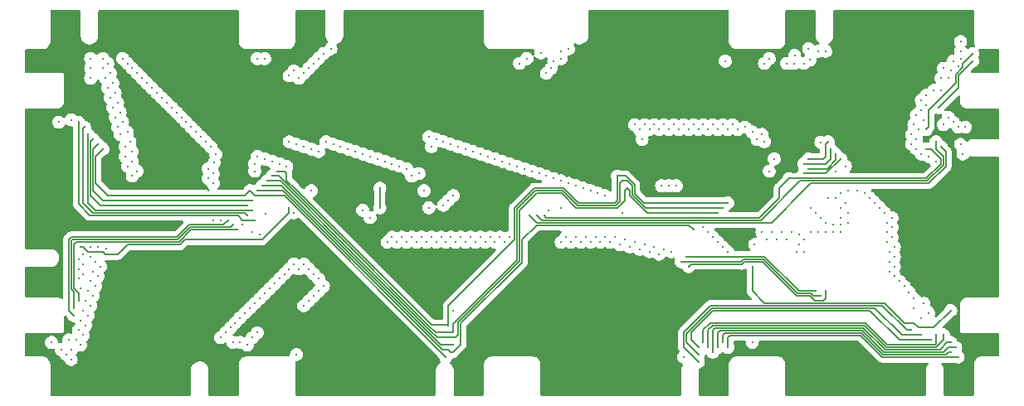
<source format=gbr>
%TF.GenerationSoftware,KiCad,Pcbnew,7.0.5*%
%TF.CreationDate,2023-09-25T02:34:09-05:00*%
%TF.ProjectId,Chimera_Carrier,4368696d-6572-4615-9f43-617272696572,rev?*%
%TF.SameCoordinates,Original*%
%TF.FileFunction,Copper,L3,Inr*%
%TF.FilePolarity,Positive*%
%FSLAX46Y46*%
G04 Gerber Fmt 4.6, Leading zero omitted, Abs format (unit mm)*
G04 Created by KiCad (PCBNEW 7.0.5) date 2023-09-25 02:34:09*
%MOMM*%
%LPD*%
G01*
G04 APERTURE LIST*
%TA.AperFunction,ViaPad*%
%ADD10C,0.330000*%
%TD*%
%TA.AperFunction,Conductor*%
%ADD11C,0.127000*%
%TD*%
G04 APERTURE END LIST*
D10*
%TO.N,Net-(A1-20-Pad22)*%
X68750000Y-96750000D03*
%TO.N,Net-(A1-20-Pad23)*%
X55250000Y-85250000D03*
X53250000Y-85250000D03*
%TO.N,Net-(A1-20-Pad24)*%
X68750000Y-96000000D03*
%TO.N,Net-(A1-20-Pad25)*%
X53750000Y-85750000D03*
X55750000Y-85750000D03*
%TO.N,Net-(A1-20-Pad26)*%
X69000000Y-95250000D03*
%TO.N,Net-(A1-20-Pad27)*%
X53250000Y-86250000D03*
X56250000Y-86250000D03*
%TO.N,Net-(A1-20-Pad28)*%
X69750000Y-95500000D03*
%TO.N,Net-(A1-20-Pad29)*%
X54000000Y-86750000D03*
X56750000Y-86750000D03*
%TO.N,Net-(A1-20-Pad30)*%
X70500000Y-95750000D03*
%TO.N,Net-(A1-20-Pad31)*%
X53500000Y-87250000D03*
X57250000Y-87250000D03*
%TO.N,Net-(A1-20-Pad32)*%
X71250000Y-96000000D03*
%TO.N,Net-(A1-20-Pad33)*%
X54250000Y-87750000D03*
X57750000Y-87750000D03*
%TO.N,Net-(A1-20-Pad34)*%
X72000000Y-96250000D03*
%TO.N,Net-(A1-20-Pad35)*%
X58250000Y-88250000D03*
X53750000Y-88250000D03*
%TO.N,Net-(A1-20-Pad36)*%
X72250000Y-93750000D03*
%TO.N,Net-(A1-20-Pad37)*%
X54500000Y-88750000D03*
X58750000Y-88750000D03*
%TO.N,Net-(A1-20-Pad38)*%
X73000000Y-94000000D03*
%TO.N,Net-(A1-20-Pad39)*%
X59250000Y-89250000D03*
X54000000Y-89250000D03*
%TO.N,Net-(A1-20-Pad40)*%
X73750000Y-94250000D03*
%TO.N,Net-(A1-20-Pad41)*%
X54750000Y-89750000D03*
X59750000Y-89750000D03*
%TO.N,Net-(A1-20-Pad42)*%
X74500000Y-94500000D03*
%TO.N,Net-(A1-20-Pad43)*%
X60250000Y-90250000D03*
X54250000Y-90250000D03*
%TO.N,Net-(A1-20-Pad44)*%
X75250000Y-94750000D03*
%TO.N,Net-(A1-20-Pad45)*%
X60750000Y-90750000D03*
X55000000Y-90750000D03*
%TO.N,Net-(A1-20-Pad46)*%
X76000000Y-93750000D03*
%TO.N,Net-(A1-20-Pad47)*%
X61250000Y-91250000D03*
X54500000Y-91250000D03*
%TO.N,Net-(A1-20-Pad48)*%
X76750000Y-94000000D03*
%TO.N,Net-(A1-20-Pad49)*%
X61750000Y-91750000D03*
X55250000Y-91750000D03*
%TO.N,Net-(A1-20-Pad50)*%
X77500000Y-94250000D03*
%TO.N,Net-(A1-20-Pad51)*%
X54750000Y-92250000D03*
X62250000Y-92250000D03*
%TO.N,Net-(A1-20-Pad52)*%
X78250000Y-94500000D03*
%TO.N,Net-(A1-20-Pad53)*%
X62750000Y-92750000D03*
X55750000Y-92750000D03*
%TO.N,Net-(A1-20-Pad54)*%
X79000000Y-94750000D03*
%TO.N,Net-(A1-20-Pad55)*%
X55000000Y-93000000D03*
X63250000Y-93250000D03*
%TO.N,Net-(A1-20-Pad56)*%
X79750000Y-95000000D03*
%TO.N,Net-(A1-20-Pad57)*%
X56000000Y-93750000D03*
X63750000Y-93750000D03*
%TO.N,Net-(A1-20-Pad58)*%
X80500000Y-95250000D03*
%TO.N,Net-(A1-20-Pad59)*%
X64250000Y-94250000D03*
X55500000Y-94250000D03*
%TO.N,Net-(A1-20-Pad60)*%
X81250000Y-95500000D03*
%TO.N,Net-(A1-20-Pad61)*%
X64750000Y-95000000D03*
X56250000Y-94750000D03*
%TO.N,Net-(A1-20-Pad62)*%
X82000000Y-95750000D03*
%TO.N,Net-(A1-20-Pad63)*%
X55500000Y-95250000D03*
X64625000Y-95875000D03*
%TO.N,Net-(A1-20-Pad64)*%
X82750000Y-96000000D03*
%TO.N,Net-(A1-20-Pad65)*%
X56250000Y-95750000D03*
X64000000Y-96500000D03*
%TO.N,Net-(A1-1-Pad66)*%
X83500000Y-96250000D03*
%TO.N,Net-(A1-1-Pad67)*%
X64500000Y-97000000D03*
X55750000Y-96250000D03*
%TO.N,Net-(A1-1-Pad68)*%
X84250000Y-96500000D03*
%TO.N,Net-(A1-1-Pad69)*%
X56750000Y-96750000D03*
X64000000Y-97500000D03*
%TO.N,Net-(A1-1-Pad70)*%
X84750000Y-97250000D03*
%TO.N,Net-(A1-1-Pad71)*%
X64500000Y-98000000D03*
X56250000Y-97250000D03*
%TO.N,Net-(A1-1-Pad72)*%
X85500000Y-97000000D03*
%TO.N,Net-(A2-20-Pad22)*%
X86750000Y-94250000D03*
%TO.N,Net-(A2-20-Pad24)*%
X86500000Y-93250000D03*
%TO.N,Net-(A2-20-Pad26)*%
X87250000Y-93500000D03*
%TO.N,Net-(A2-20-Pad28)*%
X88000000Y-93750000D03*
%TO.N,Net-(A2-20-Pad30)*%
X88750000Y-94000000D03*
%TO.N,Net-(A2-20-Pad32)*%
X89500000Y-94250000D03*
%TO.N,Net-(A2-20-Pad34)*%
X90250000Y-94500000D03*
%TO.N,Net-(A2-20-Pad36)*%
X91000000Y-94750000D03*
%TO.N,Net-(A2-20-Pad38)*%
X91750000Y-95000000D03*
%TO.N,Net-(A2-20-Pad40)*%
X92500000Y-95250000D03*
%TO.N,Net-(A2-20-Pad42)*%
X93250000Y-95500000D03*
%TO.N,Net-(A2-20-Pad44)*%
X94000000Y-95750000D03*
%TO.N,Net-(A2-20-Pad46)*%
X94750000Y-96000000D03*
%TO.N,Net-(A2-20-Pad48)*%
X95500000Y-96250000D03*
%TO.N,Net-(A2-20-Pad50)*%
X96250000Y-96500000D03*
%TO.N,Net-(A2-20-Pad52)*%
X97000000Y-96750000D03*
%TO.N,Net-(A2-20-Pad54)*%
X97750000Y-97000000D03*
%TO.N,Net-(A2-20-Pad56)*%
X98500000Y-97250000D03*
%TO.N,Net-(A2-20-Pad58)*%
X99250000Y-97500000D03*
%TO.N,Net-(A2-20-Pad60)*%
X100000000Y-97750000D03*
%TO.N,Net-(A2-20-Pad62)*%
X100750000Y-98000000D03*
%TO.N,Net-(A2-20-Pad64)*%
X101500000Y-98250000D03*
%TO.N,Net-(A2-1-Pad66)*%
X102250000Y-98500000D03*
%TO.N,Net-(A2-1-Pad68)*%
X103000000Y-98750000D03*
%TO.N,Net-(A2-1-Pad70)*%
X103750000Y-99000000D03*
%TO.N,Net-(A2-1-Pad72)*%
X104500000Y-99250000D03*
%TO.N,Net-(A3-20-Pad22)*%
X108000000Y-92500000D03*
%TO.N,Net-(A3-20-Pad24)*%
X108500000Y-92000000D03*
%TO.N,Net-(A3-20-Pad26)*%
X109000000Y-92500000D03*
%TO.N,Net-(A3-20-Pad28)*%
X109500000Y-92000000D03*
%TO.N,Net-(A3-20-Pad30)*%
X110000000Y-92500000D03*
%TO.N,Net-(A3-20-Pad32)*%
X110500000Y-92000000D03*
%TO.N,Net-(A3-20-Pad34)*%
X111000000Y-92500000D03*
%TO.N,Net-(A3-20-Pad36)*%
X111500000Y-92000000D03*
%TO.N,Net-(A3-20-Pad38)*%
X112000000Y-92500000D03*
%TO.N,Net-(A3-20-Pad40)*%
X112500000Y-92000000D03*
%TO.N,Net-(A3-20-Pad42)*%
X113000000Y-92500000D03*
%TO.N,Net-(A3-20-Pad44)*%
X113500000Y-92000000D03*
%TO.N,Net-(A3-20-Pad46)*%
X114000000Y-92500000D03*
%TO.N,Net-(A3-20-Pad48)*%
X114500000Y-92000000D03*
%TO.N,Net-(A3-20-Pad50)*%
X115000000Y-92500000D03*
%TO.N,Net-(A3-20-Pad52)*%
X115500000Y-92000000D03*
%TO.N,Net-(A3-20-Pad54)*%
X116000000Y-92500000D03*
%TO.N,Net-(A3-20-Pad56)*%
X116500000Y-92000000D03*
%TO.N,Net-(A3-20-Pad58)*%
X117000000Y-92500000D03*
%TO.N,Net-(A3-20-Pad60)*%
X117500000Y-92000000D03*
%TO.N,Net-(A3-20-Pad62)*%
X118000000Y-92500000D03*
%TO.N,Net-(A3-20-Pad64)*%
X118750000Y-92250000D03*
%TO.N,Net-(A3-1-Pad66)*%
X119500000Y-92750000D03*
%TO.N,Net-(A3-1-Pad68)*%
X120000000Y-93500000D03*
%TO.N,Net-(A3-1-Pad70)*%
X120500000Y-93000000D03*
%TO.N,Net-(A3-1-Pad72)*%
X120750000Y-93750000D03*
%TO.N,Net-(A4-20-Pad22)*%
X138250000Y-95750000D03*
%TO.N,Net-(A4-20-Pad24)*%
X137500000Y-95250000D03*
%TO.N,Net-(A4-20-Pad26)*%
X136750000Y-95000000D03*
%TO.N,Net-(A4-20-Pad28)*%
X136250000Y-94500000D03*
%TO.N,Net-(A4-20-Pad30)*%
X135750000Y-94000000D03*
%TO.N,Net-(A4-20-Pad32)*%
X136250000Y-93500000D03*
%TO.N,Net-(A4-20-Pad34)*%
X135750000Y-93000000D03*
%TO.N,Net-(A4-20-Pad36)*%
X136500000Y-92500000D03*
%TO.N,Net-(A4-20-Pad38)*%
X136000000Y-92000000D03*
%TO.N,Net-(A4-20-Pad40)*%
X137000000Y-91500000D03*
%TO.N,Net-(A4-20-Pad42)*%
X136250000Y-91015493D03*
%TO.N,Net-(A4-20-Pad44)*%
X136750000Y-90500000D03*
%TO.N,Net-(A4-20-Pad46)*%
X137250000Y-90000000D03*
%TO.N,Net-(A4-20-Pad48)*%
X136750000Y-89500000D03*
%TO.N,Net-(A4-20-Pad50)*%
X137250000Y-89000000D03*
%TO.N,Net-(A4-20-Pad52)*%
X138000000Y-88500000D03*
%TO.N,Net-(A4-20-Pad54)*%
X138750000Y-88500000D03*
%TO.N,Net-(A4-20-Pad56)*%
X139500000Y-87250000D03*
%TO.N,Net-(A4-20-Pad58)*%
X138750000Y-87250000D03*
%TO.N,Net-(A4-20-Pad60)*%
X139750000Y-86500000D03*
%TO.N,Net-(A4-20-Pad62)*%
X139000000Y-86250000D03*
%TO.N,Net-(A4-20-Pad64)*%
X140500000Y-86000000D03*
%TO.N,Net-(A4-1-Pad66)*%
X140000000Y-85500000D03*
%TO.N,Net-(A4-1-Pad68)*%
X140750000Y-85250000D03*
%TO.N,Net-(A4-1-Pad70)*%
X140750000Y-84500000D03*
%TO.N,Net-(A4-1-Pad72)*%
X140750000Y-83500000D03*
%TO.N,Net-(B1-20-Pad21)*%
X52750000Y-104500000D03*
%TO.N,+VDD*%
X117000000Y-114750000D03*
X117000000Y-105000000D03*
X117000000Y-100000000D03*
X50750000Y-107750000D03*
X105750000Y-97250000D03*
X139000000Y-92000000D03*
X128000000Y-96750000D03*
X73750000Y-86750000D03*
X88500000Y-112500000D03*
X71000000Y-96750000D03*
X140500000Y-115750000D03*
X68750000Y-101750000D03*
X50750000Y-91750000D03*
X98500000Y-86750000D03*
X123750000Y-85750000D03*
%TO.N,GND*%
X70250000Y-84750000D03*
X68750000Y-97750000D03*
X116750000Y-96000000D03*
X70750000Y-115000000D03*
X117750000Y-115250000D03*
X120250000Y-84750000D03*
X141500000Y-109250000D03*
X47800000Y-84400000D03*
X141500000Y-115250000D03*
X93500000Y-85000000D03*
X96250000Y-87500000D03*
X97000000Y-84750000D03*
X119000000Y-104000000D03*
X118750000Y-85000000D03*
X48000000Y-90725000D03*
X72000000Y-85500000D03*
X73500000Y-113500000D03*
X112678945Y-94654590D03*
X78250000Y-96500000D03*
X91750000Y-113750000D03*
X141750000Y-90500000D03*
X91250000Y-101750000D03*
X72500000Y-109750000D03*
X69500000Y-115000000D03*
X48250000Y-116750000D03*
X49000000Y-109500000D03*
X64000000Y-98750000D03*
X116750000Y-84250000D03*
X143250000Y-85250000D03*
X96750000Y-114500000D03*
X108750000Y-97500000D03*
X72000000Y-115250000D03*
X121000000Y-115250000D03*
X90837161Y-96822264D03*
X84000000Y-101000000D03*
X140250000Y-112750000D03*
%TO.N,+VDD2*%
X125500000Y-100500000D03*
X51250000Y-107250000D03*
X139504000Y-91250000D03*
X128500000Y-95500000D03*
X99000000Y-86250000D03*
X89000000Y-113250000D03*
X68000000Y-101250000D03*
X123820395Y-84929605D03*
X139750000Y-115250000D03*
X116500000Y-114250000D03*
X116500000Y-100500000D03*
X106250000Y-97750000D03*
X124750000Y-97000000D03*
X116500000Y-104500000D03*
X74250000Y-86250000D03*
X70500000Y-97250000D03*
X51359210Y-92250000D03*
%TO.N,+VDD3*%
X106750000Y-98500000D03*
X99250000Y-85500000D03*
X74750000Y-85750000D03*
X116000000Y-104000000D03*
X51750000Y-93000000D03*
X128000000Y-95000000D03*
X88500000Y-113750000D03*
X116000000Y-101000000D03*
X140250000Y-114750000D03*
X126000000Y-101000000D03*
X50750000Y-106750000D03*
X140000000Y-91750000D03*
X124750000Y-85750000D03*
X68500000Y-100750000D03*
X125250000Y-96500000D03*
X70000000Y-97750000D03*
X116000000Y-114750000D03*
%TO.N,BUS0*%
X50250000Y-111500000D03*
X114000000Y-114750000D03*
X72250000Y-87000000D03*
X89000000Y-99250000D03*
X98250000Y-101250000D03*
X97929605Y-84679605D03*
X68000000Y-114500000D03*
X137250000Y-94500000D03*
X123250000Y-97500000D03*
X69848386Y-101098386D03*
X52000000Y-87250000D03*
X137750000Y-114000000D03*
X66000000Y-101750000D03*
X121250000Y-85250000D03*
%TO.N,BUS1*%
X69500000Y-98250000D03*
X89000000Y-114500000D03*
X115500000Y-115250000D03*
X68000000Y-100250000D03*
X79750000Y-100750000D03*
X140500000Y-92250000D03*
X139750000Y-114250000D03*
X100000000Y-85250000D03*
X115500000Y-103500000D03*
X75250000Y-85250000D03*
X124750000Y-96000000D03*
X125375000Y-85375000D03*
X127500000Y-94500000D03*
X110250000Y-98250000D03*
X52250000Y-93500000D03*
X51250000Y-106250000D03*
X126500000Y-101500000D03*
%TO.N,BUS2*%
X52000000Y-86250000D03*
X96500000Y-85250000D03*
X97500000Y-101250000D03*
X67500000Y-102250000D03*
X114000000Y-115500000D03*
X50250000Y-110750000D03*
X136750000Y-113500000D03*
X72750000Y-86500000D03*
X66500000Y-102250000D03*
X138250000Y-93750000D03*
X67250000Y-114250000D03*
X88500000Y-99750000D03*
X120750000Y-85750000D03*
X124179605Y-97929605D03*
%TO.N,BUS3*%
X125250000Y-95500000D03*
X68500000Y-99750000D03*
X100000000Y-84500000D03*
X115000000Y-103000000D03*
X69000000Y-98750000D03*
X88500000Y-115000000D03*
X125250000Y-84250000D03*
X127000000Y-102000000D03*
X127250000Y-93750000D03*
X52750000Y-94000000D03*
X50750000Y-105750000D03*
X139000000Y-113500000D03*
X111000000Y-98250000D03*
X141250000Y-92250000D03*
X113500000Y-102750000D03*
X75750000Y-84750000D03*
X115000000Y-114750000D03*
%TO.N,BUS4*%
X96750000Y-101250000D03*
X88000000Y-100250000D03*
X125000000Y-98500000D03*
X50750000Y-110000000D03*
X52000000Y-85250000D03*
X73250000Y-87250000D03*
X95750000Y-85750000D03*
X123000000Y-85750000D03*
X135750000Y-113000000D03*
X67000000Y-102750000D03*
X66500000Y-114250000D03*
X114000000Y-116250000D03*
X138750000Y-94250000D03*
%TO.N,BUS5*%
X53250000Y-94500000D03*
X126500000Y-93804605D03*
X127750000Y-102250000D03*
X114500000Y-114250000D03*
X114500000Y-102500000D03*
X76500000Y-84250000D03*
X138250000Y-113500000D03*
X100750000Y-84250000D03*
X111750000Y-98250000D03*
X68250000Y-98750000D03*
X51250000Y-105250000D03*
X140750000Y-94000000D03*
X126246000Y-84496000D03*
X88250000Y-115750000D03*
X86000000Y-98750000D03*
%TO.N,BUS6*%
X112500000Y-115750000D03*
X94750000Y-103500000D03*
X65250000Y-113750000D03*
X80500000Y-101500000D03*
%TO.N,BUS7*%
X138500000Y-90250000D03*
X121750000Y-95500000D03*
X119500000Y-106500000D03*
X69000000Y-85250000D03*
X119500000Y-114250000D03*
X48750000Y-91750000D03*
X142000000Y-85500000D03*
X116750000Y-85500000D03*
X81500000Y-98500000D03*
X51000000Y-108750000D03*
X74500000Y-98750000D03*
X68500000Y-103000000D03*
X65250000Y-101750000D03*
X72750000Y-101000000D03*
X81500000Y-100500000D03*
X139750000Y-111000000D03*
X141000000Y-95000000D03*
X73000000Y-115500000D03*
%TO.N,BUS8*%
X106250000Y-101000000D03*
X69000000Y-113250000D03*
X69250000Y-103250000D03*
X119750000Y-104250000D03*
X142000000Y-84750000D03*
X100004000Y-100504000D03*
X137250000Y-92500000D03*
X69750000Y-85250000D03*
X121250000Y-96750000D03*
X64500000Y-101750000D03*
X48000000Y-114250000D03*
X86500000Y-100500000D03*
X136750000Y-111750000D03*
X129000000Y-96250000D03*
X50000000Y-91500000D03*
X98750000Y-100750000D03*
%TO.N,Net-(B1-20-Pad22)*%
X65750000Y-113250000D03*
%TO.N,Net-(B1-20-Pad23)*%
X53625000Y-104625000D03*
%TO.N,Net-(B1-20-Pad24)*%
X66250000Y-112750000D03*
%TO.N,Net-(B1-20-Pad25)*%
X52000000Y-104500000D03*
%TO.N,Net-(B1-20-Pad26)*%
X66750000Y-112250000D03*
%TO.N,Net-(B1-20-Pad27)*%
X52000000Y-105500000D03*
%TO.N,Net-(B1-20-Pad28)*%
X67250000Y-111750000D03*
%TO.N,Net-(B1-20-Pad29)*%
X52500000Y-106000000D03*
%TO.N,Net-(B1-20-Pad30)*%
X67750000Y-111250000D03*
%TO.N,Net-(B1-20-Pad31)*%
X53000000Y-106500000D03*
%TO.N,Net-(B1-20-Pad32)*%
X68250000Y-110750000D03*
%TO.N,Net-(B1-20-Pad33)*%
X52250000Y-107000000D03*
%TO.N,Net-(B1-20-Pad34)*%
X68750000Y-110250000D03*
%TO.N,Net-(B1-20-Pad35)*%
X52750000Y-107500000D03*
%TO.N,Net-(B1-20-Pad36)*%
X69250000Y-109750000D03*
%TO.N,Net-(B1-20-Pad37)*%
X52000000Y-108000000D03*
%TO.N,Net-(B1-20-Pad38)*%
X69750000Y-109250000D03*
%TO.N,Net-(B1-20-Pad39)*%
X52500000Y-108500000D03*
%TO.N,Net-(B1-20-Pad40)*%
X70250000Y-108750000D03*
%TO.N,Net-(B1-20-Pad41)*%
X51750000Y-109000000D03*
%TO.N,Net-(B1-20-Pad42)*%
X70750000Y-108250000D03*
%TO.N,Net-(B1-20-Pad43)*%
X52250000Y-109500000D03*
%TO.N,Net-(B1-20-Pad44)*%
X71250000Y-107750000D03*
%TO.N,Net-(B1-20-Pad45)*%
X51500000Y-110000000D03*
%TO.N,Net-(B1-20-Pad46)*%
X71750000Y-107250000D03*
%TO.N,Net-(B1-20-Pad47)*%
X52000000Y-110500000D03*
%TO.N,Net-(B1-20-Pad48)*%
X72250000Y-106750000D03*
%TO.N,Net-(B1-20-Pad49)*%
X51250000Y-111000000D03*
%TO.N,Net-(B1-20-Pad50)*%
X72750000Y-106250000D03*
%TO.N,Net-(B1-20-Pad51)*%
X51750000Y-111500000D03*
%TO.N,Net-(B1-20-Pad52)*%
X73250000Y-106750000D03*
%TO.N,Net-(B1-20-Pad53)*%
X51000000Y-112000000D03*
%TO.N,Net-(B1-20-Pad54)*%
X73750000Y-106250000D03*
%TO.N,Net-(B1-20-Pad55)*%
X51500000Y-112500000D03*
%TO.N,Net-(B1-20-Pad56)*%
X74250000Y-106750000D03*
%TO.N,Net-(B1-20-Pad57)*%
X50750000Y-113000000D03*
%TO.N,Net-(B1-20-Pad58)*%
X74750000Y-107250000D03*
%TO.N,Net-(B1-20-Pad59)*%
X51250000Y-113500000D03*
%TO.N,Net-(B1-20-Pad60)*%
X75250000Y-107750000D03*
%TO.N,Net-(B1-20-Pad61)*%
X50500000Y-114000000D03*
%TO.N,Net-(B1-20-Pad62)*%
X75750000Y-108500000D03*
%TO.N,Net-(B1-20-Pad63)*%
X51000000Y-114500000D03*
%TO.N,Net-(B1-20-Pad64)*%
X75250000Y-109000000D03*
%TO.N,Net-(B1-20-Pad65)*%
X49750000Y-114000000D03*
%TO.N,Net-(B1-1-Pad66)*%
X74750000Y-109500000D03*
%TO.N,Net-(B1-1-Pad67)*%
X50000000Y-115000000D03*
%TO.N,Net-(B1-1-Pad68)*%
X74250000Y-110000000D03*
%TO.N,Net-(B1-1-Pad69)*%
X49500000Y-115500000D03*
%TO.N,Net-(B1-1-Pad70)*%
X73750000Y-110500000D03*
%TO.N,Net-(B1-1-Pad71)*%
X50000000Y-116000000D03*
%TO.N,Net-(B1-1-Pad72)*%
X68500000Y-113750000D03*
X49000000Y-115000000D03*
%TO.N,Net-(B2-20-Pad22)*%
X94250000Y-104000000D03*
%TO.N,Net-(B2-20-Pad24)*%
X93750000Y-103500000D03*
%TO.N,Net-(B2-20-Pad26)*%
X93250000Y-104000000D03*
%TO.N,Net-(B2-20-Pad28)*%
X92750000Y-103500000D03*
%TO.N,Net-(B2-20-Pad30)*%
X92250000Y-104000000D03*
%TO.N,Net-(B2-20-Pad32)*%
X91750000Y-103500000D03*
%TO.N,Net-(B2-20-Pad34)*%
X91250000Y-104000000D03*
%TO.N,Net-(B2-20-Pad36)*%
X90750000Y-103500000D03*
%TO.N,Net-(B2-20-Pad38)*%
X90250000Y-104000000D03*
%TO.N,Net-(B2-20-Pad40)*%
X89750000Y-103500000D03*
%TO.N,Net-(B2-20-Pad42)*%
X89250000Y-104000000D03*
%TO.N,Net-(B2-20-Pad44)*%
X88750000Y-103500000D03*
%TO.N,Net-(B2-20-Pad46)*%
X88250000Y-104000000D03*
%TO.N,Net-(B2-20-Pad48)*%
X87750000Y-103500000D03*
%TO.N,Net-(B2-20-Pad50)*%
X87250000Y-104000000D03*
%TO.N,Net-(B2-20-Pad52)*%
X86750000Y-103500000D03*
%TO.N,Net-(B2-20-Pad54)*%
X86250000Y-104000000D03*
%TO.N,Net-(B2-20-Pad56)*%
X85750000Y-103500000D03*
%TO.N,Net-(B2-20-Pad58)*%
X85250000Y-104000000D03*
%TO.N,Net-(B2-20-Pad60)*%
X84750000Y-103500000D03*
%TO.N,Net-(B2-20-Pad62)*%
X84250000Y-104000000D03*
%TO.N,Net-(B2-20-Pad64)*%
X83750000Y-103500000D03*
%TO.N,Net-(B2-1-Pad66)*%
X83250000Y-104000000D03*
%TO.N,Net-(B2-1-Pad68)*%
X82750000Y-103500000D03*
%TO.N,Net-(B2-1-Pad70)*%
X82250000Y-104000000D03*
%TO.N,Net-(B2-1-Pad72)*%
X51000000Y-104500000D03*
X107500000Y-92000000D03*
X108250000Y-93500000D03*
X127000000Y-84500000D03*
X72250000Y-100500000D03*
X127250000Y-99500000D03*
X89000000Y-111000000D03*
%TO.N,Net-(B3-20-Pad22)*%
X127000000Y-109000000D03*
X113000000Y-106500000D03*
%TO.N,Net-(B3-20-Pad24)*%
X112250000Y-106000000D03*
X126500000Y-109500000D03*
%TO.N,Net-(B3-20-Pad26)*%
X126000000Y-109000000D03*
X112750000Y-105500000D03*
%TO.N,Net-(B3-20-Pad28)*%
X111250000Y-105000000D03*
%TO.N,Net-(B3-20-Pad30)*%
X110500000Y-104750000D03*
%TO.N,Net-(B3-20-Pad32)*%
X110000000Y-105250000D03*
%TO.N,Net-(B3-20-Pad34)*%
X109500000Y-104500000D03*
%TO.N,Net-(B3-20-Pad36)*%
X109000000Y-105000000D03*
%TO.N,Net-(B3-20-Pad38)*%
X108500000Y-104250000D03*
%TO.N,Net-(B3-20-Pad40)*%
X108000000Y-104750000D03*
%TO.N,Net-(B3-20-Pad42)*%
X107500000Y-104000000D03*
%TO.N,Net-(B3-20-Pad44)*%
X107000000Y-104500000D03*
%TO.N,Net-(B3-20-Pad46)*%
X106500000Y-103750000D03*
%TO.N,Net-(B3-20-Pad48)*%
X106000000Y-104250000D03*
%TO.N,Net-(B3-20-Pad50)*%
X105500000Y-103500000D03*
%TO.N,Net-(B3-20-Pad52)*%
X105000000Y-104000000D03*
%TO.N,Net-(B3-20-Pad54)*%
X104500000Y-103500000D03*
%TO.N,Net-(B3-20-Pad56)*%
X104000000Y-104000000D03*
%TO.N,Net-(B3-20-Pad58)*%
X103500000Y-103500000D03*
%TO.N,Net-(B3-20-Pad60)*%
X103000000Y-104000000D03*
%TO.N,Net-(B3-20-Pad62)*%
X102500000Y-103500000D03*
%TO.N,Net-(B3-20-Pad64)*%
X102000000Y-104000000D03*
%TO.N,Net-(B3-1-Pad66)*%
X101500000Y-103500000D03*
%TO.N,Net-(B3-1-Pad68)*%
X101000000Y-104000000D03*
%TO.N,Net-(B3-1-Pad70)*%
X100500000Y-103500000D03*
%TO.N,Net-(B3-1-Pad72)*%
X100000000Y-104000000D03*
%TO.N,Net-(B4-20-Pad22)*%
X130250000Y-98750000D03*
X129250000Y-98750000D03*
%TO.N,Net-(B4-20-Pad24)*%
X131000000Y-99000000D03*
X128500000Y-99000000D03*
%TO.N,Net-(B4-20-Pad26)*%
X131500000Y-99500000D03*
X128000000Y-99500000D03*
%TO.N,Net-(B4-20-Pad28)*%
X129000000Y-100000000D03*
X132000000Y-100000000D03*
%TO.N,Net-(B4-20-Pad30)*%
X132500000Y-100500000D03*
X128500000Y-100500000D03*
%TO.N,Net-(B4-20-Pad32)*%
X129250000Y-101000000D03*
X133000000Y-101000000D03*
%TO.N,Net-(B4-20-Pad34)*%
X133750000Y-101500000D03*
X128500000Y-101500000D03*
%TO.N,Net-(B4-20-Pad36)*%
X129250000Y-102000000D03*
X133250000Y-102000000D03*
%TO.N,Net-(B4-20-Pad38)*%
X128500000Y-102250000D03*
X133750000Y-102500000D03*
%TO.N,Net-(B4-20-Pad40)*%
X128500000Y-103000000D03*
X133250000Y-103000000D03*
%TO.N,Net-(B4-20-Pad42)*%
X133750000Y-103500000D03*
X127750000Y-103000000D03*
%TO.N,Net-(B4-20-Pad44)*%
X127000000Y-103000000D03*
X133250000Y-104000000D03*
%TO.N,Net-(B4-20-Pad46)*%
X126250000Y-103000000D03*
X134000000Y-104500000D03*
%TO.N,Net-(B4-20-Pad48)*%
X133500000Y-105000000D03*
X125500000Y-103000000D03*
%TO.N,Net-(B4-20-Pad50)*%
X124250000Y-103250000D03*
X134000000Y-105500000D03*
%TO.N,Net-(B4-20-Pad52)*%
X133500000Y-106000000D03*
X124750000Y-103750000D03*
%TO.N,Net-(B4-20-Pad54)*%
X134000000Y-106500000D03*
X124250000Y-104250000D03*
%TO.N,Net-(B4-20-Pad56)*%
X124750000Y-105000000D03*
X133500000Y-107000000D03*
%TO.N,Net-(B4-20-Pad58)*%
X124000000Y-105000000D03*
X134000000Y-107500000D03*
%TO.N,Net-(B4-20-Pad60)*%
X134500000Y-108000000D03*
X123500000Y-103000000D03*
%TO.N,Net-(B4-20-Pad62)*%
X135000000Y-108500000D03*
X123000000Y-103750000D03*
%TO.N,Net-(B4-20-Pad64)*%
X135500000Y-109125000D03*
X122500000Y-103000000D03*
%TO.N,Net-(B4-1-Pad66)*%
X136000000Y-109750000D03*
X122000000Y-103750000D03*
%TO.N,Net-(B4-1-Pad68)*%
X121500000Y-103000000D03*
X137000000Y-110250000D03*
%TO.N,Net-(B4-1-Pad70)*%
X136000000Y-110750000D03*
X121000000Y-103750000D03*
%TO.N,Net-(B4-1-Pad72)*%
X120500000Y-103000000D03*
X137500000Y-111250000D03*
%TD*%
D11*
%TO.N,+VDD*%
X72898025Y-98601975D02*
X86773025Y-112476975D01*
X67008000Y-101258000D02*
X51883000Y-101258000D01*
X140500000Y-115750000D02*
X132750000Y-115750000D01*
X100250000Y-98500000D02*
X101750000Y-100000000D01*
X51883000Y-101258000D02*
X50750000Y-100125000D01*
X95250000Y-100500000D02*
X97250000Y-98500000D01*
X68750000Y-101750000D02*
X67500000Y-101750000D01*
X88500000Y-110500000D02*
X95250000Y-103750000D01*
X130520000Y-113520000D02*
X117230000Y-113520000D01*
X72000000Y-97703950D02*
X72898025Y-98601975D01*
X88476975Y-112476975D02*
X88500000Y-112500000D01*
X71750000Y-96750000D02*
X72000000Y-97000000D01*
X105500000Y-100000000D02*
X105750000Y-99750000D01*
X117000000Y-113750000D02*
X117000000Y-114750000D01*
X107504000Y-99035580D02*
X108468420Y-100000000D01*
X105750000Y-99750000D02*
X105750000Y-97250000D01*
X117230000Y-113520000D02*
X117000000Y-113750000D01*
X106609210Y-97250000D02*
X107504000Y-98144790D01*
X107504000Y-98144790D02*
X107504000Y-99035580D01*
X95250000Y-103750000D02*
X95250000Y-100500000D01*
X132750000Y-115750000D02*
X130520000Y-113520000D01*
X97250000Y-98500000D02*
X100250000Y-98500000D01*
X101750000Y-100000000D02*
X105500000Y-100000000D01*
X71000000Y-96750000D02*
X71750000Y-96750000D01*
X86773025Y-112476975D02*
X88476975Y-112476975D01*
X50750000Y-100125000D02*
X50750000Y-91750000D01*
X88500000Y-112500000D02*
X88500000Y-110500000D01*
X105750000Y-97250000D02*
X106609210Y-97250000D01*
X108468420Y-100000000D02*
X117000000Y-100000000D01*
X67500000Y-101750000D02*
X67008000Y-101258000D01*
X72000000Y-97000000D02*
X72000000Y-97703950D01*
%TO.N,+VDD2*%
X106250000Y-97750000D02*
X106750000Y-97750000D01*
X89000000Y-113250000D02*
X87186840Y-113250000D01*
X95504000Y-100605210D02*
X97355210Y-98754000D01*
X107250000Y-99140790D02*
X108609210Y-100500000D01*
X106004000Y-99855210D02*
X106004000Y-97996000D01*
X97355210Y-98754000D02*
X100144790Y-98754000D01*
X127000000Y-97000000D02*
X124750000Y-97000000D01*
X95504000Y-105855210D02*
X95504000Y-100605210D01*
X51254000Y-100004000D02*
X52254000Y-101004000D01*
X128500000Y-95500000D02*
X127000000Y-97000000D01*
X77093420Y-103156580D02*
X71186840Y-97250000D01*
X86468420Y-112531580D02*
X77093420Y-103156580D01*
X105605210Y-100254000D02*
X106004000Y-99855210D01*
X107250000Y-98250000D02*
X107250000Y-99140790D01*
X101644790Y-100254000D02*
X105605210Y-100254000D01*
X100144790Y-98754000D02*
X101644790Y-100254000D01*
X67754000Y-101004000D02*
X68000000Y-101250000D01*
X139750000Y-115250000D02*
X139500000Y-115250000D01*
X132855210Y-115496000D02*
X130625210Y-113266000D01*
X139500000Y-115250000D02*
X139254000Y-115496000D01*
X89000000Y-113250000D02*
X89000000Y-112359210D01*
X106750000Y-97750000D02*
X107250000Y-98250000D01*
X116500000Y-113500000D02*
X116500000Y-114250000D01*
X130625210Y-113266000D02*
X116734000Y-113266000D01*
X87186840Y-113250000D02*
X86468420Y-112531580D01*
X51359210Y-92250000D02*
X51254000Y-92355210D01*
X108609210Y-100500000D02*
X116500000Y-100500000D01*
X89000000Y-112359210D02*
X95504000Y-105855210D01*
X116734000Y-113266000D02*
X116500000Y-113500000D01*
X52254000Y-101004000D02*
X67754000Y-101004000D01*
X106004000Y-97996000D02*
X106250000Y-97750000D01*
X71186840Y-97250000D02*
X70500000Y-97250000D01*
X139254000Y-115496000D02*
X132855210Y-115496000D01*
X51254000Y-92355210D02*
X51254000Y-100004000D01*
%TO.N,+VDD3*%
X51750000Y-93000000D02*
X51750000Y-100000000D01*
X128000000Y-95640790D02*
X127140790Y-96500000D01*
X106500000Y-98750000D02*
X106750000Y-98500000D01*
X106996000Y-98746000D02*
X106996000Y-99246000D01*
X71327630Y-97750000D02*
X70000000Y-97750000D01*
X132960420Y-115242000D02*
X130730420Y-113012000D01*
X128000000Y-95000000D02*
X128000000Y-95640790D01*
X88500000Y-113750000D02*
X87327630Y-113750000D01*
X130730420Y-113012000D02*
X116238000Y-113012000D01*
X87327630Y-113750000D02*
X86538815Y-112961185D01*
X108750000Y-101000000D02*
X116000000Y-101000000D01*
X51750000Y-100000000D02*
X52500000Y-100750000D01*
X139500000Y-114750000D02*
X139008000Y-115242000D01*
X116238000Y-113012000D02*
X116000000Y-113250000D01*
X106500000Y-99718420D02*
X106500000Y-98750000D01*
X89500000Y-112218420D02*
X95758000Y-105960420D01*
X100039580Y-99008000D02*
X101539580Y-100508000D01*
X127140790Y-96500000D02*
X125250000Y-96500000D01*
X116000000Y-113250000D02*
X116000000Y-114750000D01*
X106750000Y-98500000D02*
X106996000Y-98746000D01*
X52500000Y-100750000D02*
X68500000Y-100750000D01*
X95758000Y-105960420D02*
X95758000Y-100742000D01*
X140250000Y-114750000D02*
X139500000Y-114750000D01*
X89500000Y-113500000D02*
X89500000Y-112218420D01*
X97492000Y-99008000D02*
X100039580Y-99008000D01*
X86538815Y-112961185D02*
X78913815Y-105336185D01*
X105710420Y-100508000D02*
X106500000Y-99718420D01*
X88500000Y-113750000D02*
X89250000Y-113750000D01*
X101539580Y-100508000D02*
X105710420Y-100508000D01*
X106996000Y-99246000D02*
X108750000Y-101000000D01*
X95758000Y-100742000D02*
X97492000Y-99008000D01*
X139008000Y-115242000D02*
X132960420Y-115242000D01*
X89250000Y-113750000D02*
X89500000Y-113500000D01*
X78913815Y-105336185D02*
X71327630Y-97750000D01*
%TO.N,BUS0*%
X120250000Y-101500000D02*
X122250000Y-99500000D01*
X137250000Y-94500000D02*
X137750000Y-94500000D01*
X114000000Y-114750000D02*
X113250000Y-114000000D01*
X66000000Y-101750000D02*
X65508000Y-102242000D01*
X60789580Y-103492000D02*
X50008000Y-103492000D01*
X122250000Y-98500000D02*
X123250000Y-97500000D01*
X138750000Y-95500000D02*
X138750000Y-96000000D01*
X113250000Y-114000000D02*
X113250000Y-113250000D01*
X49742000Y-103758000D02*
X49742000Y-110992000D01*
X137750000Y-94500000D02*
X138750000Y-95500000D01*
X62039580Y-102242000D02*
X60789580Y-103492000D01*
X50008000Y-103492000D02*
X49742000Y-103758000D01*
X134492000Y-114000000D02*
X137750000Y-114000000D01*
X115492000Y-111008000D02*
X131500000Y-111008000D01*
X137250000Y-97500000D02*
X123250000Y-97500000D01*
X49742000Y-110992000D02*
X50250000Y-111500000D01*
X98250000Y-101250000D02*
X98500000Y-101500000D01*
X113250000Y-113250000D02*
X115492000Y-111008000D01*
X131500000Y-111008000D02*
X134492000Y-114000000D01*
X98500000Y-101500000D02*
X120250000Y-101500000D01*
X122250000Y-99500000D02*
X122250000Y-98500000D01*
X138750000Y-96000000D02*
X137250000Y-97500000D01*
X65508000Y-102242000D02*
X62039580Y-102242000D01*
%TO.N,BUS1*%
X53000000Y-100250000D02*
X68000000Y-100250000D01*
X115500000Y-112996000D02*
X115500000Y-115250000D01*
X52004000Y-99254000D02*
X53000000Y-100250000D01*
X138652790Y-114988000D02*
X133065630Y-114988000D01*
X52250000Y-93500000D02*
X52004000Y-93746000D01*
X139390790Y-114250000D02*
X138652790Y-114988000D01*
X87718420Y-114500000D02*
X89000000Y-114500000D01*
X127500000Y-94500000D02*
X127500000Y-95500000D01*
X71468420Y-98250000D02*
X73109210Y-99890790D01*
X133065630Y-114988000D02*
X130835630Y-112758000D01*
X115738000Y-112758000D02*
X115500000Y-112996000D01*
X69500000Y-98250000D02*
X71468420Y-98250000D01*
X86359210Y-113140790D02*
X87718420Y-114500000D01*
X127000000Y-96000000D02*
X124750000Y-96000000D01*
X52004000Y-93746000D02*
X52004000Y-99254000D01*
X130835630Y-112758000D02*
X115738000Y-112758000D01*
X73109210Y-99890790D02*
X86359210Y-113140790D01*
X127500000Y-95500000D02*
X127000000Y-96000000D01*
X139750000Y-114250000D02*
X139390790Y-114250000D01*
%TO.N,BUS2*%
X139004000Y-96105210D02*
X137355210Y-97754000D01*
X138250000Y-93750000D02*
X138254000Y-93754000D01*
X97500000Y-101254000D02*
X98000000Y-101754000D01*
X112754000Y-114254000D02*
X114000000Y-115500000D01*
X139004000Y-95254000D02*
X139004000Y-96105210D01*
X97500000Y-101250000D02*
X97500000Y-101254000D01*
X50113210Y-103746000D02*
X49996000Y-103863210D01*
X137355210Y-97754000D02*
X124355210Y-97754000D01*
X132004000Y-110754000D02*
X115355210Y-110754000D01*
X138254000Y-94504000D02*
X139004000Y-95254000D01*
X138254000Y-93754000D02*
X138254000Y-94504000D01*
X120355210Y-101754000D02*
X124179605Y-97929605D01*
X112754000Y-113355210D02*
X112754000Y-114254000D01*
X49996000Y-103863210D02*
X49996000Y-108855210D01*
X49996000Y-108855210D02*
X50250000Y-109109210D01*
X60894790Y-103746000D02*
X50113210Y-103746000D01*
X98000000Y-101754000D02*
X120355210Y-101754000D01*
X50250000Y-109109210D02*
X50250000Y-110750000D01*
X66254000Y-102496000D02*
X62144790Y-102496000D01*
X115355210Y-110754000D02*
X112754000Y-113355210D01*
X124355210Y-97754000D02*
X124179605Y-97929605D01*
X134750000Y-113500000D02*
X132004000Y-110754000D01*
X66500000Y-102250000D02*
X66254000Y-102496000D01*
X136750000Y-113500000D02*
X134750000Y-113500000D01*
X62144790Y-102496000D02*
X60894790Y-103746000D01*
%TO.N,BUS3*%
X126750000Y-95500000D02*
X125250000Y-95500000D01*
X71609210Y-98750000D02*
X69000000Y-98750000D01*
X89754000Y-112323630D02*
X96012000Y-106065630D01*
X96012000Y-106065630D02*
X96012000Y-103738000D01*
X130940840Y-112504000D02*
X115496000Y-112504000D01*
X96012000Y-103738000D02*
X97488000Y-102262000D01*
X53250000Y-99750000D02*
X52258000Y-98758000D01*
X88500000Y-115000000D02*
X88750000Y-115250000D01*
X85554605Y-112695395D02*
X71609210Y-98750000D01*
X115000000Y-113000000D02*
X115000000Y-114750000D01*
X89754000Y-114496000D02*
X89754000Y-112323630D01*
X89000000Y-115250000D02*
X89754000Y-114496000D01*
X127000000Y-95250000D02*
X126750000Y-95500000D01*
X127000000Y-94000000D02*
X127250000Y-93750000D01*
X139000000Y-114000000D02*
X138266000Y-114734000D01*
X52258000Y-94492000D02*
X52750000Y-94000000D01*
X87859210Y-115000000D02*
X85554605Y-112695395D01*
X88500000Y-115000000D02*
X87859210Y-115000000D01*
X115496000Y-112504000D02*
X115000000Y-113000000D01*
X127000000Y-95250000D02*
X127000000Y-94000000D01*
X88750000Y-115250000D02*
X89000000Y-115250000D01*
X68500000Y-99750000D02*
X53250000Y-99750000D01*
X139000000Y-113500000D02*
X139000000Y-114000000D01*
X113012000Y-102262000D02*
X113500000Y-102750000D01*
X52258000Y-98758000D02*
X52258000Y-94492000D01*
X133170840Y-114734000D02*
X130940840Y-112504000D01*
X97488000Y-102262000D02*
X113012000Y-102262000D01*
X138266000Y-114734000D02*
X133170840Y-114734000D01*
%TO.N,BUS4*%
X61000000Y-104000000D02*
X50500000Y-104000000D01*
X138750000Y-94250000D02*
X139258000Y-94758000D01*
X50750000Y-109250000D02*
X50750000Y-110000000D01*
X137492000Y-98008000D02*
X125492000Y-98008000D01*
X139258000Y-94758000D02*
X139258000Y-96242000D01*
X125492000Y-98008000D02*
X125000000Y-98500000D01*
X50500000Y-104000000D02*
X50250000Y-104250000D01*
X112500000Y-113250000D02*
X112500000Y-114750000D01*
X96750000Y-101250000D02*
X97508000Y-102008000D01*
X50250000Y-108750000D02*
X50750000Y-109250000D01*
X115250000Y-110500000D02*
X112500000Y-113250000D01*
X135750000Y-113000000D02*
X135250000Y-113000000D01*
X135250000Y-113000000D02*
X132750000Y-110500000D01*
X50250000Y-104250000D02*
X50250000Y-108750000D01*
X67000000Y-102750000D02*
X62250000Y-102750000D01*
X62250000Y-102750000D02*
X61000000Y-104000000D01*
X112500000Y-114750000D02*
X114000000Y-116250000D01*
X132750000Y-110500000D02*
X115250000Y-110500000D01*
X121492000Y-102008000D02*
X125000000Y-98500000D01*
X97508000Y-102008000D02*
X121492000Y-102008000D01*
X139258000Y-96242000D02*
X137492000Y-98008000D01*
%TO.N,BUS5*%
X53750000Y-99250000D02*
X52512000Y-98012000D01*
X138250000Y-113500000D02*
X138250000Y-114390790D01*
X131046050Y-112250000D02*
X115250000Y-112250000D01*
X68250000Y-98750000D02*
X68750000Y-99250000D01*
X52512000Y-98012000D02*
X52512000Y-95238000D01*
X138250000Y-114390790D02*
X138160790Y-114480000D01*
X115250000Y-112250000D02*
X114500000Y-113000000D01*
X68250000Y-98750000D02*
X67750000Y-99250000D01*
X138160790Y-114480000D02*
X133276050Y-114480000D01*
X52512000Y-95238000D02*
X53250000Y-94500000D01*
X114500000Y-113000000D02*
X114500000Y-114250000D01*
X68750000Y-99250000D02*
X71750000Y-99250000D01*
X67750000Y-99250000D02*
X53750000Y-99250000D01*
X71750000Y-99250000D02*
X88250000Y-115750000D01*
X133276050Y-114480000D02*
X131046050Y-112250000D01*
%TO.N,BUS7*%
X135000000Y-112250000D02*
X136000000Y-112250000D01*
X136000000Y-112250000D02*
X136500000Y-112750000D01*
X119500000Y-106500000D02*
X119500000Y-109000000D01*
X120746000Y-110246000D02*
X132996000Y-110246000D01*
X132996000Y-110246000D02*
X135000000Y-112250000D01*
X81500000Y-100500000D02*
X81500000Y-98500000D01*
X136500000Y-112750000D02*
X138000000Y-112750000D01*
X138000000Y-112750000D02*
X139750000Y-111000000D01*
X138500000Y-90250000D02*
X140500000Y-88250000D01*
X140500000Y-87000000D02*
X142000000Y-85500000D01*
X140500000Y-88250000D02*
X140500000Y-87000000D01*
X119500000Y-109000000D02*
X120746000Y-110246000D01*
%TO.N,BUS8*%
X137500000Y-90500000D02*
X137500000Y-92250000D01*
X142000000Y-84750000D02*
X141000000Y-85750000D01*
X137500000Y-92250000D02*
X137250000Y-92500000D01*
X141000000Y-85750000D02*
X141000000Y-86140790D01*
X140246000Y-86894790D02*
X140246000Y-87754000D01*
X140246000Y-87754000D02*
X137500000Y-90500000D01*
X141000000Y-86140790D02*
X140246000Y-86894790D01*
%TO.N,Net-(B2-1-Pad72)*%
X54754000Y-105250000D02*
X53500000Y-105250000D01*
X53250000Y-105000000D02*
X51750000Y-105000000D01*
X51750000Y-105000000D02*
X51250000Y-104500000D01*
X61609210Y-103750000D02*
X61105210Y-104254000D01*
X53500000Y-105250000D02*
X53250000Y-105000000D01*
X72250000Y-101000000D02*
X69500000Y-103750000D01*
X72250000Y-100500000D02*
X72250000Y-101000000D01*
X51250000Y-104500000D02*
X51000000Y-104500000D01*
X61105210Y-104254000D02*
X55750000Y-104254000D01*
X69500000Y-103750000D02*
X61609210Y-103750000D01*
X55750000Y-104254000D02*
X54754000Y-105250000D01*
%TO.N,Net-(B3-20-Pad22)*%
X118425605Y-106258000D02*
X113242000Y-106258000D01*
X120539580Y-106008000D02*
X118675605Y-106008000D01*
X126758000Y-109992000D02*
X125882790Y-109992000D01*
X127000000Y-109750000D02*
X126758000Y-109992000D01*
X127000000Y-109000000D02*
X127000000Y-109750000D01*
X125398790Y-109508000D02*
X124039580Y-109508000D01*
X113242000Y-106258000D02*
X113000000Y-106500000D01*
X125882790Y-109992000D02*
X125398790Y-109508000D01*
X124039580Y-109508000D02*
X120539580Y-106008000D01*
X118675605Y-106008000D02*
X118425605Y-106258000D01*
%TO.N,Net-(B3-20-Pad24)*%
X125504000Y-109254000D02*
X125750000Y-109500000D01*
X124144790Y-109254000D02*
X125504000Y-109254000D01*
X120644790Y-105754000D02*
X124144790Y-109254000D01*
X125750000Y-109500000D02*
X126500000Y-109500000D01*
X118320395Y-106004000D02*
X118570395Y-105754000D01*
X112254000Y-106004000D02*
X118320395Y-106004000D01*
X112250000Y-106000000D02*
X112254000Y-106004000D01*
X118570395Y-105754000D02*
X120644790Y-105754000D01*
%TO.N,Net-(B3-20-Pad26)*%
X124250000Y-109000000D02*
X120750000Y-105500000D01*
X126000000Y-109000000D02*
X124250000Y-109000000D01*
X120750000Y-105500000D02*
X112750000Y-105500000D01*
%TD*%
%TA.AperFunction,Conductor*%
%TO.N,GND*%
G36*
X73264442Y-101563456D02*
G01*
X73276187Y-101573804D01*
X87571883Y-115869500D01*
X87600144Y-115913209D01*
X87622362Y-115971793D01*
X87652674Y-116051719D01*
X87656402Y-116061547D01*
X87711742Y-116141721D01*
X87733625Y-116208076D01*
X87716159Y-116275727D01*
X87678583Y-116315263D01*
X87550965Y-116400535D01*
X87550961Y-116400538D01*
X87425538Y-116525961D01*
X87425535Y-116525965D01*
X87326990Y-116673446D01*
X87326983Y-116673459D01*
X87259106Y-116837332D01*
X87259103Y-116837341D01*
X87224500Y-117011304D01*
X87224500Y-119575500D01*
X87204815Y-119642539D01*
X87152011Y-119688294D01*
X87100500Y-119699500D01*
X72999500Y-119699500D01*
X72932461Y-119679815D01*
X72886706Y-119627011D01*
X72875500Y-119575500D01*
X72875500Y-116421155D01*
X72875499Y-116421153D01*
X72854124Y-116313691D01*
X72860351Y-116244100D01*
X72903214Y-116188922D01*
X72969104Y-116165678D01*
X72975741Y-116165500D01*
X73080806Y-116165500D01*
X73237723Y-116126824D01*
X73380824Y-116051719D01*
X73501793Y-115944549D01*
X73593599Y-115811545D01*
X73650908Y-115660434D01*
X73670388Y-115500000D01*
X73650908Y-115339566D01*
X73640281Y-115311546D01*
X73623606Y-115267578D01*
X73593599Y-115188455D01*
X73501793Y-115055451D01*
X73497580Y-115051719D01*
X73478069Y-115034433D01*
X73380824Y-114948281D01*
X73328745Y-114920948D01*
X73237722Y-114873175D01*
X73080806Y-114834500D01*
X72919194Y-114834500D01*
X72762277Y-114873175D01*
X72619177Y-114948280D01*
X72498207Y-115055450D01*
X72498205Y-115055453D01*
X72406402Y-115188453D01*
X72406401Y-115188454D01*
X72349091Y-115339565D01*
X72329612Y-115499999D01*
X72329612Y-115500001D01*
X72338147Y-115570300D01*
X72326686Y-115639223D01*
X72279782Y-115691009D01*
X72212326Y-115709215D01*
X72190862Y-115706863D01*
X72153843Y-115699500D01*
X72153842Y-115699500D01*
X72131173Y-115699500D01*
X71556173Y-115699500D01*
X68556173Y-115699500D01*
X67972595Y-115699500D01*
X67925000Y-115699500D01*
X67846158Y-115699500D01*
X67846155Y-115699500D01*
X67691510Y-115730261D01*
X67691498Y-115730264D01*
X67545827Y-115790602D01*
X67545814Y-115790609D01*
X67414711Y-115878210D01*
X67414707Y-115878213D01*
X67303213Y-115989707D01*
X67303210Y-115989711D01*
X67215609Y-116120814D01*
X67215602Y-116120827D01*
X67155264Y-116266498D01*
X67155261Y-116266510D01*
X67124500Y-116421153D01*
X67124500Y-119575500D01*
X67104815Y-119642539D01*
X67052011Y-119688294D01*
X67000500Y-119699500D01*
X64149500Y-119699500D01*
X64082461Y-119679815D01*
X64036706Y-119627011D01*
X64025500Y-119575500D01*
X64025500Y-117011306D01*
X64025499Y-117011304D01*
X63990896Y-116837341D01*
X63990893Y-116837332D01*
X63923016Y-116673459D01*
X63923009Y-116673446D01*
X63824464Y-116525965D01*
X63824461Y-116525961D01*
X63699038Y-116400538D01*
X63699034Y-116400535D01*
X63551553Y-116301990D01*
X63551540Y-116301983D01*
X63387667Y-116234106D01*
X63387658Y-116234103D01*
X63213694Y-116199500D01*
X63213691Y-116199500D01*
X63036309Y-116199500D01*
X63036306Y-116199500D01*
X62862341Y-116234103D01*
X62862332Y-116234106D01*
X62698459Y-116301983D01*
X62698446Y-116301990D01*
X62550965Y-116400535D01*
X62550961Y-116400538D01*
X62425538Y-116525961D01*
X62425535Y-116525965D01*
X62326990Y-116673446D01*
X62326983Y-116673459D01*
X62259106Y-116837332D01*
X62259103Y-116837341D01*
X62224500Y-117011304D01*
X62224500Y-119575500D01*
X62204815Y-119642539D01*
X62152011Y-119688294D01*
X62100500Y-119699500D01*
X47999500Y-119699500D01*
X47932461Y-119679815D01*
X47886706Y-119627011D01*
X47875500Y-119575500D01*
X47875500Y-116421155D01*
X47875499Y-116421153D01*
X47868604Y-116386489D01*
X47844737Y-116266503D01*
X47837901Y-116249999D01*
X47784397Y-116120827D01*
X47784390Y-116120814D01*
X47696789Y-115989711D01*
X47696786Y-115989707D01*
X47585292Y-115878213D01*
X47585288Y-115878210D01*
X47454185Y-115790609D01*
X47454172Y-115790602D01*
X47308501Y-115730264D01*
X47308489Y-115730261D01*
X47153845Y-115699500D01*
X47153842Y-115699500D01*
X47131173Y-115699500D01*
X46556173Y-115699500D01*
X45424500Y-115699500D01*
X45357461Y-115679815D01*
X45311706Y-115627011D01*
X45300500Y-115575500D01*
X45300500Y-113424500D01*
X45320185Y-113357461D01*
X45372989Y-113311706D01*
X45424500Y-113300500D01*
X48940785Y-113300500D01*
X48962742Y-113303562D01*
X48971792Y-113304401D01*
X48971792Y-113304400D01*
X48971793Y-113304401D01*
X48980847Y-113303562D01*
X49011036Y-113300765D01*
X49016759Y-113300500D01*
X49027844Y-113300500D01*
X49038757Y-113298459D01*
X49044387Y-113297673D01*
X49083660Y-113294035D01*
X49083665Y-113294032D01*
X49092421Y-113291541D01*
X49101940Y-113288350D01*
X49110431Y-113285061D01*
X49110433Y-113285061D01*
X49143965Y-113264297D01*
X49148919Y-113261538D01*
X49184228Y-113243958D01*
X49184228Y-113243957D01*
X49191523Y-113238448D01*
X49199197Y-113232076D01*
X49205949Y-113225921D01*
X49205949Y-113225920D01*
X49205952Y-113225919D01*
X49229715Y-113194449D01*
X49233341Y-113190082D01*
X49259916Y-113160933D01*
X49259918Y-113160927D01*
X49264721Y-113153170D01*
X49269579Y-113144448D01*
X49273650Y-113136271D01*
X49273656Y-113136264D01*
X49284445Y-113098338D01*
X49286251Y-113092951D01*
X49300500Y-113056173D01*
X49300500Y-113056170D01*
X49300501Y-113056168D01*
X49302172Y-113047229D01*
X49303561Y-113037276D01*
X49304401Y-113028207D01*
X49300765Y-112988964D01*
X49300500Y-112983241D01*
X49300500Y-112339566D01*
X49300500Y-111647474D01*
X49320184Y-111580439D01*
X49372987Y-111534684D01*
X49442146Y-111524740D01*
X49505702Y-111553765D01*
X49512174Y-111559790D01*
X49571885Y-111619501D01*
X49600144Y-111663208D01*
X49654089Y-111805450D01*
X49656402Y-111811547D01*
X49701810Y-111877331D01*
X49748207Y-111944549D01*
X49869176Y-112051719D01*
X50005326Y-112123176D01*
X50012277Y-112126824D01*
X50169194Y-112165500D01*
X50265422Y-112165500D01*
X50332461Y-112185185D01*
X50378216Y-112237989D01*
X50381364Y-112245529D01*
X50405503Y-112309179D01*
X50410870Y-112378843D01*
X50377722Y-112440349D01*
X50371789Y-112445965D01*
X50248207Y-112555450D01*
X50248205Y-112555453D01*
X50156402Y-112688453D01*
X50156401Y-112688454D01*
X50099091Y-112839565D01*
X50079612Y-112999999D01*
X50079612Y-113000000D01*
X50099091Y-113160433D01*
X50099280Y-113160931D01*
X50113807Y-113199235D01*
X50115798Y-113204483D01*
X50121165Y-113274146D01*
X50088018Y-113335653D01*
X50026880Y-113369474D01*
X49970182Y-113368852D01*
X49830807Y-113334500D01*
X49830806Y-113334500D01*
X49669194Y-113334500D01*
X49512277Y-113373175D01*
X49369177Y-113448280D01*
X49248207Y-113555450D01*
X49248205Y-113555453D01*
X49156402Y-113688453D01*
X49156401Y-113688454D01*
X49099091Y-113839565D01*
X49079612Y-113999999D01*
X49079612Y-114000000D01*
X49099091Y-114160434D01*
X49101404Y-114166531D01*
X49106770Y-114236194D01*
X49073621Y-114297700D01*
X49012482Y-114331520D01*
X48985461Y-114334500D01*
X48919192Y-114334500D01*
X48823478Y-114358091D01*
X48753676Y-114355022D01*
X48696614Y-114314701D01*
X48670708Y-114252640D01*
X48670387Y-114250002D01*
X48670388Y-114250000D01*
X48650908Y-114089566D01*
X48593599Y-113938455D01*
X48501793Y-113805451D01*
X48497580Y-113801719D01*
X48486216Y-113791651D01*
X48380824Y-113698281D01*
X48317374Y-113664980D01*
X48237722Y-113623175D01*
X48080806Y-113584500D01*
X47919194Y-113584500D01*
X47762277Y-113623175D01*
X47619177Y-113698280D01*
X47498207Y-113805450D01*
X47498205Y-113805453D01*
X47406402Y-113938453D01*
X47406401Y-113938454D01*
X47349091Y-114089565D01*
X47329612Y-114249999D01*
X47329612Y-114250000D01*
X47349091Y-114410434D01*
X47383060Y-114500000D01*
X47406401Y-114561545D01*
X47498207Y-114694549D01*
X47619176Y-114801719D01*
X47762277Y-114876824D01*
X47919194Y-114915500D01*
X48080804Y-114915500D01*
X48080806Y-114915500D01*
X48176523Y-114891908D01*
X48246322Y-114894977D01*
X48303384Y-114935296D01*
X48329291Y-114997358D01*
X48349092Y-115160435D01*
X48389726Y-115267578D01*
X48406401Y-115311545D01*
X48498207Y-115444549D01*
X48619176Y-115551719D01*
X48762277Y-115626824D01*
X48780792Y-115631387D01*
X48841172Y-115666540D01*
X48867059Y-115707811D01*
X48906401Y-115811545D01*
X48998207Y-115944549D01*
X49119176Y-116051719D01*
X49262277Y-116126824D01*
X49280792Y-116131387D01*
X49341172Y-116166540D01*
X49367059Y-116207811D01*
X49406401Y-116311545D01*
X49498207Y-116444549D01*
X49619176Y-116551719D01*
X49762277Y-116626824D01*
X49919194Y-116665500D01*
X50080806Y-116665500D01*
X50237723Y-116626824D01*
X50380824Y-116551719D01*
X50501793Y-116444549D01*
X50593599Y-116311545D01*
X50650908Y-116160434D01*
X50670388Y-116000000D01*
X50658729Y-115903974D01*
X50650908Y-115839565D01*
X50629173Y-115782255D01*
X50593599Y-115688455D01*
X50512138Y-115570439D01*
X50490256Y-115504086D01*
X50507721Y-115436434D01*
X50512139Y-115429560D01*
X50525341Y-115410434D01*
X50593599Y-115311545D01*
X50633131Y-115207307D01*
X50675308Y-115151606D01*
X50740905Y-115127549D01*
X50778744Y-115130882D01*
X50919194Y-115165500D01*
X51080806Y-115165500D01*
X51237723Y-115126824D01*
X51380824Y-115051719D01*
X51501793Y-114944549D01*
X51593599Y-114811545D01*
X51650908Y-114660434D01*
X51670388Y-114500000D01*
X51665903Y-114463066D01*
X51650908Y-114339566D01*
X51648987Y-114334500D01*
X51594494Y-114190816D01*
X51589128Y-114121158D01*
X51622275Y-114059651D01*
X51628210Y-114054034D01*
X51630821Y-114051720D01*
X51630824Y-114051719D01*
X51751793Y-113944549D01*
X51843599Y-113811545D01*
X51866940Y-113750000D01*
X64579612Y-113750000D01*
X64599091Y-113910434D01*
X64633060Y-114000000D01*
X64656401Y-114061545D01*
X64748207Y-114194549D01*
X64869176Y-114301719D01*
X65012277Y-114376824D01*
X65169194Y-114415500D01*
X65330806Y-114415500D01*
X65487723Y-114376824D01*
X65630824Y-114301719D01*
X65639128Y-114294361D01*
X65702358Y-114264639D01*
X65771622Y-114273820D01*
X65824927Y-114318990D01*
X65844453Y-114372229D01*
X65849091Y-114410434D01*
X65883060Y-114500000D01*
X65906401Y-114561545D01*
X65998207Y-114694549D01*
X66119176Y-114801719D01*
X66262277Y-114876824D01*
X66419194Y-114915500D01*
X66580806Y-114915500D01*
X66737723Y-114876824D01*
X66817377Y-114835017D01*
X66885880Y-114821293D01*
X66932624Y-114835018D01*
X67012277Y-114876824D01*
X67169194Y-114915500D01*
X67330807Y-114915500D01*
X67330807Y-114915499D01*
X67374298Y-114904780D01*
X67444099Y-114907848D01*
X67492270Y-114939938D01*
X67492593Y-114939575D01*
X67495223Y-114941905D01*
X67496790Y-114942949D01*
X67498207Y-114944549D01*
X67619176Y-115051719D01*
X67762277Y-115126824D01*
X67919194Y-115165500D01*
X68080806Y-115165500D01*
X68237723Y-115126824D01*
X68380824Y-115051719D01*
X68501793Y-114944549D01*
X68593599Y-114811545D01*
X68650908Y-114660434D01*
X68670388Y-114500000D01*
X68670388Y-114499999D01*
X68670388Y-114492499D01*
X68672325Y-114492499D01*
X68682134Y-114433479D01*
X68729033Y-114381689D01*
X68736149Y-114377649D01*
X68737719Y-114376824D01*
X68737723Y-114376824D01*
X68880824Y-114301719D01*
X69001793Y-114194549D01*
X69093599Y-114061545D01*
X69132940Y-113957811D01*
X69175115Y-113902111D01*
X69219204Y-113881388D01*
X69237723Y-113876824D01*
X69380824Y-113801719D01*
X69501793Y-113694549D01*
X69593599Y-113561545D01*
X69650908Y-113410434D01*
X69670388Y-113250000D01*
X69663203Y-113190821D01*
X69650908Y-113089565D01*
X69616940Y-113000000D01*
X69593599Y-112938455D01*
X69501793Y-112805451D01*
X69497580Y-112801719D01*
X69460162Y-112768569D01*
X69380824Y-112698281D01*
X69362098Y-112688453D01*
X69237722Y-112623175D01*
X69080806Y-112584500D01*
X68919194Y-112584500D01*
X68762277Y-112623175D01*
X68619177Y-112698280D01*
X68498207Y-112805450D01*
X68498205Y-112805453D01*
X68406402Y-112938452D01*
X68393620Y-112972156D01*
X68372363Y-113028207D01*
X68367061Y-113042186D01*
X68324883Y-113097888D01*
X68280798Y-113118610D01*
X68262279Y-113123174D01*
X68119177Y-113198280D01*
X67998207Y-113305450D01*
X67998205Y-113305453D01*
X67906402Y-113438453D01*
X67906401Y-113438454D01*
X67849092Y-113589564D01*
X67844453Y-113627771D01*
X67816831Y-113691949D01*
X67758897Y-113731005D01*
X67689044Y-113732540D01*
X67639130Y-113705639D01*
X67630825Y-113698281D01*
X67487722Y-113623175D01*
X67330806Y-113584500D01*
X67169194Y-113584500D01*
X67012275Y-113623176D01*
X66932623Y-113664980D01*
X66864115Y-113678704D01*
X66817374Y-113664980D01*
X66808712Y-113660434D01*
X66790907Y-113651089D01*
X66737722Y-113623175D01*
X66580800Y-113584498D01*
X66578885Y-113584266D01*
X66577583Y-113583705D01*
X66573523Y-113582705D01*
X66573689Y-113582029D01*
X66514709Y-113556641D01*
X66475655Y-113498705D01*
X66474124Y-113428852D01*
X66510601Y-113369260D01*
X66536209Y-113351376D01*
X66630824Y-113301719D01*
X66751793Y-113194549D01*
X66843599Y-113061545D01*
X66882940Y-112957811D01*
X66925115Y-112902111D01*
X66969204Y-112881388D01*
X66987723Y-112876824D01*
X67130824Y-112801719D01*
X67251793Y-112694549D01*
X67343599Y-112561545D01*
X67382940Y-112457811D01*
X67425115Y-112402111D01*
X67469204Y-112381388D01*
X67487723Y-112376824D01*
X67630824Y-112301719D01*
X67751793Y-112194549D01*
X67843599Y-112061545D01*
X67882940Y-111957811D01*
X67925115Y-111902111D01*
X67969204Y-111881388D01*
X67987723Y-111876824D01*
X68130824Y-111801719D01*
X68251793Y-111694549D01*
X68343599Y-111561545D01*
X68382940Y-111457811D01*
X68425115Y-111402111D01*
X68469204Y-111381388D01*
X68487723Y-111376824D01*
X68630824Y-111301719D01*
X68751793Y-111194549D01*
X68843599Y-111061545D01*
X68882940Y-110957811D01*
X68925115Y-110902111D01*
X68969204Y-110881388D01*
X68987723Y-110876824D01*
X69130824Y-110801719D01*
X69251793Y-110694549D01*
X69343599Y-110561545D01*
X69382940Y-110457811D01*
X69425115Y-110402111D01*
X69469204Y-110381388D01*
X69487723Y-110376824D01*
X69630824Y-110301719D01*
X69751793Y-110194549D01*
X69843599Y-110061545D01*
X69882940Y-109957811D01*
X69925115Y-109902111D01*
X69969204Y-109881388D01*
X69987723Y-109876824D01*
X70130824Y-109801719D01*
X70251793Y-109694549D01*
X70343599Y-109561545D01*
X70382940Y-109457811D01*
X70425115Y-109402111D01*
X70469204Y-109381388D01*
X70487723Y-109376824D01*
X70630824Y-109301719D01*
X70751793Y-109194549D01*
X70843599Y-109061545D01*
X70882940Y-108957811D01*
X70925115Y-108902111D01*
X70969204Y-108881388D01*
X70987723Y-108876824D01*
X71130824Y-108801719D01*
X71251793Y-108694549D01*
X71343599Y-108561545D01*
X71382940Y-108457811D01*
X71425115Y-108402111D01*
X71469204Y-108381388D01*
X71487723Y-108376824D01*
X71630824Y-108301719D01*
X71751793Y-108194549D01*
X71843599Y-108061545D01*
X71882940Y-107957811D01*
X71925115Y-107902111D01*
X71969204Y-107881388D01*
X71987723Y-107876824D01*
X72130824Y-107801719D01*
X72251793Y-107694549D01*
X72343599Y-107561545D01*
X72382940Y-107457811D01*
X72425115Y-107402111D01*
X72469204Y-107381388D01*
X72487723Y-107376824D01*
X72630824Y-107301719D01*
X72667773Y-107268984D01*
X72731005Y-107239264D01*
X72800269Y-107248446D01*
X72832225Y-107268983D01*
X72869176Y-107301719D01*
X73012277Y-107376824D01*
X73169194Y-107415500D01*
X73330806Y-107415500D01*
X73487723Y-107376824D01*
X73630824Y-107301719D01*
X73667773Y-107268984D01*
X73731005Y-107239264D01*
X73800269Y-107248446D01*
X73832225Y-107268983D01*
X73869176Y-107301719D01*
X74012277Y-107376824D01*
X74030792Y-107381387D01*
X74091172Y-107416540D01*
X74117059Y-107457811D01*
X74156401Y-107561545D01*
X74248207Y-107694549D01*
X74369176Y-107801719D01*
X74512277Y-107876824D01*
X74530792Y-107881387D01*
X74591172Y-107916540D01*
X74617059Y-107957811D01*
X74656401Y-108061545D01*
X74743999Y-108188453D01*
X74748205Y-108194546D01*
X74748207Y-108194549D01*
X74847127Y-108282185D01*
X74884253Y-108341375D01*
X74883485Y-108411240D01*
X74847127Y-108467815D01*
X74748207Y-108555450D01*
X74748205Y-108555453D01*
X74656402Y-108688452D01*
X74617061Y-108792186D01*
X74574883Y-108847888D01*
X74530798Y-108868610D01*
X74512279Y-108873174D01*
X74369177Y-108948280D01*
X74248207Y-109055450D01*
X74248205Y-109055453D01*
X74156402Y-109188452D01*
X74156400Y-109188455D01*
X74156401Y-109188455D01*
X74119621Y-109285437D01*
X74117061Y-109292186D01*
X74074883Y-109347888D01*
X74030798Y-109368610D01*
X74012279Y-109373174D01*
X73869177Y-109448280D01*
X73748207Y-109555450D01*
X73748205Y-109555453D01*
X73656402Y-109688452D01*
X73617061Y-109792186D01*
X73574883Y-109847888D01*
X73530798Y-109868610D01*
X73512279Y-109873174D01*
X73369177Y-109948280D01*
X73248207Y-110055450D01*
X73248205Y-110055453D01*
X73156402Y-110188453D01*
X73156401Y-110188454D01*
X73099091Y-110339565D01*
X73079612Y-110499999D01*
X73079612Y-110500000D01*
X73099091Y-110660434D01*
X73133060Y-110750000D01*
X73156401Y-110811545D01*
X73248207Y-110944549D01*
X73369176Y-111051719D01*
X73512277Y-111126824D01*
X73669194Y-111165500D01*
X73830806Y-111165500D01*
X73987723Y-111126824D01*
X74130824Y-111051719D01*
X74251793Y-110944549D01*
X74343599Y-110811545D01*
X74382940Y-110707811D01*
X74425115Y-110652111D01*
X74469204Y-110631388D01*
X74487723Y-110626824D01*
X74630824Y-110551719D01*
X74751793Y-110444549D01*
X74843599Y-110311545D01*
X74882940Y-110207811D01*
X74925115Y-110152111D01*
X74969204Y-110131388D01*
X74987723Y-110126824D01*
X75130824Y-110051719D01*
X75251793Y-109944549D01*
X75343599Y-109811545D01*
X75382940Y-109707811D01*
X75425115Y-109652111D01*
X75469204Y-109631388D01*
X75487723Y-109626824D01*
X75630824Y-109551719D01*
X75751793Y-109444549D01*
X75843599Y-109311545D01*
X75882940Y-109207811D01*
X75925115Y-109152111D01*
X75969204Y-109131388D01*
X75987723Y-109126824D01*
X76130824Y-109051719D01*
X76251793Y-108944549D01*
X76343599Y-108811545D01*
X76400908Y-108660434D01*
X76420388Y-108500000D01*
X76420133Y-108497895D01*
X76400908Y-108339565D01*
X76379146Y-108282185D01*
X76343599Y-108188455D01*
X76251793Y-108055451D01*
X76247580Y-108051719D01*
X76130824Y-107948281D01*
X76123713Y-107944549D01*
X75987723Y-107873176D01*
X75987720Y-107873175D01*
X75986148Y-107872350D01*
X75935936Y-107823765D01*
X75919961Y-107755746D01*
X75920388Y-107750904D01*
X75920388Y-107749999D01*
X75900908Y-107589565D01*
X75866940Y-107500000D01*
X75843599Y-107438455D01*
X75751793Y-107305451D01*
X75747580Y-107301719D01*
X75736216Y-107291650D01*
X75630824Y-107198281D01*
X75487723Y-107123176D01*
X75469204Y-107118611D01*
X75408825Y-107083455D01*
X75382939Y-107042186D01*
X75343599Y-106938455D01*
X75251793Y-106805451D01*
X75130824Y-106698281D01*
X74987723Y-106623176D01*
X74969204Y-106618611D01*
X74908825Y-106583455D01*
X74882939Y-106542186D01*
X74876611Y-106525500D01*
X74843599Y-106438455D01*
X74751793Y-106305451D01*
X74630824Y-106198281D01*
X74487723Y-106123176D01*
X74469204Y-106118611D01*
X74408825Y-106083455D01*
X74382939Y-106042186D01*
X74376267Y-106024594D01*
X74343599Y-105938455D01*
X74251793Y-105805451D01*
X74249999Y-105803862D01*
X74236216Y-105791650D01*
X74130824Y-105698281D01*
X74112098Y-105688453D01*
X73987722Y-105623175D01*
X73830806Y-105584500D01*
X73669194Y-105584500D01*
X73512277Y-105623175D01*
X73369174Y-105698281D01*
X73332224Y-105731016D01*
X73268991Y-105760736D01*
X73199728Y-105751551D01*
X73167772Y-105731015D01*
X73130824Y-105698281D01*
X73112098Y-105688453D01*
X72987722Y-105623175D01*
X72830806Y-105584500D01*
X72669194Y-105584500D01*
X72512277Y-105623175D01*
X72369177Y-105698280D01*
X72248207Y-105805450D01*
X72248205Y-105805453D01*
X72156402Y-105938452D01*
X72117061Y-106042186D01*
X72074883Y-106097888D01*
X72030798Y-106118610D01*
X72012279Y-106123174D01*
X71869177Y-106198280D01*
X71748207Y-106305450D01*
X71748205Y-106305453D01*
X71656402Y-106438452D01*
X71645241Y-106467881D01*
X71623390Y-106525499D01*
X71617061Y-106542186D01*
X71574883Y-106597888D01*
X71530798Y-106618610D01*
X71512279Y-106623174D01*
X71369177Y-106698280D01*
X71248207Y-106805450D01*
X71248205Y-106805453D01*
X71156402Y-106938452D01*
X71117061Y-107042186D01*
X71074883Y-107097888D01*
X71030798Y-107118610D01*
X71012279Y-107123174D01*
X70869177Y-107198280D01*
X70748207Y-107305450D01*
X70748205Y-107305453D01*
X70656402Y-107438452D01*
X70617061Y-107542186D01*
X70574883Y-107597888D01*
X70530798Y-107618610D01*
X70512279Y-107623174D01*
X70369177Y-107698280D01*
X70248207Y-107805450D01*
X70248205Y-107805453D01*
X70156402Y-107938452D01*
X70117061Y-108042186D01*
X70074883Y-108097888D01*
X70030798Y-108118610D01*
X70012279Y-108123174D01*
X69869177Y-108198280D01*
X69748207Y-108305450D01*
X69748205Y-108305453D01*
X69656402Y-108438452D01*
X69617061Y-108542186D01*
X69574883Y-108597888D01*
X69530798Y-108618610D01*
X69512279Y-108623174D01*
X69369177Y-108698280D01*
X69248207Y-108805450D01*
X69248205Y-108805453D01*
X69156402Y-108938452D01*
X69117061Y-109042186D01*
X69074883Y-109097888D01*
X69030798Y-109118610D01*
X69012279Y-109123174D01*
X68869177Y-109198280D01*
X68748207Y-109305450D01*
X68748205Y-109305453D01*
X68656402Y-109438452D01*
X68617061Y-109542186D01*
X68574883Y-109597888D01*
X68530798Y-109618610D01*
X68512279Y-109623174D01*
X68369177Y-109698280D01*
X68248207Y-109805450D01*
X68248205Y-109805453D01*
X68156402Y-109938452D01*
X68117061Y-110042186D01*
X68074883Y-110097888D01*
X68030798Y-110118610D01*
X68012279Y-110123174D01*
X67869177Y-110198280D01*
X67748207Y-110305450D01*
X67748205Y-110305453D01*
X67656402Y-110438452D01*
X67617061Y-110542186D01*
X67574883Y-110597888D01*
X67530798Y-110618610D01*
X67512279Y-110623174D01*
X67369177Y-110698280D01*
X67248207Y-110805450D01*
X67248205Y-110805453D01*
X67156402Y-110938452D01*
X67117061Y-111042186D01*
X67074883Y-111097888D01*
X67030798Y-111118610D01*
X67012279Y-111123174D01*
X66869177Y-111198280D01*
X66748207Y-111305450D01*
X66748205Y-111305453D01*
X66656402Y-111438452D01*
X66617061Y-111542186D01*
X66574883Y-111597888D01*
X66530798Y-111618610D01*
X66512279Y-111623174D01*
X66369177Y-111698280D01*
X66248207Y-111805450D01*
X66248205Y-111805453D01*
X66156402Y-111938452D01*
X66117061Y-112042186D01*
X66074883Y-112097888D01*
X66030798Y-112118610D01*
X66012279Y-112123174D01*
X65869177Y-112198280D01*
X65748207Y-112305450D01*
X65748205Y-112305453D01*
X65656402Y-112438452D01*
X65617061Y-112542186D01*
X65574883Y-112597888D01*
X65530798Y-112618610D01*
X65512279Y-112623174D01*
X65369177Y-112698280D01*
X65248207Y-112805450D01*
X65248205Y-112805453D01*
X65156402Y-112938452D01*
X65143620Y-112972156D01*
X65122363Y-113028207D01*
X65117061Y-113042186D01*
X65074883Y-113097888D01*
X65030798Y-113118610D01*
X65012279Y-113123174D01*
X64869177Y-113198280D01*
X64748207Y-113305450D01*
X64748205Y-113305453D01*
X64656402Y-113438453D01*
X64656401Y-113438454D01*
X64599091Y-113589565D01*
X64579612Y-113749999D01*
X64579612Y-113750000D01*
X51866940Y-113750000D01*
X51900908Y-113660434D01*
X51920388Y-113500000D01*
X51900908Y-113339566D01*
X51844494Y-113190816D01*
X51839128Y-113121158D01*
X51872275Y-113059651D01*
X51878210Y-113054034D01*
X51880821Y-113051720D01*
X51880824Y-113051719D01*
X52001793Y-112944549D01*
X52093599Y-112811545D01*
X52150908Y-112660434D01*
X52170388Y-112500000D01*
X52150908Y-112339566D01*
X52094494Y-112190816D01*
X52089128Y-112121158D01*
X52122275Y-112059651D01*
X52128210Y-112054034D01*
X52130821Y-112051720D01*
X52130824Y-112051719D01*
X52251793Y-111944549D01*
X52343599Y-111811545D01*
X52400908Y-111660434D01*
X52420388Y-111500000D01*
X52400908Y-111339566D01*
X52344494Y-111190816D01*
X52339128Y-111121158D01*
X52372275Y-111059651D01*
X52378210Y-111054034D01*
X52380821Y-111051720D01*
X52380824Y-111051719D01*
X52501793Y-110944549D01*
X52593599Y-110811545D01*
X52650908Y-110660434D01*
X52670388Y-110500000D01*
X52661281Y-110425000D01*
X52650908Y-110339566D01*
X52638837Y-110307737D01*
X52594494Y-110190816D01*
X52589128Y-110121158D01*
X52622275Y-110059651D01*
X52628210Y-110054034D01*
X52630821Y-110051720D01*
X52630824Y-110051719D01*
X52751793Y-109944549D01*
X52843599Y-109811545D01*
X52900908Y-109660434D01*
X52920388Y-109500000D01*
X52900908Y-109339566D01*
X52844494Y-109190816D01*
X52839128Y-109121158D01*
X52872275Y-109059651D01*
X52878210Y-109054034D01*
X52880821Y-109051720D01*
X52880824Y-109051719D01*
X53001793Y-108944549D01*
X53093599Y-108811545D01*
X53150908Y-108660434D01*
X53170388Y-108500000D01*
X53170132Y-108497895D01*
X53150908Y-108339566D01*
X53140281Y-108311545D01*
X53094494Y-108190816D01*
X53089128Y-108121158D01*
X53122275Y-108059651D01*
X53128210Y-108054034D01*
X53130821Y-108051720D01*
X53130824Y-108051719D01*
X53251793Y-107944549D01*
X53343599Y-107811545D01*
X53400908Y-107660434D01*
X53420388Y-107500000D01*
X53400908Y-107339566D01*
X53344494Y-107190816D01*
X53339128Y-107121158D01*
X53372275Y-107059651D01*
X53378210Y-107054034D01*
X53380821Y-107051720D01*
X53380824Y-107051719D01*
X53501793Y-106944549D01*
X53593599Y-106811545D01*
X53650908Y-106660434D01*
X53670388Y-106500000D01*
X53650908Y-106339566D01*
X53645179Y-106324461D01*
X53602856Y-106212864D01*
X53593599Y-106188455D01*
X53501793Y-106055451D01*
X53473983Y-106030813D01*
X53436858Y-105971626D01*
X53437626Y-105901761D01*
X53476043Y-105843401D01*
X53539914Y-105815076D01*
X53556212Y-105814000D01*
X54712966Y-105814000D01*
X54721063Y-105814530D01*
X54754000Y-105818867D01*
X54754001Y-105818867D01*
X54769344Y-105816846D01*
X54901234Y-105799483D01*
X55038433Y-105742653D01*
X55126668Y-105674949D01*
X55126668Y-105674948D01*
X55149606Y-105657348D01*
X55149606Y-105657347D01*
X55156250Y-105652250D01*
X55176476Y-105625888D01*
X55181819Y-105619796D01*
X55947297Y-104854319D01*
X56008621Y-104820834D01*
X56034979Y-104818000D01*
X61064176Y-104818000D01*
X61072273Y-104818530D01*
X61105210Y-104822867D01*
X61105211Y-104822867D01*
X61120652Y-104820834D01*
X61252444Y-104803483D01*
X61389643Y-104746653D01*
X61477878Y-104678949D01*
X61477878Y-104678948D01*
X61500816Y-104661348D01*
X61500816Y-104661347D01*
X61507460Y-104656250D01*
X61527686Y-104629888D01*
X61533029Y-104623796D01*
X61806509Y-104350316D01*
X61867831Y-104316834D01*
X61894189Y-104314000D01*
X69458966Y-104314000D01*
X69467063Y-104314530D01*
X69500000Y-104318867D01*
X69500001Y-104318867D01*
X69515442Y-104316834D01*
X69647234Y-104299483D01*
X69784433Y-104242653D01*
X69872668Y-104174949D01*
X69872668Y-104174948D01*
X69895606Y-104157348D01*
X69895606Y-104157347D01*
X69902250Y-104152250D01*
X69922476Y-104125888D01*
X69927819Y-104119796D01*
X72389430Y-101658184D01*
X72450751Y-101624701D01*
X72506784Y-101625470D01*
X72512276Y-101626823D01*
X72512277Y-101626824D01*
X72669194Y-101665500D01*
X72830806Y-101665500D01*
X72987723Y-101626824D01*
X73130824Y-101551719D01*
X73130825Y-101551717D01*
X73130880Y-101551689D01*
X73199388Y-101537963D01*
X73264442Y-101563456D01*
G37*
%TD.AperFunction*%
%TA.AperFunction,Conductor*%
G36*
X99997281Y-102845685D02*
G01*
X100043036Y-102898489D01*
X100052980Y-102967647D01*
X100023955Y-103031203D01*
X100012471Y-103042814D01*
X99998208Y-103055449D01*
X99998205Y-103055453D01*
X99906402Y-103188452D01*
X99867061Y-103292186D01*
X99824883Y-103347888D01*
X99780798Y-103368610D01*
X99762279Y-103373174D01*
X99619177Y-103448280D01*
X99498207Y-103555450D01*
X99498205Y-103555453D01*
X99406402Y-103688453D01*
X99406401Y-103688454D01*
X99349091Y-103839565D01*
X99329612Y-103999999D01*
X99329612Y-104000000D01*
X99349091Y-104160434D01*
X99399885Y-104294363D01*
X99406401Y-104311545D01*
X99498207Y-104444549D01*
X99619176Y-104551719D01*
X99762277Y-104626824D01*
X99919194Y-104665500D01*
X100080806Y-104665500D01*
X100237723Y-104626824D01*
X100380824Y-104551719D01*
X100417773Y-104518984D01*
X100481003Y-104489264D01*
X100550266Y-104498446D01*
X100582226Y-104518984D01*
X100590088Y-104525949D01*
X100619176Y-104551719D01*
X100762277Y-104626824D01*
X100919194Y-104665500D01*
X101080806Y-104665500D01*
X101237723Y-104626824D01*
X101380824Y-104551719D01*
X101417771Y-104518985D01*
X101481001Y-104489264D01*
X101550265Y-104498445D01*
X101582225Y-104518983D01*
X101619176Y-104551719D01*
X101762277Y-104626824D01*
X101919194Y-104665500D01*
X102080806Y-104665500D01*
X102237723Y-104626824D01*
X102380824Y-104551719D01*
X102417773Y-104518984D01*
X102481003Y-104489264D01*
X102550266Y-104498446D01*
X102582226Y-104518984D01*
X102590088Y-104525949D01*
X102619176Y-104551719D01*
X102762277Y-104626824D01*
X102919194Y-104665500D01*
X103080806Y-104665500D01*
X103237723Y-104626824D01*
X103380824Y-104551719D01*
X103417773Y-104518984D01*
X103481005Y-104489264D01*
X103550269Y-104498446D01*
X103582225Y-104518983D01*
X103619176Y-104551719D01*
X103762277Y-104626824D01*
X103919194Y-104665500D01*
X104080806Y-104665500D01*
X104237723Y-104626824D01*
X104380824Y-104551719D01*
X104417773Y-104518984D01*
X104481003Y-104489264D01*
X104550266Y-104498446D01*
X104582226Y-104518984D01*
X104590088Y-104525949D01*
X104619176Y-104551719D01*
X104762277Y-104626824D01*
X104919194Y-104665500D01*
X105080806Y-104665500D01*
X105237723Y-104626824D01*
X105297349Y-104595529D01*
X105365856Y-104581804D01*
X105430909Y-104607296D01*
X105457023Y-104634885D01*
X105498203Y-104694544D01*
X105498205Y-104694546D01*
X105498207Y-104694549D01*
X105619176Y-104801719D01*
X105762277Y-104876824D01*
X105919194Y-104915500D01*
X106080806Y-104915500D01*
X106237723Y-104876824D01*
X106297349Y-104845529D01*
X106365856Y-104831804D01*
X106430909Y-104857296D01*
X106457023Y-104884885D01*
X106498203Y-104944544D01*
X106498207Y-104944549D01*
X106619176Y-105051719D01*
X106762277Y-105126824D01*
X106919194Y-105165500D01*
X107080806Y-105165500D01*
X107237723Y-105126824D01*
X107297349Y-105095529D01*
X107365856Y-105081804D01*
X107430909Y-105107296D01*
X107457023Y-105134885D01*
X107498203Y-105194544D01*
X107498207Y-105194549D01*
X107619176Y-105301719D01*
X107762277Y-105376824D01*
X107919194Y-105415500D01*
X108080806Y-105415500D01*
X108237723Y-105376824D01*
X108297349Y-105345529D01*
X108365856Y-105331804D01*
X108430909Y-105357296D01*
X108457023Y-105384885D01*
X108498203Y-105444544D01*
X108498205Y-105444546D01*
X108498207Y-105444549D01*
X108619176Y-105551719D01*
X108762277Y-105626824D01*
X108919194Y-105665500D01*
X109080806Y-105665500D01*
X109237723Y-105626824D01*
X109297349Y-105595529D01*
X109365856Y-105581804D01*
X109430909Y-105607296D01*
X109457023Y-105634885D01*
X109498203Y-105694544D01*
X109498205Y-105694546D01*
X109498207Y-105694549D01*
X109619176Y-105801719D01*
X109762277Y-105876824D01*
X109919194Y-105915500D01*
X110080806Y-105915500D01*
X110237723Y-105876824D01*
X110380824Y-105801719D01*
X110501793Y-105694549D01*
X110593599Y-105561545D01*
X110601990Y-105539418D01*
X110644164Y-105483718D01*
X110709761Y-105459659D01*
X110777952Y-105474884D01*
X110800158Y-105490575D01*
X110869174Y-105551718D01*
X110904446Y-105570230D01*
X111012277Y-105626824D01*
X111169194Y-105665500D01*
X111330806Y-105665500D01*
X111470183Y-105631147D01*
X111539983Y-105634216D01*
X111597045Y-105674536D01*
X111623251Y-105739305D01*
X111615798Y-105795515D01*
X111599092Y-105839565D01*
X111579612Y-105999999D01*
X111579612Y-106000000D01*
X111599091Y-106160434D01*
X111654089Y-106305450D01*
X111656401Y-106311545D01*
X111748207Y-106444549D01*
X111869176Y-106551719D01*
X112005326Y-106623176D01*
X112012277Y-106626824D01*
X112169194Y-106665500D01*
X112265422Y-106665500D01*
X112332461Y-106685185D01*
X112378216Y-106737989D01*
X112381360Y-106745518D01*
X112393620Y-106777845D01*
X112406401Y-106811546D01*
X112487861Y-106929560D01*
X112498207Y-106944549D01*
X112619176Y-107051719D01*
X112762277Y-107126824D01*
X112919194Y-107165500D01*
X113080806Y-107165500D01*
X113237723Y-107126824D01*
X113380824Y-107051719D01*
X113501793Y-106944549D01*
X113549411Y-106875561D01*
X113603694Y-106831570D01*
X113651462Y-106822000D01*
X118384571Y-106822000D01*
X118392668Y-106822530D01*
X118425605Y-106826867D01*
X118425606Y-106826867D01*
X118440949Y-106824846D01*
X118572839Y-106807483D01*
X118710038Y-106750653D01*
X118711952Y-106749183D01*
X118713862Y-106748445D01*
X118717078Y-106746589D01*
X118717367Y-106747090D01*
X118777121Y-106723988D01*
X118845566Y-106738025D01*
X118895557Y-106786838D01*
X118903382Y-106803585D01*
X118906401Y-106811545D01*
X118914049Y-106822625D01*
X118935933Y-106888979D01*
X118936000Y-106893067D01*
X118936000Y-108958963D01*
X118935468Y-108967064D01*
X118931133Y-109000000D01*
X118947349Y-109123174D01*
X118950517Y-109147233D01*
X118950517Y-109147234D01*
X119007347Y-109284434D01*
X119065918Y-109360766D01*
X119097749Y-109402249D01*
X119124107Y-109422474D01*
X119130212Y-109427828D01*
X119426702Y-109724319D01*
X119460187Y-109785642D01*
X119455203Y-109855334D01*
X119413331Y-109911267D01*
X119347867Y-109935684D01*
X119339021Y-109936000D01*
X115291034Y-109936000D01*
X115282936Y-109935469D01*
X115250000Y-109931133D01*
X115249999Y-109931133D01*
X115231516Y-109933566D01*
X115213032Y-109936000D01*
X115102766Y-109950517D01*
X115102765Y-109950517D01*
X114965565Y-110007347D01*
X114847749Y-110097750D01*
X114827522Y-110124110D01*
X114822170Y-110130212D01*
X112130210Y-112822171D01*
X112124108Y-112827523D01*
X112097748Y-112847750D01*
X112063859Y-112891915D01*
X112063843Y-112891938D01*
X112007347Y-112965566D01*
X111950517Y-113102765D01*
X111950517Y-113102766D01*
X111931133Y-113250000D01*
X111935469Y-113282933D01*
X111936000Y-113291034D01*
X111936000Y-114708963D01*
X111935468Y-114717064D01*
X111931133Y-114750000D01*
X111950517Y-114897234D01*
X112007347Y-115034433D01*
X112057104Y-115099280D01*
X112082297Y-115164448D01*
X112068258Y-115232893D01*
X112040955Y-115267578D01*
X111998212Y-115305445D01*
X111998205Y-115305453D01*
X111906402Y-115438453D01*
X111906401Y-115438454D01*
X111849091Y-115589565D01*
X111829612Y-115749999D01*
X111829612Y-115750000D01*
X111849091Y-115910434D01*
X111898821Y-116041558D01*
X111906401Y-116061545D01*
X111998207Y-116194549D01*
X112119176Y-116301719D01*
X112262277Y-116376824D01*
X112316373Y-116390157D01*
X112376753Y-116425313D01*
X112408542Y-116487532D01*
X112401646Y-116557061D01*
X112389800Y-116579444D01*
X112326993Y-116673441D01*
X112326983Y-116673459D01*
X112259106Y-116837332D01*
X112259103Y-116837341D01*
X112224500Y-117011304D01*
X112224499Y-117011306D01*
X112224500Y-119575500D01*
X112204815Y-119642539D01*
X112152011Y-119688294D01*
X112100500Y-119699500D01*
X97999500Y-119699500D01*
X97932461Y-119679815D01*
X97886706Y-119627011D01*
X97875500Y-119575500D01*
X97875500Y-116421155D01*
X97875499Y-116421153D01*
X97868604Y-116386489D01*
X97844737Y-116266503D01*
X97837901Y-116249999D01*
X97784397Y-116120827D01*
X97784390Y-116120814D01*
X97696789Y-115989711D01*
X97696786Y-115989707D01*
X97585292Y-115878213D01*
X97585288Y-115878210D01*
X97454185Y-115790609D01*
X97454172Y-115790602D01*
X97308501Y-115730264D01*
X97308489Y-115730261D01*
X97153845Y-115699500D01*
X97153842Y-115699500D01*
X97131173Y-115699500D01*
X96556173Y-115699500D01*
X93556173Y-115699500D01*
X92972595Y-115699500D01*
X92925000Y-115699500D01*
X92846158Y-115699500D01*
X92846155Y-115699500D01*
X92691510Y-115730261D01*
X92691498Y-115730264D01*
X92545827Y-115790602D01*
X92545814Y-115790609D01*
X92414711Y-115878210D01*
X92414707Y-115878213D01*
X92303213Y-115989707D01*
X92303210Y-115989711D01*
X92215609Y-116120814D01*
X92215602Y-116120827D01*
X92155264Y-116266498D01*
X92155261Y-116266510D01*
X92124500Y-116421153D01*
X92124500Y-119575500D01*
X92104815Y-119642539D01*
X92052011Y-119688294D01*
X92000500Y-119699500D01*
X89149500Y-119699500D01*
X89082461Y-119679815D01*
X89036706Y-119627011D01*
X89025500Y-119575500D01*
X89025500Y-117011306D01*
X89025499Y-117011304D01*
X88990896Y-116837341D01*
X88990893Y-116837332D01*
X88923016Y-116673459D01*
X88923009Y-116673446D01*
X88824464Y-116525965D01*
X88824461Y-116525961D01*
X88707740Y-116409240D01*
X88674255Y-116347917D01*
X88679239Y-116278225D01*
X88713191Y-116228747D01*
X88751793Y-116194549D01*
X88843599Y-116061545D01*
X88900908Y-115910434D01*
X88900907Y-115910434D01*
X88903568Y-115903421D01*
X88905026Y-115903974D01*
X88935796Y-115851118D01*
X88998012Y-115819324D01*
X89004848Y-115818228D01*
X89147234Y-115799483D01*
X89284433Y-115742653D01*
X89372668Y-115674949D01*
X89372668Y-115674948D01*
X89395606Y-115657348D01*
X89395606Y-115657347D01*
X89402250Y-115652250D01*
X89422476Y-115625888D01*
X89427819Y-115619796D01*
X90123803Y-114923812D01*
X90129888Y-114918476D01*
X90156250Y-114898250D01*
X90200359Y-114840766D01*
X90246653Y-114780433D01*
X90303483Y-114643234D01*
X90322867Y-114496000D01*
X90318530Y-114463064D01*
X90318000Y-114454964D01*
X90318000Y-112608607D01*
X90337685Y-112541568D01*
X90354314Y-112520931D01*
X96381799Y-106493445D01*
X96387884Y-106488109D01*
X96414250Y-106467880D01*
X96504653Y-106350063D01*
X96561483Y-106212864D01*
X96576000Y-106102598D01*
X96576000Y-106102596D01*
X96580867Y-106065630D01*
X96576530Y-106032694D01*
X96576000Y-106024594D01*
X96576000Y-104022978D01*
X96595685Y-103955939D01*
X96612319Y-103935297D01*
X97685297Y-102862319D01*
X97746620Y-102828834D01*
X97772978Y-102826000D01*
X99930242Y-102826000D01*
X99997281Y-102845685D01*
G37*
%TD.AperFunction*%
%TA.AperFunction,Conductor*%
G36*
X118776840Y-114103685D02*
G01*
X118822595Y-114156489D01*
X118832897Y-114222947D01*
X118829612Y-114250000D01*
X118849091Y-114410434D01*
X118883060Y-114500000D01*
X118906401Y-114561545D01*
X118998207Y-114694549D01*
X119119176Y-114801719D01*
X119262277Y-114876824D01*
X119419194Y-114915500D01*
X119580806Y-114915500D01*
X119737723Y-114876824D01*
X119880824Y-114801719D01*
X120001793Y-114694549D01*
X120093599Y-114561545D01*
X120150908Y-114410434D01*
X120170388Y-114250000D01*
X120167103Y-114222946D01*
X120178563Y-114154023D01*
X120225467Y-114102237D01*
X120290199Y-114084000D01*
X130235021Y-114084000D01*
X130302060Y-114103685D01*
X130322702Y-114120319D01*
X132322169Y-116119785D01*
X132327522Y-116125889D01*
X132347749Y-116152249D01*
X132454426Y-116234105D01*
X132462187Y-116240060D01*
X132465567Y-116242653D01*
X132602766Y-116299483D01*
X132732870Y-116316611D01*
X132749999Y-116318867D01*
X132750000Y-116318867D01*
X132782936Y-116314530D01*
X132791034Y-116314000D01*
X137338138Y-116314000D01*
X137405177Y-116333685D01*
X137450932Y-116386489D01*
X137460876Y-116455647D01*
X137431851Y-116519203D01*
X137425819Y-116525681D01*
X137425538Y-116525961D01*
X137425535Y-116525965D01*
X137326990Y-116673446D01*
X137326983Y-116673459D01*
X137259106Y-116837332D01*
X137259103Y-116837341D01*
X137224500Y-117011304D01*
X137224500Y-119575500D01*
X137204815Y-119642539D01*
X137152011Y-119688294D01*
X137100500Y-119699500D01*
X122999500Y-119699500D01*
X122932461Y-119679815D01*
X122886706Y-119627011D01*
X122875500Y-119575500D01*
X122875500Y-116421155D01*
X122875499Y-116421153D01*
X122868604Y-116386489D01*
X122844737Y-116266503D01*
X122837901Y-116249999D01*
X122784397Y-116120827D01*
X122784390Y-116120814D01*
X122696789Y-115989711D01*
X122696786Y-115989707D01*
X122585292Y-115878213D01*
X122585288Y-115878210D01*
X122454185Y-115790609D01*
X122454172Y-115790602D01*
X122308501Y-115730264D01*
X122308489Y-115730261D01*
X122153845Y-115699500D01*
X122153842Y-115699500D01*
X122131173Y-115699500D01*
X121556173Y-115699500D01*
X118556173Y-115699500D01*
X117972595Y-115699500D01*
X117925000Y-115699500D01*
X117846158Y-115699500D01*
X117846155Y-115699500D01*
X117691510Y-115730261D01*
X117691498Y-115730264D01*
X117545827Y-115790602D01*
X117545814Y-115790609D01*
X117414711Y-115878210D01*
X117414707Y-115878213D01*
X117303213Y-115989707D01*
X117303210Y-115989711D01*
X117215609Y-116120814D01*
X117215602Y-116120827D01*
X117155264Y-116266498D01*
X117155261Y-116266510D01*
X117124500Y-116421153D01*
X117124500Y-119575500D01*
X117104815Y-119642539D01*
X117052011Y-119688294D01*
X117000500Y-119699500D01*
X114149500Y-119699500D01*
X114082461Y-119679815D01*
X114036706Y-119627011D01*
X114025500Y-119575500D01*
X114025500Y-117026279D01*
X114045185Y-116959240D01*
X114097989Y-116913485D01*
X114119820Y-116905883D01*
X114237723Y-116876824D01*
X114380824Y-116801719D01*
X114501793Y-116694549D01*
X114593599Y-116561545D01*
X114650908Y-116410434D01*
X114670388Y-116250000D01*
X114659574Y-116160933D01*
X114650908Y-116089565D01*
X114606242Y-115971793D01*
X114593599Y-115938455D01*
X114593596Y-115938451D01*
X114590538Y-115932624D01*
X114576815Y-115864115D01*
X114590538Y-115817376D01*
X114593594Y-115811551D01*
X114593599Y-115811545D01*
X114650908Y-115660434D01*
X114661324Y-115574644D01*
X114688945Y-115510468D01*
X114746879Y-115471411D01*
X114816732Y-115469876D01*
X114876326Y-115506350D01*
X114900360Y-115545617D01*
X114904090Y-115555451D01*
X114906402Y-115561547D01*
X114915444Y-115574646D01*
X114998207Y-115694549D01*
X115119176Y-115801719D01*
X115262277Y-115876824D01*
X115419194Y-115915500D01*
X115580806Y-115915500D01*
X115737723Y-115876824D01*
X115880824Y-115801719D01*
X116001793Y-115694549D01*
X116093599Y-115561545D01*
X116132940Y-115457811D01*
X116175115Y-115402111D01*
X116219204Y-115381388D01*
X116237723Y-115376824D01*
X116380824Y-115301719D01*
X116417773Y-115268984D01*
X116481005Y-115239264D01*
X116550269Y-115248446D01*
X116582225Y-115268983D01*
X116619176Y-115301719D01*
X116762277Y-115376824D01*
X116919194Y-115415500D01*
X117080806Y-115415500D01*
X117237723Y-115376824D01*
X117380824Y-115301719D01*
X117501793Y-115194549D01*
X117593599Y-115061545D01*
X117650908Y-114910434D01*
X117670388Y-114750000D01*
X117650908Y-114589566D01*
X117593599Y-114438455D01*
X117585947Y-114427370D01*
X117564066Y-114361016D01*
X117563999Y-114356931D01*
X117564000Y-114207999D01*
X117583685Y-114140960D01*
X117636489Y-114095205D01*
X117688000Y-114084000D01*
X118709801Y-114084000D01*
X118776840Y-114103685D01*
G37*
%TD.AperFunction*%
%TA.AperFunction,Conductor*%
G36*
X140618834Y-89031296D02*
G01*
X140674767Y-89073168D01*
X140699184Y-89138632D01*
X140699500Y-89147478D01*
X140699500Y-89653846D01*
X140730261Y-89808489D01*
X140730264Y-89808501D01*
X140790602Y-89954172D01*
X140790609Y-89954185D01*
X140878210Y-90085288D01*
X140878213Y-90085292D01*
X140989707Y-90196786D01*
X140989711Y-90196789D01*
X141120814Y-90284390D01*
X141120827Y-90284397D01*
X141180894Y-90309277D01*
X141266503Y-90344737D01*
X141421153Y-90375499D01*
X141421156Y-90375500D01*
X141421158Y-90375500D01*
X141443827Y-90375500D01*
X144575500Y-90375500D01*
X144642539Y-90395185D01*
X144688294Y-90447989D01*
X144699500Y-90499500D01*
X144699500Y-93350500D01*
X144679815Y-93417539D01*
X144627011Y-93463294D01*
X144575500Y-93474500D01*
X142011306Y-93474500D01*
X141837341Y-93509103D01*
X141837332Y-93509106D01*
X141673459Y-93576983D01*
X141673446Y-93576990D01*
X141525965Y-93675535D01*
X141525964Y-93675535D01*
X141518002Y-93683498D01*
X141456677Y-93716980D01*
X141386986Y-93711993D01*
X141331054Y-93670119D01*
X141328274Y-93666253D01*
X141327754Y-93665500D01*
X141251793Y-93555451D01*
X141247580Y-93551719D01*
X141236216Y-93541650D01*
X141130824Y-93448281D01*
X141072250Y-93417539D01*
X140987722Y-93373175D01*
X140830806Y-93334500D01*
X140669194Y-93334500D01*
X140512277Y-93373175D01*
X140369177Y-93448280D01*
X140248207Y-93555450D01*
X140248205Y-93555453D01*
X140156402Y-93688453D01*
X140156401Y-93688454D01*
X140099091Y-93839565D01*
X140079612Y-93999999D01*
X140079612Y-94000000D01*
X140099091Y-94160434D01*
X140152674Y-94301718D01*
X140156401Y-94311545D01*
X140248207Y-94444549D01*
X140248209Y-94444551D01*
X140248211Y-94444553D01*
X140371789Y-94554034D01*
X140408916Y-94613223D01*
X140408148Y-94683089D01*
X140405504Y-94690820D01*
X140349092Y-94839565D01*
X140329612Y-94999999D01*
X140329612Y-95000000D01*
X140349091Y-95160434D01*
X140392731Y-95275500D01*
X140406401Y-95311545D01*
X140498207Y-95444549D01*
X140619176Y-95551719D01*
X140762277Y-95626824D01*
X140919194Y-95665500D01*
X141080806Y-95665500D01*
X141237723Y-95626824D01*
X141380824Y-95551719D01*
X141501793Y-95444549D01*
X141593599Y-95311545D01*
X141604526Y-95282731D01*
X141646700Y-95227031D01*
X141712297Y-95202972D01*
X141767916Y-95212140D01*
X141837334Y-95240894D01*
X141837341Y-95240895D01*
X141837341Y-95240896D01*
X142011304Y-95275499D01*
X142011307Y-95275500D01*
X142011309Y-95275500D01*
X142043827Y-95275500D01*
X144575500Y-95275500D01*
X144642539Y-95295185D01*
X144688294Y-95347989D01*
X144699500Y-95399500D01*
X144699500Y-109500500D01*
X144679815Y-109567539D01*
X144627011Y-109613294D01*
X144575500Y-109624500D01*
X141421155Y-109624500D01*
X141266510Y-109655261D01*
X141266498Y-109655264D01*
X141120827Y-109715602D01*
X141120814Y-109715609D01*
X140989711Y-109803210D01*
X140989707Y-109803213D01*
X140878213Y-109914707D01*
X140878210Y-109914711D01*
X140790609Y-110045814D01*
X140790602Y-110045827D01*
X140730264Y-110191498D01*
X140730261Y-110191510D01*
X140699500Y-110346153D01*
X140699500Y-112940784D01*
X140696437Y-112962745D01*
X140695598Y-112971792D01*
X140699235Y-113011035D01*
X140699500Y-113016758D01*
X140699500Y-113027843D01*
X140699501Y-113027855D01*
X140701536Y-113038749D01*
X140702327Y-113044415D01*
X140705964Y-113083658D01*
X140708443Y-113092372D01*
X140711667Y-113101989D01*
X140714938Y-113110432D01*
X140722828Y-113123174D01*
X140735690Y-113143948D01*
X140738467Y-113148933D01*
X140744442Y-113160931D01*
X140756042Y-113184228D01*
X140761526Y-113191490D01*
X140767957Y-113199235D01*
X140774080Y-113205951D01*
X140805535Y-113229706D01*
X140809943Y-113233366D01*
X140810006Y-113233423D01*
X140839067Y-113259916D01*
X140839068Y-113259916D01*
X140839069Y-113259917D01*
X140846797Y-113264702D01*
X140855580Y-113269594D01*
X140863732Y-113273653D01*
X140863736Y-113273656D01*
X140901660Y-113284445D01*
X140907054Y-113286253D01*
X140943827Y-113300500D01*
X140943829Y-113300500D01*
X140952755Y-113302169D01*
X140962742Y-113303562D01*
X140971792Y-113304401D01*
X140971792Y-113304400D01*
X140971793Y-113304401D01*
X140980847Y-113303562D01*
X141011036Y-113300765D01*
X141016759Y-113300500D01*
X141943827Y-113300500D01*
X144575500Y-113300500D01*
X144642539Y-113320185D01*
X144688294Y-113372989D01*
X144699500Y-113424500D01*
X144699500Y-115575500D01*
X144679815Y-115642539D01*
X144627011Y-115688294D01*
X144575500Y-115699500D01*
X142846155Y-115699500D01*
X142691510Y-115730261D01*
X142691498Y-115730264D01*
X142545827Y-115790602D01*
X142545814Y-115790609D01*
X142414711Y-115878210D01*
X142414707Y-115878213D01*
X142303213Y-115989707D01*
X142303210Y-115989711D01*
X142215609Y-116120814D01*
X142215602Y-116120827D01*
X142155264Y-116266498D01*
X142155261Y-116266510D01*
X142124500Y-116421153D01*
X142124500Y-119575500D01*
X142104815Y-119642539D01*
X142052011Y-119688294D01*
X142000500Y-119699500D01*
X139149500Y-119699500D01*
X139082461Y-119679815D01*
X139036706Y-119627011D01*
X139025500Y-119575500D01*
X139025500Y-117011306D01*
X139025499Y-117011304D01*
X138990896Y-116837341D01*
X138990893Y-116837332D01*
X138923016Y-116673459D01*
X138923009Y-116673446D01*
X138824464Y-116525965D01*
X138824461Y-116525961D01*
X138824181Y-116525681D01*
X138824081Y-116525498D01*
X138820599Y-116521255D01*
X138821403Y-116520594D01*
X138790696Y-116464358D01*
X138795680Y-116394666D01*
X138837552Y-116338733D01*
X138903016Y-116314316D01*
X138911862Y-116314000D01*
X140112012Y-116314000D01*
X140169637Y-116328203D01*
X140189449Y-116338601D01*
X140262277Y-116376824D01*
X140419194Y-116415500D01*
X140580806Y-116415500D01*
X140737723Y-116376824D01*
X140880824Y-116301719D01*
X141001793Y-116194549D01*
X141093599Y-116061545D01*
X141150908Y-115910434D01*
X141170388Y-115750000D01*
X141156938Y-115639223D01*
X141150908Y-115589565D01*
X141119348Y-115506350D01*
X141093599Y-115438455D01*
X141001793Y-115305451D01*
X141001790Y-115305448D01*
X141001788Y-115305446D01*
X140878210Y-115195965D01*
X140841083Y-115136776D01*
X140841851Y-115066910D01*
X140844479Y-115059223D01*
X140900908Y-114910434D01*
X140920388Y-114750000D01*
X140907425Y-114643234D01*
X140900908Y-114589565D01*
X140866940Y-114500000D01*
X140843599Y-114438455D01*
X140751793Y-114305451D01*
X140747580Y-114301719D01*
X140689201Y-114249999D01*
X140630824Y-114198281D01*
X140487723Y-114123176D01*
X140469204Y-114118611D01*
X140408825Y-114083455D01*
X140382939Y-114042186D01*
X140366940Y-114000000D01*
X140343599Y-113938455D01*
X140251793Y-113805451D01*
X140247580Y-113801719D01*
X140236216Y-113791650D01*
X140130824Y-113698281D01*
X140067374Y-113664980D01*
X139987722Y-113623175D01*
X139830806Y-113584500D01*
X139790503Y-113584500D01*
X139723464Y-113564815D01*
X139677709Y-113512011D01*
X139667407Y-113475447D01*
X139657984Y-113397844D01*
X139650908Y-113339566D01*
X139593599Y-113188455D01*
X139501793Y-113055451D01*
X139497580Y-113051719D01*
X139426745Y-112988964D01*
X139380824Y-112948281D01*
X139360174Y-112937443D01*
X139237722Y-112873175D01*
X139080806Y-112834500D01*
X139012478Y-112834500D01*
X138945439Y-112814815D01*
X138899684Y-112762011D01*
X138889740Y-112692853D01*
X138918765Y-112629297D01*
X138924797Y-112622819D01*
X139397936Y-112149680D01*
X139874458Y-111673157D01*
X139932464Y-111640443D01*
X139987723Y-111626824D01*
X140130824Y-111551719D01*
X140251793Y-111444549D01*
X140343599Y-111311545D01*
X140400908Y-111160434D01*
X140420388Y-111000000D01*
X140413568Y-110943827D01*
X140400908Y-110839565D01*
X140366940Y-110750000D01*
X140343599Y-110688455D01*
X140251793Y-110555451D01*
X140247580Y-110551719D01*
X140226376Y-110532933D01*
X140130824Y-110448281D01*
X140058720Y-110410438D01*
X139987722Y-110373175D01*
X139830806Y-110334500D01*
X139669194Y-110334500D01*
X139512277Y-110373175D01*
X139369177Y-110448280D01*
X139248207Y-110555450D01*
X139248205Y-110555453D01*
X139156402Y-110688452D01*
X139100145Y-110836788D01*
X139071884Y-110880497D01*
X138320460Y-111631922D01*
X138259137Y-111665407D01*
X138189446Y-111660423D01*
X138133512Y-111618551D01*
X138109095Y-111553087D01*
X138116836Y-111500273D01*
X138150908Y-111410434D01*
X138170388Y-111250000D01*
X138163203Y-111190821D01*
X138150908Y-111089565D01*
X138116940Y-111000000D01*
X138093599Y-110938455D01*
X138001793Y-110805451D01*
X137997580Y-110801719D01*
X137939201Y-110749999D01*
X137880824Y-110698281D01*
X137737723Y-110623176D01*
X137737720Y-110623175D01*
X137737718Y-110623174D01*
X137720443Y-110618916D01*
X137660062Y-110583760D01*
X137628275Y-110521540D01*
X137634178Y-110454548D01*
X137650907Y-110410438D01*
X137650907Y-110410436D01*
X137650908Y-110410434D01*
X137670388Y-110250000D01*
X137665559Y-110210225D01*
X137650908Y-110089565D01*
X137625064Y-110021422D01*
X137593599Y-109938455D01*
X137501793Y-109805451D01*
X137499570Y-109803482D01*
X137460635Y-109768988D01*
X137380824Y-109698281D01*
X137339741Y-109676719D01*
X137237722Y-109623175D01*
X137080806Y-109584500D01*
X136919194Y-109584500D01*
X136919192Y-109584500D01*
X136778746Y-109619116D01*
X136708944Y-109616047D01*
X136651882Y-109575726D01*
X136633130Y-109542690D01*
X136628940Y-109531642D01*
X136593599Y-109438455D01*
X136501793Y-109305451D01*
X136497580Y-109301719D01*
X136478069Y-109284433D01*
X136380824Y-109198281D01*
X136325552Y-109169272D01*
X136237718Y-109123173D01*
X136236983Y-109122895D01*
X136236523Y-109122546D01*
X136231082Y-109119691D01*
X136231557Y-109118785D01*
X136181284Y-109080712D01*
X136157869Y-109021904D01*
X136150908Y-108964566D01*
X136148347Y-108957814D01*
X136117632Y-108876824D01*
X136093599Y-108813455D01*
X136001793Y-108680451D01*
X135880824Y-108573281D01*
X135858459Y-108561543D01*
X135737718Y-108498173D01*
X135736983Y-108497895D01*
X135736523Y-108497546D01*
X135731082Y-108494691D01*
X135731557Y-108493785D01*
X135681284Y-108455712D01*
X135657869Y-108396904D01*
X135650908Y-108339566D01*
X135640281Y-108311546D01*
X135629146Y-108282185D01*
X135593599Y-108188455D01*
X135501793Y-108055451D01*
X135497580Y-108051719D01*
X135391583Y-107957813D01*
X135380824Y-107948281D01*
X135237723Y-107873176D01*
X135219204Y-107868611D01*
X135158825Y-107833455D01*
X135132939Y-107792186D01*
X135116940Y-107750000D01*
X135093599Y-107688455D01*
X135001793Y-107555451D01*
X134997580Y-107551719D01*
X134891583Y-107457813D01*
X134880824Y-107448281D01*
X134737723Y-107373176D01*
X134719204Y-107368611D01*
X134658825Y-107333455D01*
X134632939Y-107292186D01*
X134624140Y-107268985D01*
X134593599Y-107188455D01*
X134512138Y-107070439D01*
X134490256Y-107004086D01*
X134507721Y-106936434D01*
X134512139Y-106929560D01*
X134540150Y-106888979D01*
X134593599Y-106811545D01*
X134650908Y-106660434D01*
X134670388Y-106500000D01*
X134650908Y-106339566D01*
X134645179Y-106324461D01*
X134602856Y-106212864D01*
X134593599Y-106188455D01*
X134512138Y-106070439D01*
X134490256Y-106004086D01*
X134507721Y-105936434D01*
X134512139Y-105929560D01*
X134531327Y-105901761D01*
X134593599Y-105811545D01*
X134650908Y-105660434D01*
X134670388Y-105500000D01*
X134667339Y-105474884D01*
X134650908Y-105339565D01*
X134621026Y-105260775D01*
X134593599Y-105188455D01*
X134512138Y-105070439D01*
X134490256Y-105004086D01*
X134507721Y-104936434D01*
X134512139Y-104929560D01*
X134514917Y-104925535D01*
X134593599Y-104811545D01*
X134650908Y-104660434D01*
X134670388Y-104500000D01*
X134669085Y-104489264D01*
X134650908Y-104339565D01*
X134616940Y-104250000D01*
X134593599Y-104188455D01*
X134501793Y-104055451D01*
X134501790Y-104055448D01*
X134501788Y-104055446D01*
X134378210Y-103945965D01*
X134341083Y-103886776D01*
X134341851Y-103816910D01*
X134344479Y-103809223D01*
X134400908Y-103660434D01*
X134420388Y-103500000D01*
X134417179Y-103473567D01*
X134400908Y-103339565D01*
X134352820Y-103212770D01*
X134343599Y-103188455D01*
X134262138Y-103070439D01*
X134240256Y-103004086D01*
X134257721Y-102936434D01*
X134262139Y-102929560D01*
X134266576Y-102923132D01*
X134343599Y-102811545D01*
X134400908Y-102660434D01*
X134420388Y-102500000D01*
X134414583Y-102452186D01*
X134400908Y-102339565D01*
X134354083Y-102216099D01*
X134343599Y-102188455D01*
X134262138Y-102070439D01*
X134240256Y-102004086D01*
X134257721Y-101936434D01*
X134262139Y-101929560D01*
X134266557Y-101923159D01*
X134343599Y-101811545D01*
X134400908Y-101660434D01*
X134420388Y-101500000D01*
X134400908Y-101339566D01*
X134400907Y-101339564D01*
X134369652Y-101257152D01*
X134343599Y-101188455D01*
X134251793Y-101055451D01*
X134247580Y-101051719D01*
X134184591Y-100995915D01*
X134130824Y-100948281D01*
X134111142Y-100937951D01*
X133987722Y-100873175D01*
X133830806Y-100834500D01*
X133734578Y-100834500D01*
X133667539Y-100814815D01*
X133621784Y-100762011D01*
X133618636Y-100754472D01*
X133607572Y-100725299D01*
X133593599Y-100688455D01*
X133501793Y-100555451D01*
X133497580Y-100551719D01*
X133446370Y-100506350D01*
X133380824Y-100448281D01*
X133237723Y-100373176D01*
X133219204Y-100368611D01*
X133158825Y-100333455D01*
X133132939Y-100292186D01*
X133121902Y-100263083D01*
X133093599Y-100188455D01*
X133001793Y-100055451D01*
X132997580Y-100051719D01*
X132982101Y-100038005D01*
X132880824Y-99948281D01*
X132737723Y-99873176D01*
X132719204Y-99868611D01*
X132658825Y-99833455D01*
X132632939Y-99792186D01*
X132630037Y-99784535D01*
X132593599Y-99688455D01*
X132501793Y-99555451D01*
X132497580Y-99551719D01*
X132437587Y-99498569D01*
X132380824Y-99448281D01*
X132237723Y-99373176D01*
X132219204Y-99368611D01*
X132158825Y-99333455D01*
X132132939Y-99292186D01*
X132116940Y-99250000D01*
X132093599Y-99188455D01*
X132001793Y-99055451D01*
X131997580Y-99051719D01*
X131986216Y-99041650D01*
X131880824Y-98948281D01*
X131737723Y-98873176D01*
X131719204Y-98868611D01*
X131658825Y-98833455D01*
X131632939Y-98792187D01*
X131613135Y-98739969D01*
X131607769Y-98670309D01*
X131640916Y-98608802D01*
X131702054Y-98574981D01*
X131729078Y-98572000D01*
X137450966Y-98572000D01*
X137459063Y-98572530D01*
X137492000Y-98576867D01*
X137492001Y-98576867D01*
X137512227Y-98574204D01*
X137639234Y-98557483D01*
X137776433Y-98500653D01*
X137864668Y-98432949D01*
X137864668Y-98432948D01*
X137887606Y-98415348D01*
X137887606Y-98415347D01*
X137894250Y-98410250D01*
X137914476Y-98383888D01*
X137919819Y-98377796D01*
X139627799Y-96669815D01*
X139633884Y-96664479D01*
X139660250Y-96644250D01*
X139750653Y-96526433D01*
X139807483Y-96389234D01*
X139822000Y-96278968D01*
X139826867Y-96242000D01*
X139822530Y-96209064D01*
X139822000Y-96200965D01*
X139822000Y-94799033D01*
X139822531Y-94790931D01*
X139822552Y-94790772D01*
X139826867Y-94758000D01*
X139822000Y-94721032D01*
X139807483Y-94610766D01*
X139750653Y-94473567D01*
X139750652Y-94473566D01*
X139750652Y-94473565D01*
X139660251Y-94355751D01*
X139633889Y-94335522D01*
X139627785Y-94330169D01*
X139428115Y-94130499D01*
X139399855Y-94086792D01*
X139343599Y-93938455D01*
X139341904Y-93936000D01*
X139282774Y-93850335D01*
X139251793Y-93805451D01*
X139247580Y-93801719D01*
X139189201Y-93749999D01*
X139130824Y-93698281D01*
X138987723Y-93623176D01*
X138969204Y-93618611D01*
X138908825Y-93583455D01*
X138882939Y-93542186D01*
X138866940Y-93500000D01*
X138843599Y-93438455D01*
X138751793Y-93305451D01*
X138747580Y-93301719D01*
X138693521Y-93253826D01*
X138630824Y-93198281D01*
X138601878Y-93183089D01*
X138487722Y-93123175D01*
X138330806Y-93084500D01*
X138169194Y-93084500D01*
X138012277Y-93123175D01*
X137869177Y-93198280D01*
X137748207Y-93305450D01*
X137748205Y-93305453D01*
X137656402Y-93438453D01*
X137656401Y-93438454D01*
X137599092Y-93589564D01*
X137579291Y-93752641D01*
X137551669Y-93816819D01*
X137493735Y-93855875D01*
X137426520Y-93858091D01*
X137330806Y-93834500D01*
X137169194Y-93834500D01*
X137169192Y-93834500D01*
X137029817Y-93868852D01*
X136960015Y-93865783D01*
X136902953Y-93825462D01*
X136876748Y-93760693D01*
X136884201Y-93704485D01*
X136900908Y-93660434D01*
X136920388Y-93500000D01*
X136900908Y-93339566D01*
X136884201Y-93295515D01*
X136878833Y-93225854D01*
X136911980Y-93164347D01*
X136973118Y-93130525D01*
X137029816Y-93131146D01*
X137169194Y-93165500D01*
X137330806Y-93165500D01*
X137487723Y-93126824D01*
X137630824Y-93051719D01*
X137751793Y-92944549D01*
X137843599Y-92811545D01*
X137899270Y-92664751D01*
X137916827Y-92633252D01*
X137992653Y-92534433D01*
X138049483Y-92397234D01*
X138064000Y-92286968D01*
X138068867Y-92250000D01*
X138064530Y-92217064D01*
X138064000Y-92208965D01*
X138064000Y-90977880D01*
X138083685Y-90910841D01*
X138136489Y-90865086D01*
X138205647Y-90855142D01*
X138245621Y-90868082D01*
X138262277Y-90876824D01*
X138419194Y-90915500D01*
X138580804Y-90915500D01*
X138580806Y-90915500D01*
X138724597Y-90880059D01*
X138794395Y-90883128D01*
X138851457Y-90923448D01*
X138877662Y-90988217D01*
X138870210Y-91044426D01*
X138853092Y-91089561D01*
X138853092Y-91089564D01*
X138833612Y-91249999D01*
X138833612Y-91257500D01*
X138831114Y-91257500D01*
X138821606Y-91314586D01*
X138774688Y-91366360D01*
X138767611Y-91370375D01*
X138619178Y-91448279D01*
X138498207Y-91555450D01*
X138498205Y-91555453D01*
X138406402Y-91688453D01*
X138406401Y-91688454D01*
X138349091Y-91839565D01*
X138329612Y-91999999D01*
X138329612Y-92000000D01*
X138349091Y-92160434D01*
X138383060Y-92250000D01*
X138406401Y-92311545D01*
X138498207Y-92444549D01*
X138619176Y-92551719D01*
X138762277Y-92626824D01*
X138919194Y-92665500D01*
X139080806Y-92665500D01*
X139237723Y-92626824D01*
X139380824Y-92551719D01*
X139501793Y-92444549D01*
X139542976Y-92384883D01*
X139597255Y-92340896D01*
X139666704Y-92333236D01*
X139702649Y-92345529D01*
X139762277Y-92376824D01*
X139780792Y-92381387D01*
X139841172Y-92416540D01*
X139867059Y-92457811D01*
X139906401Y-92561545D01*
X139998207Y-92694549D01*
X140119176Y-92801719D01*
X140262277Y-92876824D01*
X140419194Y-92915500D01*
X140580806Y-92915500D01*
X140737723Y-92876824D01*
X140817376Y-92835018D01*
X140885882Y-92821293D01*
X140932621Y-92835017D01*
X141012277Y-92876824D01*
X141169194Y-92915500D01*
X141330806Y-92915500D01*
X141487723Y-92876824D01*
X141630824Y-92801719D01*
X141751793Y-92694549D01*
X141843599Y-92561545D01*
X141900908Y-92410434D01*
X141920388Y-92250000D01*
X141900908Y-92089566D01*
X141898590Y-92083455D01*
X141866940Y-92000000D01*
X141843599Y-91938455D01*
X141751793Y-91805451D01*
X141747580Y-91801719D01*
X141723022Y-91779962D01*
X141630824Y-91698281D01*
X141567374Y-91664980D01*
X141487722Y-91623175D01*
X141330806Y-91584500D01*
X141169194Y-91584500D01*
X141012277Y-91623175D01*
X140932625Y-91664980D01*
X140864116Y-91678704D01*
X140817375Y-91664980D01*
X140789128Y-91650155D01*
X140737723Y-91623176D01*
X140719204Y-91618611D01*
X140658825Y-91583455D01*
X140632939Y-91542186D01*
X140621678Y-91512494D01*
X140593599Y-91438455D01*
X140501793Y-91305451D01*
X140497580Y-91301719D01*
X140457585Y-91266286D01*
X140380824Y-91198281D01*
X140237723Y-91123176D01*
X140237720Y-91123175D01*
X140237718Y-91123174D01*
X140223616Y-91119698D01*
X140163236Y-91084541D01*
X140137351Y-91043273D01*
X140136939Y-91042186D01*
X140097599Y-90938455D01*
X140005793Y-90805451D01*
X140001580Y-90801719D01*
X139943201Y-90749999D01*
X139884824Y-90698281D01*
X139871276Y-90691170D01*
X139741722Y-90623175D01*
X139584806Y-90584500D01*
X139423194Y-90584500D01*
X139423192Y-90584500D01*
X139279404Y-90619940D01*
X139209602Y-90616871D01*
X139152540Y-90576551D01*
X139126335Y-90511781D01*
X139133787Y-90455578D01*
X139149857Y-90413203D01*
X139178113Y-90369502D01*
X140487819Y-89059797D01*
X140549142Y-89026312D01*
X140618834Y-89031296D01*
G37*
%TD.AperFunction*%
%TA.AperFunction,Conductor*%
G36*
X50917539Y-80320185D02*
G01*
X50963294Y-80372989D01*
X50974500Y-80424500D01*
X50974500Y-82988695D01*
X51009103Y-83162658D01*
X51009106Y-83162667D01*
X51076983Y-83326540D01*
X51076990Y-83326553D01*
X51175535Y-83474034D01*
X51175538Y-83474038D01*
X51300961Y-83599461D01*
X51300965Y-83599464D01*
X51448446Y-83698009D01*
X51448459Y-83698016D01*
X51550022Y-83740084D01*
X51612334Y-83765894D01*
X51612336Y-83765894D01*
X51612341Y-83765896D01*
X51786304Y-83800499D01*
X51786307Y-83800500D01*
X51786309Y-83800500D01*
X51963693Y-83800500D01*
X51963694Y-83800499D01*
X52021682Y-83788964D01*
X52137658Y-83765896D01*
X52137661Y-83765894D01*
X52137666Y-83765894D01*
X52297957Y-83699500D01*
X52301540Y-83698016D01*
X52301540Y-83698015D01*
X52301547Y-83698013D01*
X52449035Y-83599464D01*
X52574464Y-83474035D01*
X52673013Y-83326547D01*
X52740894Y-83162666D01*
X52775500Y-82988691D01*
X52775500Y-82900000D01*
X52775500Y-82852405D01*
X52775500Y-80424500D01*
X52795185Y-80357461D01*
X52847989Y-80311706D01*
X52899500Y-80300500D01*
X57443827Y-80300500D01*
X67000500Y-80300500D01*
X67067539Y-80320185D01*
X67113294Y-80372989D01*
X67124500Y-80424500D01*
X67124500Y-83578846D01*
X67155261Y-83733489D01*
X67155264Y-83733501D01*
X67215602Y-83879172D01*
X67215609Y-83879185D01*
X67303210Y-84010288D01*
X67303213Y-84010292D01*
X67414707Y-84121786D01*
X67414711Y-84121789D01*
X67545814Y-84209390D01*
X67545827Y-84209397D01*
X67643853Y-84250000D01*
X67691503Y-84269737D01*
X67840915Y-84299457D01*
X67846153Y-84300499D01*
X67846156Y-84300500D01*
X67846158Y-84300500D01*
X72153844Y-84300500D01*
X72153845Y-84300499D01*
X72308497Y-84269737D01*
X72421166Y-84223067D01*
X72454172Y-84209397D01*
X72454172Y-84209396D01*
X72454179Y-84209394D01*
X72585289Y-84121789D01*
X72696789Y-84010289D01*
X72784394Y-83879179D01*
X72844737Y-83733497D01*
X72875500Y-83578842D01*
X72875500Y-83500000D01*
X72875500Y-83452405D01*
X72875500Y-80424499D01*
X72895185Y-80357461D01*
X72947989Y-80311706D01*
X72999500Y-80300500D01*
X75850500Y-80300500D01*
X75917539Y-80320185D01*
X75963294Y-80372989D01*
X75974500Y-80424500D01*
X75974500Y-82988695D01*
X76009103Y-83162658D01*
X76009106Y-83162667D01*
X76076983Y-83326540D01*
X76076990Y-83326553D01*
X76175535Y-83474034D01*
X76175538Y-83474038D01*
X76184036Y-83482536D01*
X76217521Y-83543859D01*
X76212537Y-83613551D01*
X76170665Y-83669484D01*
X76153982Y-83680013D01*
X76119177Y-83698280D01*
X75998207Y-83805450D01*
X75998205Y-83805453D01*
X75906401Y-83938453D01*
X75891661Y-83977318D01*
X75881362Y-84004473D01*
X75839186Y-84060174D01*
X75773588Y-84084231D01*
X75765422Y-84084500D01*
X75669194Y-84084500D01*
X75512277Y-84123175D01*
X75369177Y-84198280D01*
X75248207Y-84305450D01*
X75248205Y-84305453D01*
X75156402Y-84438452D01*
X75117061Y-84542186D01*
X75074883Y-84597888D01*
X75030798Y-84618610D01*
X75012279Y-84623174D01*
X74869177Y-84698280D01*
X74748207Y-84805450D01*
X74748205Y-84805453D01*
X74656402Y-84938452D01*
X74656400Y-84938455D01*
X74656401Y-84938455D01*
X74621705Y-85029942D01*
X74617061Y-85042186D01*
X74574883Y-85097888D01*
X74530798Y-85118610D01*
X74512279Y-85123174D01*
X74369177Y-85198280D01*
X74248207Y-85305450D01*
X74248205Y-85305453D01*
X74156402Y-85438452D01*
X74117061Y-85542186D01*
X74074883Y-85597888D01*
X74030798Y-85618610D01*
X74012279Y-85623174D01*
X73869177Y-85698280D01*
X73748207Y-85805450D01*
X73748205Y-85805453D01*
X73656402Y-85938452D01*
X73617061Y-86042186D01*
X73574883Y-86097888D01*
X73530798Y-86118610D01*
X73512278Y-86123175D01*
X73512276Y-86123176D01*
X73452649Y-86154470D01*
X73384141Y-86168194D01*
X73319088Y-86142701D01*
X73292975Y-86115113D01*
X73271123Y-86083455D01*
X73251793Y-86055451D01*
X73247580Y-86051719D01*
X73228721Y-86035011D01*
X73130824Y-85948281D01*
X73089741Y-85926719D01*
X72987722Y-85873175D01*
X72830806Y-85834500D01*
X72669194Y-85834500D01*
X72512277Y-85873175D01*
X72369177Y-85948280D01*
X72248207Y-86055450D01*
X72248205Y-86055453D01*
X72156402Y-86188452D01*
X72117061Y-86292186D01*
X72074883Y-86347888D01*
X72030798Y-86368610D01*
X72012279Y-86373174D01*
X71869177Y-86448280D01*
X71748207Y-86555450D01*
X71748205Y-86555453D01*
X71656402Y-86688453D01*
X71656401Y-86688454D01*
X71599091Y-86839565D01*
X71579612Y-86999999D01*
X71579612Y-87000000D01*
X71599091Y-87160434D01*
X71646357Y-87285061D01*
X71656401Y-87311545D01*
X71748207Y-87444549D01*
X71869176Y-87551719D01*
X72012277Y-87626824D01*
X72169194Y-87665500D01*
X72330806Y-87665500D01*
X72487723Y-87626824D01*
X72547349Y-87595529D01*
X72615856Y-87581804D01*
X72680909Y-87607296D01*
X72707023Y-87634885D01*
X72748203Y-87694544D01*
X72748205Y-87694546D01*
X72748207Y-87694549D01*
X72869176Y-87801719D01*
X73012277Y-87876824D01*
X73169194Y-87915500D01*
X73330806Y-87915500D01*
X73487723Y-87876824D01*
X73630824Y-87801719D01*
X73751793Y-87694549D01*
X73843599Y-87561545D01*
X73882940Y-87457811D01*
X73925115Y-87402111D01*
X73969204Y-87381388D01*
X73987723Y-87376824D01*
X74130824Y-87301719D01*
X74251793Y-87194549D01*
X74343599Y-87061545D01*
X74382940Y-86957811D01*
X74425115Y-86902111D01*
X74469204Y-86881388D01*
X74487723Y-86876824D01*
X74630824Y-86801719D01*
X74751793Y-86694549D01*
X74843599Y-86561545D01*
X74882940Y-86457811D01*
X74925115Y-86402111D01*
X74969204Y-86381388D01*
X74987723Y-86376824D01*
X75130824Y-86301719D01*
X75251793Y-86194549D01*
X75343599Y-86061545D01*
X75382940Y-85957811D01*
X75425115Y-85902111D01*
X75469204Y-85881388D01*
X75487723Y-85876824D01*
X75630824Y-85801719D01*
X75751793Y-85694549D01*
X75843599Y-85561545D01*
X75882940Y-85457811D01*
X75925115Y-85402111D01*
X75969204Y-85381388D01*
X75987723Y-85376824D01*
X76130824Y-85301719D01*
X76251793Y-85194549D01*
X76343599Y-85061545D01*
X76368636Y-84995527D01*
X76410813Y-84939826D01*
X76476410Y-84915769D01*
X76484577Y-84915500D01*
X76580806Y-84915500D01*
X76737723Y-84876824D01*
X76880824Y-84801719D01*
X77001793Y-84694549D01*
X77093599Y-84561545D01*
X77150908Y-84410434D01*
X77170388Y-84250000D01*
X77168574Y-84235056D01*
X77150908Y-84089565D01*
X77103911Y-83965645D01*
X77093599Y-83938455D01*
X77093596Y-83938451D01*
X77090171Y-83931924D01*
X77076449Y-83863415D01*
X77101944Y-83798362D01*
X77152513Y-83759743D01*
X77301547Y-83698013D01*
X77449035Y-83599464D01*
X77574464Y-83474035D01*
X77673013Y-83326547D01*
X77740894Y-83162666D01*
X77775500Y-82988691D01*
X77775500Y-82900000D01*
X77775500Y-82852405D01*
X77775500Y-80424500D01*
X77795185Y-80357461D01*
X77847989Y-80311706D01*
X77899500Y-80300500D01*
X82443827Y-80300500D01*
X92000500Y-80300500D01*
X92067539Y-80320185D01*
X92113294Y-80372989D01*
X92124500Y-80424500D01*
X92124499Y-83503758D01*
X92124500Y-83503768D01*
X92124500Y-83578846D01*
X92155261Y-83733489D01*
X92155264Y-83733501D01*
X92215602Y-83879172D01*
X92215609Y-83879185D01*
X92303210Y-84010288D01*
X92303213Y-84010292D01*
X92414707Y-84121786D01*
X92414711Y-84121789D01*
X92545814Y-84209390D01*
X92545827Y-84209397D01*
X92643853Y-84250000D01*
X92691503Y-84269737D01*
X92840915Y-84299457D01*
X92846153Y-84300499D01*
X92846156Y-84300500D01*
X92846158Y-84300500D01*
X97153842Y-84300500D01*
X97159085Y-84299457D01*
X97228676Y-84305681D01*
X97283856Y-84348541D01*
X97307104Y-84414430D01*
X97299224Y-84465043D01*
X97278697Y-84519167D01*
X97278697Y-84519169D01*
X97259217Y-84679604D01*
X97259217Y-84679605D01*
X97272068Y-84785445D01*
X97260607Y-84854368D01*
X97213703Y-84906154D01*
X97146248Y-84924361D01*
X97079657Y-84903208D01*
X97046922Y-84870832D01*
X97040589Y-84861657D01*
X97001793Y-84805451D01*
X96880824Y-84698281D01*
X96843523Y-84678704D01*
X96737722Y-84623175D01*
X96580806Y-84584500D01*
X96419194Y-84584500D01*
X96262277Y-84623175D01*
X96119177Y-84698280D01*
X95998207Y-84805450D01*
X95998205Y-84805453D01*
X95906401Y-84938453D01*
X95902674Y-84948281D01*
X95881362Y-85004473D01*
X95839186Y-85060174D01*
X95773588Y-85084231D01*
X95765422Y-85084500D01*
X95669194Y-85084500D01*
X95512277Y-85123175D01*
X95369177Y-85198280D01*
X95248207Y-85305450D01*
X95248205Y-85305453D01*
X95156402Y-85438453D01*
X95156401Y-85438454D01*
X95099091Y-85589565D01*
X95079612Y-85749999D01*
X95079612Y-85750000D01*
X95099091Y-85910434D01*
X95141120Y-86021252D01*
X95156401Y-86061545D01*
X95248207Y-86194549D01*
X95369176Y-86301719D01*
X95512277Y-86376824D01*
X95669194Y-86415500D01*
X95830806Y-86415500D01*
X95987723Y-86376824D01*
X96130824Y-86301719D01*
X96251793Y-86194549D01*
X96343599Y-86061545D01*
X96368636Y-85995527D01*
X96410813Y-85939826D01*
X96476410Y-85915769D01*
X96484577Y-85915500D01*
X96580806Y-85915500D01*
X96737723Y-85876824D01*
X96880824Y-85801719D01*
X97001793Y-85694549D01*
X97093599Y-85561545D01*
X97150908Y-85410434D01*
X97170388Y-85250000D01*
X97157536Y-85144157D01*
X97168996Y-85075237D01*
X97215900Y-85023450D01*
X97283355Y-85005243D01*
X97349946Y-85026395D01*
X97382681Y-85058772D01*
X97427808Y-85124149D01*
X97427812Y-85124154D01*
X97548781Y-85231324D01*
X97691882Y-85306429D01*
X97848799Y-85345105D01*
X98010411Y-85345105D01*
X98167328Y-85306429D01*
X98310429Y-85231324D01*
X98430410Y-85125028D01*
X98493641Y-85095308D01*
X98562904Y-85104490D01*
X98616208Y-85149662D01*
X98636629Y-85216481D01*
X98628578Y-85261814D01*
X98599092Y-85339562D01*
X98599092Y-85339564D01*
X98579612Y-85499999D01*
X98579612Y-85500000D01*
X98597347Y-85646064D01*
X98585886Y-85714987D01*
X98556480Y-85753824D01*
X98498208Y-85805449D01*
X98498205Y-85805453D01*
X98406402Y-85938452D01*
X98367061Y-86042186D01*
X98324883Y-86097888D01*
X98280798Y-86118610D01*
X98262279Y-86123174D01*
X98119177Y-86198280D01*
X97998207Y-86305450D01*
X97998205Y-86305453D01*
X97906402Y-86438453D01*
X97906401Y-86438454D01*
X97849091Y-86589565D01*
X97829612Y-86749999D01*
X97829612Y-86750000D01*
X97849091Y-86910434D01*
X97897197Y-87037276D01*
X97906401Y-87061545D01*
X97998207Y-87194549D01*
X98119176Y-87301719D01*
X98262277Y-87376824D01*
X98419194Y-87415500D01*
X98580806Y-87415500D01*
X98737723Y-87376824D01*
X98880824Y-87301719D01*
X99001793Y-87194549D01*
X99093599Y-87061545D01*
X99132940Y-86957811D01*
X99175115Y-86902111D01*
X99219204Y-86881388D01*
X99237723Y-86876824D01*
X99380824Y-86801719D01*
X99501793Y-86694549D01*
X99593599Y-86561545D01*
X99650908Y-86410434D01*
X99670388Y-86250000D01*
X99652652Y-86103932D01*
X99664112Y-86035011D01*
X99693522Y-85996172D01*
X99736820Y-85957814D01*
X99751793Y-85944549D01*
X99751798Y-85944540D01*
X99753203Y-85942956D01*
X99754534Y-85942120D01*
X99757409Y-85939574D01*
X99757832Y-85940051D01*
X99812389Y-85905825D01*
X99875701Y-85904780D01*
X99919189Y-85915499D01*
X99919193Y-85915500D01*
X99919194Y-85915500D01*
X100080806Y-85915500D01*
X100237723Y-85876824D01*
X100380824Y-85801719D01*
X100501793Y-85694549D01*
X100593599Y-85561545D01*
X100616940Y-85500000D01*
X116079612Y-85500000D01*
X116099091Y-85660434D01*
X116133060Y-85750000D01*
X116156401Y-85811545D01*
X116248207Y-85944549D01*
X116369176Y-86051719D01*
X116512277Y-86126824D01*
X116669194Y-86165500D01*
X116830806Y-86165500D01*
X116987723Y-86126824D01*
X117130824Y-86051719D01*
X117251793Y-85944549D01*
X117343599Y-85811545D01*
X117366940Y-85750000D01*
X120079612Y-85750000D01*
X120099091Y-85910434D01*
X120141120Y-86021252D01*
X120156401Y-86061545D01*
X120248207Y-86194549D01*
X120369176Y-86301719D01*
X120512277Y-86376824D01*
X120669194Y-86415500D01*
X120830806Y-86415500D01*
X120987723Y-86376824D01*
X121130824Y-86301719D01*
X121251793Y-86194549D01*
X121343599Y-86061545D01*
X121382940Y-85957811D01*
X121425115Y-85902111D01*
X121469204Y-85881388D01*
X121487723Y-85876824D01*
X121630824Y-85801719D01*
X121751793Y-85694549D01*
X121843599Y-85561545D01*
X121900908Y-85410434D01*
X121920388Y-85250000D01*
X121905211Y-85125000D01*
X121900908Y-85089565D01*
X121865244Y-84995529D01*
X121843599Y-84938455D01*
X121751793Y-84805451D01*
X121747580Y-84801719D01*
X121722994Y-84779937D01*
X121630824Y-84698281D01*
X121593523Y-84678704D01*
X121487722Y-84623175D01*
X121330806Y-84584500D01*
X121169194Y-84584500D01*
X121012277Y-84623175D01*
X120869177Y-84698280D01*
X120748207Y-84805450D01*
X120748205Y-84805453D01*
X120656402Y-84938452D01*
X120656400Y-84938455D01*
X120656401Y-84938455D01*
X120621705Y-85029942D01*
X120617061Y-85042186D01*
X120574883Y-85097888D01*
X120530798Y-85118610D01*
X120512279Y-85123174D01*
X120369177Y-85198280D01*
X120248207Y-85305450D01*
X120248205Y-85305453D01*
X120156402Y-85438453D01*
X120156401Y-85438454D01*
X120099091Y-85589565D01*
X120079612Y-85749999D01*
X120079612Y-85750000D01*
X117366940Y-85750000D01*
X117400908Y-85660434D01*
X117420388Y-85500000D01*
X117417808Y-85478747D01*
X117400908Y-85339565D01*
X117366940Y-85250000D01*
X117343599Y-85188455D01*
X117251793Y-85055451D01*
X117247580Y-85051719D01*
X117224126Y-85030940D01*
X117130824Y-84948281D01*
X117074043Y-84918480D01*
X116987722Y-84873175D01*
X116830806Y-84834500D01*
X116669194Y-84834500D01*
X116512277Y-84873175D01*
X116369177Y-84948280D01*
X116248207Y-85055450D01*
X116248205Y-85055453D01*
X116156402Y-85188453D01*
X116156401Y-85188454D01*
X116099091Y-85339565D01*
X116079612Y-85499999D01*
X116079612Y-85500000D01*
X100616940Y-85500000D01*
X100650908Y-85410434D01*
X100670388Y-85250000D01*
X100655211Y-85125000D01*
X100650908Y-85089565D01*
X100648596Y-85083469D01*
X100643230Y-85013806D01*
X100676379Y-84952300D01*
X100737518Y-84918480D01*
X100764539Y-84915500D01*
X100830806Y-84915500D01*
X100987723Y-84876824D01*
X101130824Y-84801719D01*
X101251793Y-84694549D01*
X101343599Y-84561545D01*
X101400908Y-84410434D01*
X101420388Y-84250000D01*
X101418574Y-84235056D01*
X101400908Y-84089565D01*
X101353911Y-83965645D01*
X101343599Y-83938455D01*
X101307883Y-83886712D01*
X101286002Y-83820361D01*
X101303467Y-83752710D01*
X101354734Y-83705239D01*
X101423528Y-83693022D01*
X101457387Y-83701714D01*
X101550022Y-83740084D01*
X101612334Y-83765894D01*
X101612336Y-83765894D01*
X101612341Y-83765896D01*
X101786304Y-83800499D01*
X101786307Y-83800500D01*
X101786309Y-83800500D01*
X101963693Y-83800500D01*
X101963694Y-83800499D01*
X102021682Y-83788964D01*
X102137658Y-83765896D01*
X102137661Y-83765894D01*
X102137666Y-83765894D01*
X102297957Y-83699500D01*
X102301540Y-83698016D01*
X102301540Y-83698015D01*
X102301547Y-83698013D01*
X102449035Y-83599464D01*
X102574464Y-83474035D01*
X102673013Y-83326547D01*
X102740894Y-83162666D01*
X102775500Y-82988691D01*
X102775500Y-82900000D01*
X102775500Y-82852405D01*
X102775500Y-80424500D01*
X102795185Y-80357461D01*
X102847989Y-80311706D01*
X102899500Y-80300500D01*
X107443827Y-80300500D01*
X117000500Y-80300500D01*
X117067539Y-80320185D01*
X117113294Y-80372989D01*
X117124500Y-80424500D01*
X117124500Y-83578846D01*
X117155261Y-83733489D01*
X117155264Y-83733501D01*
X117215602Y-83879172D01*
X117215609Y-83879185D01*
X117303210Y-84010288D01*
X117303213Y-84010292D01*
X117414707Y-84121786D01*
X117414711Y-84121789D01*
X117545814Y-84209390D01*
X117545827Y-84209397D01*
X117643853Y-84250000D01*
X117691503Y-84269737D01*
X117840915Y-84299457D01*
X117846153Y-84300499D01*
X117846156Y-84300500D01*
X117846158Y-84300500D01*
X122153844Y-84300500D01*
X122153845Y-84300499D01*
X122308497Y-84269737D01*
X122421166Y-84223067D01*
X122454172Y-84209397D01*
X122454172Y-84209396D01*
X122454179Y-84209394D01*
X122585289Y-84121789D01*
X122696789Y-84010289D01*
X122784394Y-83879179D01*
X122844737Y-83733497D01*
X122875500Y-83578842D01*
X122875500Y-83500000D01*
X122875500Y-83452405D01*
X122875500Y-80424499D01*
X122895185Y-80357461D01*
X122947989Y-80311706D01*
X122999500Y-80300500D01*
X125850500Y-80300500D01*
X125917539Y-80320185D01*
X125963294Y-80372989D01*
X125974500Y-80424500D01*
X125974500Y-82988695D01*
X126009103Y-83162658D01*
X126009106Y-83162667D01*
X126076983Y-83326540D01*
X126076990Y-83326553D01*
X126175535Y-83474034D01*
X126175538Y-83474038D01*
X126300961Y-83599461D01*
X126300965Y-83599464D01*
X126306852Y-83603398D01*
X126351657Y-83657011D01*
X126360364Y-83726336D01*
X126330209Y-83789363D01*
X126270766Y-83826082D01*
X126237961Y-83830500D01*
X126165194Y-83830500D01*
X126008275Y-83869176D01*
X125949558Y-83899993D01*
X125881050Y-83913717D01*
X125815997Y-83888224D01*
X125789884Y-83860636D01*
X125784172Y-83852361D01*
X125756000Y-83811546D01*
X125751794Y-83805452D01*
X125751792Y-83805450D01*
X125710162Y-83768569D01*
X125630824Y-83698281D01*
X125560551Y-83661399D01*
X125487722Y-83623175D01*
X125330806Y-83584500D01*
X125169194Y-83584500D01*
X125012277Y-83623175D01*
X124869177Y-83698280D01*
X124748207Y-83805450D01*
X124748205Y-83805453D01*
X124656402Y-83938453D01*
X124656401Y-83938454D01*
X124599091Y-84089565D01*
X124579612Y-84249999D01*
X124579612Y-84250000D01*
X124599091Y-84410433D01*
X124606675Y-84430429D01*
X124638187Y-84513519D01*
X124640410Y-84542378D01*
X124647006Y-84547259D01*
X124652358Y-84555688D01*
X124672246Y-84584500D01*
X124748207Y-84694549D01*
X124748209Y-84694551D01*
X124748211Y-84694553D01*
X124844589Y-84779937D01*
X124881716Y-84839127D01*
X124880948Y-84908992D01*
X124864412Y-84943192D01*
X124803844Y-85030940D01*
X124749561Y-85074930D01*
X124701794Y-85084500D01*
X124669194Y-85084500D01*
X124661421Y-85086415D01*
X124640312Y-85091618D01*
X124570509Y-85088547D01*
X124513448Y-85048225D01*
X124487245Y-84983455D01*
X124487543Y-84956281D01*
X124490783Y-84929605D01*
X124471303Y-84769171D01*
X124432206Y-84666082D01*
X124429983Y-84637224D01*
X124423388Y-84632344D01*
X124418041Y-84623924D01*
X124413994Y-84618061D01*
X124413994Y-84618060D01*
X124322188Y-84485056D01*
X124201219Y-84377886D01*
X124145307Y-84348541D01*
X124058117Y-84302780D01*
X123901201Y-84264105D01*
X123739589Y-84264105D01*
X123582672Y-84302780D01*
X123439572Y-84377885D01*
X123318602Y-84485055D01*
X123318600Y-84485058D01*
X123226797Y-84618058D01*
X123226796Y-84618059D01*
X123169486Y-84769170D01*
X123150007Y-84929602D01*
X123150007Y-84929605D01*
X123151943Y-84945553D01*
X123140485Y-85014475D01*
X123093582Y-85066262D01*
X123028848Y-85084500D01*
X122919194Y-85084500D01*
X122762277Y-85123175D01*
X122619177Y-85198280D01*
X122498207Y-85305450D01*
X122498205Y-85305453D01*
X122406402Y-85438453D01*
X122406401Y-85438454D01*
X122349091Y-85589565D01*
X122329612Y-85749999D01*
X122329612Y-85750000D01*
X122349091Y-85910434D01*
X122391120Y-86021252D01*
X122406401Y-86061545D01*
X122498207Y-86194549D01*
X122619176Y-86301719D01*
X122762277Y-86376824D01*
X122919194Y-86415500D01*
X123080806Y-86415500D01*
X123237723Y-86376824D01*
X123317376Y-86335018D01*
X123385882Y-86321293D01*
X123432621Y-86335017D01*
X123512277Y-86376824D01*
X123669194Y-86415500D01*
X123830806Y-86415500D01*
X123987723Y-86376824D01*
X124130824Y-86301719D01*
X124167773Y-86268984D01*
X124231005Y-86239264D01*
X124300269Y-86248446D01*
X124332225Y-86268983D01*
X124369176Y-86301719D01*
X124512277Y-86376824D01*
X124669194Y-86415500D01*
X124830806Y-86415500D01*
X124987723Y-86376824D01*
X125130824Y-86301719D01*
X125251793Y-86194549D01*
X125306624Y-86115113D01*
X125321156Y-86094060D01*
X125375439Y-86050070D01*
X125423206Y-86040500D01*
X125455806Y-86040500D01*
X125612723Y-86001824D01*
X125755824Y-85926719D01*
X125876793Y-85819549D01*
X125968599Y-85686545D01*
X126025908Y-85535434D01*
X126045388Y-85375000D01*
X126041086Y-85339566D01*
X126036336Y-85300446D01*
X126047797Y-85231523D01*
X126094701Y-85179737D01*
X126159432Y-85161500D01*
X126326806Y-85161500D01*
X126483723Y-85122824D01*
X126561566Y-85081967D01*
X126630069Y-85068243D01*
X126676810Y-85081967D01*
X126762277Y-85126824D01*
X126919194Y-85165500D01*
X127080806Y-85165500D01*
X127237723Y-85126824D01*
X127380824Y-85051719D01*
X127501793Y-84944549D01*
X127593599Y-84811545D01*
X127650908Y-84660434D01*
X127670388Y-84500000D01*
X127668574Y-84485056D01*
X127650908Y-84339565D01*
X127624425Y-84269737D01*
X127593599Y-84188455D01*
X127501793Y-84055451D01*
X127380824Y-83948281D01*
X127311409Y-83911849D01*
X127261197Y-83863265D01*
X127245222Y-83795246D01*
X127268557Y-83729388D01*
X127300144Y-83698951D01*
X127404665Y-83629111D01*
X127449035Y-83599464D01*
X127574464Y-83474035D01*
X127673013Y-83326547D01*
X127740894Y-83162666D01*
X127775500Y-82988691D01*
X127775500Y-82900000D01*
X127775500Y-82852405D01*
X127775500Y-80424499D01*
X127795185Y-80357461D01*
X127847989Y-80311706D01*
X127899500Y-80300500D01*
X132443827Y-80300500D01*
X142000500Y-80300500D01*
X142067539Y-80320185D01*
X142113294Y-80372989D01*
X142124500Y-80424500D01*
X142124500Y-83578846D01*
X142155261Y-83733489D01*
X142155264Y-83733501D01*
X142215602Y-83879172D01*
X142215610Y-83879187D01*
X142228828Y-83898968D01*
X142249707Y-83965645D01*
X142231223Y-84033026D01*
X142179245Y-84079716D01*
X142110275Y-84090893D01*
X142096056Y-84088258D01*
X142080806Y-84084500D01*
X141919194Y-84084500D01*
X141762277Y-84123175D01*
X141619177Y-84198280D01*
X141550159Y-84259425D01*
X141486926Y-84289146D01*
X141417662Y-84279962D01*
X141364359Y-84234790D01*
X141351991Y-84210581D01*
X141347188Y-84197918D01*
X141343599Y-84188455D01*
X141262138Y-84070439D01*
X141240256Y-84004086D01*
X141257721Y-83936434D01*
X141262139Y-83929560D01*
X141271264Y-83916340D01*
X141343599Y-83811545D01*
X141400908Y-83660434D01*
X141420388Y-83500000D01*
X141400908Y-83339566D01*
X141343599Y-83188455D01*
X141251793Y-83055451D01*
X141130824Y-82948281D01*
X141117276Y-82941170D01*
X140987722Y-82873175D01*
X140830806Y-82834500D01*
X140669194Y-82834500D01*
X140512277Y-82873175D01*
X140369177Y-82948280D01*
X140248207Y-83055450D01*
X140248205Y-83055453D01*
X140156402Y-83188453D01*
X140156401Y-83188454D01*
X140099091Y-83339565D01*
X140079612Y-83499999D01*
X140079612Y-83500000D01*
X140099091Y-83660434D01*
X140156401Y-83811545D01*
X140156402Y-83811546D01*
X140237860Y-83929560D01*
X140259743Y-83995915D01*
X140242277Y-84063567D01*
X140237860Y-84070440D01*
X140156402Y-84188453D01*
X140156401Y-84188454D01*
X140099091Y-84339565D01*
X140079612Y-84499999D01*
X140079612Y-84500000D01*
X140099091Y-84660434D01*
X140101404Y-84666531D01*
X140106770Y-84736194D01*
X140073621Y-84797700D01*
X140012482Y-84831520D01*
X139985461Y-84834500D01*
X139919194Y-84834500D01*
X139762277Y-84873175D01*
X139619177Y-84948280D01*
X139498207Y-85055450D01*
X139498205Y-85055453D01*
X139406402Y-85188453D01*
X139406401Y-85188454D01*
X139349092Y-85339564D01*
X139329291Y-85502641D01*
X139301669Y-85566819D01*
X139243735Y-85605875D01*
X139176520Y-85608091D01*
X139080806Y-85584500D01*
X138919194Y-85584500D01*
X138762277Y-85623175D01*
X138619177Y-85698280D01*
X138498207Y-85805450D01*
X138498205Y-85805453D01*
X138406402Y-85938453D01*
X138406401Y-85938454D01*
X138349091Y-86089565D01*
X138329612Y-86249999D01*
X138329612Y-86250000D01*
X138349091Y-86410433D01*
X138367061Y-86457814D01*
X138405504Y-86559180D01*
X138410871Y-86628842D01*
X138377724Y-86690348D01*
X138371790Y-86695965D01*
X138248207Y-86805450D01*
X138248205Y-86805453D01*
X138156402Y-86938453D01*
X138156401Y-86938454D01*
X138099091Y-87089565D01*
X138079612Y-87249999D01*
X138079612Y-87250000D01*
X138099091Y-87410434D01*
X138147179Y-87537229D01*
X138156401Y-87561545D01*
X138179859Y-87595530D01*
X138213196Y-87643827D01*
X138235079Y-87710182D01*
X138217614Y-87777833D01*
X138166346Y-87825303D01*
X138097552Y-87837520D01*
X138081471Y-87834664D01*
X138080806Y-87834500D01*
X137919194Y-87834500D01*
X137762277Y-87873175D01*
X137619177Y-87948280D01*
X137498207Y-88055450D01*
X137498205Y-88055453D01*
X137406401Y-88188453D01*
X137402674Y-88198281D01*
X137381362Y-88254473D01*
X137339186Y-88310174D01*
X137273588Y-88334231D01*
X137265422Y-88334500D01*
X137169194Y-88334500D01*
X137012277Y-88373175D01*
X136869177Y-88448280D01*
X136748207Y-88555450D01*
X136748205Y-88555453D01*
X136656402Y-88688452D01*
X136617061Y-88792186D01*
X136574883Y-88847888D01*
X136530798Y-88868610D01*
X136512279Y-88873174D01*
X136369177Y-88948280D01*
X136248207Y-89055450D01*
X136248205Y-89055453D01*
X136156402Y-89188453D01*
X136156401Y-89188454D01*
X136099091Y-89339565D01*
X136079612Y-89499999D01*
X136079612Y-89500000D01*
X136099091Y-89660434D01*
X136156401Y-89811545D01*
X136156402Y-89811546D01*
X136237860Y-89929560D01*
X136259743Y-89995915D01*
X136242277Y-90063567D01*
X136237860Y-90070440D01*
X136156402Y-90188452D01*
X136110579Y-90309277D01*
X136068400Y-90364979D01*
X136024315Y-90385701D01*
X136012280Y-90388667D01*
X135869177Y-90463773D01*
X135748207Y-90570943D01*
X135748205Y-90570946D01*
X135656402Y-90703946D01*
X135656401Y-90703947D01*
X135599091Y-90855058D01*
X135579612Y-91015492D01*
X135579612Y-91015493D01*
X135599091Y-91175926D01*
X135612236Y-91210585D01*
X135651106Y-91313076D01*
X135656473Y-91382738D01*
X135623326Y-91444244D01*
X135617392Y-91449861D01*
X135498207Y-91555450D01*
X135498205Y-91555453D01*
X135406402Y-91688453D01*
X135406401Y-91688454D01*
X135349091Y-91839565D01*
X135329612Y-91999999D01*
X135329612Y-92000000D01*
X135349091Y-92160433D01*
X135367497Y-92208965D01*
X135405504Y-92309180D01*
X135410871Y-92378842D01*
X135377724Y-92440348D01*
X135371790Y-92445965D01*
X135248207Y-92555450D01*
X135248205Y-92555453D01*
X135156402Y-92688453D01*
X135156401Y-92688454D01*
X135099091Y-92839565D01*
X135079612Y-92999999D01*
X135079612Y-93000000D01*
X135099091Y-93160434D01*
X135134511Y-93253826D01*
X135156401Y-93311545D01*
X135177525Y-93342149D01*
X135237860Y-93429560D01*
X135259743Y-93495915D01*
X135242277Y-93563567D01*
X135237860Y-93570440D01*
X135156402Y-93688453D01*
X135156401Y-93688454D01*
X135099091Y-93839565D01*
X135079612Y-93999999D01*
X135079612Y-94000000D01*
X135099091Y-94160434D01*
X135152674Y-94301718D01*
X135156401Y-94311545D01*
X135248207Y-94444549D01*
X135369176Y-94551719D01*
X135512277Y-94626824D01*
X135530792Y-94631387D01*
X135591172Y-94666540D01*
X135617059Y-94707811D01*
X135656401Y-94811545D01*
X135748207Y-94944549D01*
X135869176Y-95051719D01*
X136012277Y-95126824D01*
X136030792Y-95131387D01*
X136091172Y-95166540D01*
X136117059Y-95207811D01*
X136156401Y-95311545D01*
X136248207Y-95444549D01*
X136369176Y-95551719D01*
X136512277Y-95626824D01*
X136669194Y-95665500D01*
X136830807Y-95665500D01*
X136830807Y-95665499D01*
X136874298Y-95654780D01*
X136944099Y-95657848D01*
X136992270Y-95689938D01*
X136992593Y-95689575D01*
X136995223Y-95691905D01*
X136996790Y-95692949D01*
X136998207Y-95694549D01*
X137119176Y-95801719D01*
X137255324Y-95873175D01*
X137262277Y-95876824D01*
X137419194Y-95915500D01*
X137515422Y-95915500D01*
X137582461Y-95935185D01*
X137628216Y-95987989D01*
X137631360Y-95995518D01*
X137633060Y-96000000D01*
X137656402Y-96061548D01*
X137693433Y-96115197D01*
X137715316Y-96181551D01*
X137697850Y-96249203D01*
X137679064Y-96273317D01*
X137052702Y-96899681D01*
X136991379Y-96933166D01*
X136965021Y-96936000D01*
X129556212Y-96936000D01*
X129489173Y-96916315D01*
X129443418Y-96863511D01*
X129433474Y-96794353D01*
X129462499Y-96730797D01*
X129473977Y-96719191D01*
X129501793Y-96694549D01*
X129593599Y-96561545D01*
X129650908Y-96410434D01*
X129670388Y-96250000D01*
X129665205Y-96207309D01*
X129650908Y-96089565D01*
X129616940Y-96000000D01*
X129593599Y-95938455D01*
X129501793Y-95805451D01*
X129497580Y-95801719D01*
X129380824Y-95698281D01*
X129373713Y-95694549D01*
X129237723Y-95623176D01*
X129237720Y-95623175D01*
X129236148Y-95622350D01*
X129185936Y-95573765D01*
X129169961Y-95505746D01*
X129170388Y-95500904D01*
X129170388Y-95500000D01*
X129165038Y-95455939D01*
X129150908Y-95339566D01*
X129093599Y-95188455D01*
X129001793Y-95055451D01*
X128997580Y-95051719D01*
X128932715Y-94994253D01*
X128880824Y-94948281D01*
X128737723Y-94873176D01*
X128719204Y-94868611D01*
X128658825Y-94833455D01*
X128632939Y-94792186D01*
X128619974Y-94758000D01*
X128593599Y-94688455D01*
X128501793Y-94555451D01*
X128497580Y-94551719D01*
X128423573Y-94486154D01*
X128380824Y-94448281D01*
X128237723Y-94373176D01*
X128219204Y-94368611D01*
X128158825Y-94333455D01*
X128132939Y-94292186D01*
X128116940Y-94250000D01*
X128093599Y-94188455D01*
X128001793Y-94055451D01*
X128001790Y-94055448D01*
X128001788Y-94055446D01*
X127943521Y-94003826D01*
X127906394Y-93944637D01*
X127902652Y-93896068D01*
X127920388Y-93750000D01*
X127900908Y-93589566D01*
X127900907Y-93589564D01*
X127866940Y-93500000D01*
X127843599Y-93438455D01*
X127751793Y-93305451D01*
X127747580Y-93301719D01*
X127693521Y-93253826D01*
X127630824Y-93198281D01*
X127601878Y-93183089D01*
X127487722Y-93123175D01*
X127330806Y-93084500D01*
X127169194Y-93084500D01*
X127012277Y-93123175D01*
X126880604Y-93192283D01*
X126812096Y-93206007D01*
X126765355Y-93192283D01*
X126747837Y-93183089D01*
X126737722Y-93177780D01*
X126580806Y-93139105D01*
X126419194Y-93139105D01*
X126262277Y-93177780D01*
X126119177Y-93252885D01*
X125998207Y-93360055D01*
X125998205Y-93360058D01*
X125906402Y-93493058D01*
X125906401Y-93493059D01*
X125849091Y-93644170D01*
X125829612Y-93804604D01*
X125829612Y-93804605D01*
X125849091Y-93965039D01*
X125898463Y-94095220D01*
X125906401Y-94116150D01*
X125998207Y-94249154D01*
X126119176Y-94356324D01*
X126262277Y-94431429D01*
X126341674Y-94450998D01*
X126402055Y-94486154D01*
X126433844Y-94548373D01*
X126436000Y-94571395D01*
X126436000Y-94812000D01*
X126416315Y-94879039D01*
X126363511Y-94924794D01*
X126312000Y-94936000D01*
X125637988Y-94936000D01*
X125580363Y-94921797D01*
X125487721Y-94873175D01*
X125330806Y-94834500D01*
X125169194Y-94834500D01*
X125012277Y-94873175D01*
X124869177Y-94948280D01*
X124748207Y-95055450D01*
X124748205Y-95055453D01*
X124656402Y-95188452D01*
X124654697Y-95192949D01*
X124623390Y-95275499D01*
X124617061Y-95292186D01*
X124574883Y-95347888D01*
X124530798Y-95368610D01*
X124512279Y-95373174D01*
X124369177Y-95448280D01*
X124248207Y-95555450D01*
X124248205Y-95555453D01*
X124156402Y-95688453D01*
X124156401Y-95688454D01*
X124099091Y-95839565D01*
X124079612Y-95999999D01*
X124079612Y-96000000D01*
X124099091Y-96160434D01*
X124133060Y-96250000D01*
X124156401Y-96311545D01*
X124177525Y-96342149D01*
X124237860Y-96429560D01*
X124259743Y-96495915D01*
X124242277Y-96563567D01*
X124237860Y-96570440D01*
X124156402Y-96688453D01*
X124156401Y-96688454D01*
X124099092Y-96839563D01*
X124098572Y-96841676D01*
X124097767Y-96843057D01*
X124096432Y-96846579D01*
X124095846Y-96846356D01*
X124063415Y-96902056D01*
X124001195Y-96933844D01*
X123978175Y-96936000D01*
X123637988Y-96936000D01*
X123580363Y-96921797D01*
X123487721Y-96873175D01*
X123330806Y-96834500D01*
X123169194Y-96834500D01*
X123012277Y-96873175D01*
X122869177Y-96948280D01*
X122748207Y-97055450D01*
X122748205Y-97055453D01*
X122656402Y-97188452D01*
X122600145Y-97336788D01*
X122571884Y-97380497D01*
X121880211Y-98072171D01*
X121874108Y-98077523D01*
X121847748Y-98097750D01*
X121813859Y-98141915D01*
X121813843Y-98141938D01*
X121757347Y-98215566D01*
X121700517Y-98352765D01*
X121700517Y-98352766D01*
X121681133Y-98500000D01*
X121685469Y-98532933D01*
X121686000Y-98541034D01*
X121686000Y-99215021D01*
X121666315Y-99282060D01*
X121649681Y-99302702D01*
X120052702Y-100899681D01*
X119991379Y-100933166D01*
X119965021Y-100936000D01*
X117226044Y-100936000D01*
X117159005Y-100916315D01*
X117113250Y-100863511D01*
X117103306Y-100794353D01*
X117110099Y-100768037D01*
X117132940Y-100707810D01*
X117175115Y-100652111D01*
X117219204Y-100631388D01*
X117237723Y-100626824D01*
X117380824Y-100551719D01*
X117501793Y-100444549D01*
X117593599Y-100311545D01*
X117650908Y-100160434D01*
X117670388Y-100000000D01*
X117663568Y-99943827D01*
X117650908Y-99839565D01*
X117629173Y-99782255D01*
X117593599Y-99688455D01*
X117501793Y-99555451D01*
X117497580Y-99551719D01*
X117437587Y-99498569D01*
X117380824Y-99448281D01*
X117362096Y-99438452D01*
X117237722Y-99373175D01*
X117080806Y-99334500D01*
X116919194Y-99334500D01*
X116762278Y-99373175D01*
X116669637Y-99421797D01*
X116612012Y-99436000D01*
X108753399Y-99436000D01*
X108686360Y-99416315D01*
X108665718Y-99399681D01*
X108104319Y-98838282D01*
X108070834Y-98776959D01*
X108068000Y-98750601D01*
X108068000Y-98250000D01*
X109579612Y-98250000D01*
X109599091Y-98410434D01*
X109645550Y-98532933D01*
X109656401Y-98561545D01*
X109748207Y-98694549D01*
X109869176Y-98801719D01*
X110012277Y-98876824D01*
X110169194Y-98915500D01*
X110330806Y-98915500D01*
X110487723Y-98876824D01*
X110567376Y-98835018D01*
X110635882Y-98821293D01*
X110682621Y-98835017D01*
X110762277Y-98876824D01*
X110919194Y-98915500D01*
X111080806Y-98915500D01*
X111237723Y-98876824D01*
X111317376Y-98835018D01*
X111385882Y-98821293D01*
X111432621Y-98835017D01*
X111512277Y-98876824D01*
X111669194Y-98915500D01*
X111830806Y-98915500D01*
X111987723Y-98876824D01*
X112130824Y-98801719D01*
X112251793Y-98694549D01*
X112343599Y-98561545D01*
X112400908Y-98410434D01*
X112420388Y-98250000D01*
X112411528Y-98177026D01*
X112400908Y-98089565D01*
X112366940Y-98000000D01*
X112343599Y-97938455D01*
X112251793Y-97805451D01*
X112247580Y-97801719D01*
X112221240Y-97778383D01*
X112130824Y-97698281D01*
X112067374Y-97664980D01*
X111987722Y-97623175D01*
X111830806Y-97584500D01*
X111669194Y-97584500D01*
X111512277Y-97623175D01*
X111432625Y-97664980D01*
X111364116Y-97678704D01*
X111317375Y-97664980D01*
X111237722Y-97623175D01*
X111080806Y-97584500D01*
X110919194Y-97584500D01*
X110762277Y-97623175D01*
X110682625Y-97664980D01*
X110614116Y-97678704D01*
X110567375Y-97664980D01*
X110487722Y-97623175D01*
X110330806Y-97584500D01*
X110169194Y-97584500D01*
X110012277Y-97623175D01*
X109869177Y-97698280D01*
X109748207Y-97805450D01*
X109748205Y-97805453D01*
X109656402Y-97938453D01*
X109656401Y-97938454D01*
X109599091Y-98089565D01*
X109579612Y-98249999D01*
X109579612Y-98250000D01*
X108068000Y-98250000D01*
X108068000Y-98185824D01*
X108068531Y-98177723D01*
X108068624Y-98177022D01*
X108072867Y-98144790D01*
X108072488Y-98141915D01*
X108066341Y-98095220D01*
X108053483Y-97997556D01*
X107996653Y-97860357D01*
X107969562Y-97825051D01*
X107906250Y-97742540D01*
X107879889Y-97722312D01*
X107873785Y-97716959D01*
X107458545Y-97301719D01*
X107037027Y-96880200D01*
X107031687Y-96874110D01*
X107011460Y-96847750D01*
X107011458Y-96847749D01*
X107011458Y-96847748D01*
X106951469Y-96801718D01*
X106893642Y-96757346D01*
X106875907Y-96750000D01*
X120579612Y-96750000D01*
X120599091Y-96910434D01*
X120652674Y-97051719D01*
X120656401Y-97061545D01*
X120748207Y-97194549D01*
X120869176Y-97301719D01*
X121012277Y-97376824D01*
X121169194Y-97415500D01*
X121330806Y-97415500D01*
X121487723Y-97376824D01*
X121630824Y-97301719D01*
X121751793Y-97194549D01*
X121843599Y-97061545D01*
X121900908Y-96910434D01*
X121920388Y-96750000D01*
X121904989Y-96623172D01*
X121900908Y-96589565D01*
X121866940Y-96500000D01*
X121843599Y-96438455D01*
X121782775Y-96350336D01*
X121760892Y-96283981D01*
X121778357Y-96216330D01*
X121829625Y-96168860D01*
X121855146Y-96159500D01*
X121987723Y-96126824D01*
X122130824Y-96051719D01*
X122251793Y-95944549D01*
X122343599Y-95811545D01*
X122400908Y-95660434D01*
X122420388Y-95500000D01*
X122411124Y-95423699D01*
X122400908Y-95339565D01*
X122376611Y-95275500D01*
X122343599Y-95188455D01*
X122251793Y-95055451D01*
X122247580Y-95051719D01*
X122182715Y-94994253D01*
X122130824Y-94948281D01*
X122112098Y-94938453D01*
X121987722Y-94873175D01*
X121830806Y-94834500D01*
X121669194Y-94834500D01*
X121512277Y-94873175D01*
X121369177Y-94948280D01*
X121248207Y-95055450D01*
X121248205Y-95055453D01*
X121156402Y-95188453D01*
X121156401Y-95188454D01*
X121099091Y-95339565D01*
X121079612Y-95499999D01*
X121079612Y-95500000D01*
X121099091Y-95660434D01*
X121133060Y-95750000D01*
X121156401Y-95811545D01*
X121177525Y-95842149D01*
X121217224Y-95899663D01*
X121239107Y-95966018D01*
X121221641Y-96033669D01*
X121170374Y-96081139D01*
X121144849Y-96090500D01*
X121012278Y-96123175D01*
X120869177Y-96198280D01*
X120748207Y-96305450D01*
X120748205Y-96305453D01*
X120656402Y-96438453D01*
X120656401Y-96438454D01*
X120599091Y-96589565D01*
X120579612Y-96749999D01*
X120579612Y-96750000D01*
X106875907Y-96750000D01*
X106801510Y-96719184D01*
X106756444Y-96700517D01*
X106676090Y-96689938D01*
X106609211Y-96681133D01*
X106609210Y-96681133D01*
X106576273Y-96685469D01*
X106568176Y-96686000D01*
X106137988Y-96686000D01*
X106080363Y-96671797D01*
X105987721Y-96623175D01*
X105830806Y-96584500D01*
X105669194Y-96584500D01*
X105512277Y-96623175D01*
X105369177Y-96698280D01*
X105248207Y-96805450D01*
X105248205Y-96805453D01*
X105156402Y-96938453D01*
X105156401Y-96938454D01*
X105099091Y-97089565D01*
X105079612Y-97249999D01*
X105079612Y-97250000D01*
X105099091Y-97410434D01*
X105156401Y-97561546D01*
X105164049Y-97572625D01*
X105185933Y-97638979D01*
X105186000Y-97643067D01*
X105186000Y-98693127D01*
X105166315Y-98760166D01*
X105113511Y-98805921D01*
X105044353Y-98815865D01*
X104980797Y-98786840D01*
X104979773Y-98785942D01*
X104880825Y-98698281D01*
X104737722Y-98623175D01*
X104580806Y-98584500D01*
X104419194Y-98584500D01*
X104412305Y-98586198D01*
X104375697Y-98595220D01*
X104305895Y-98592149D01*
X104257728Y-98560061D01*
X104257407Y-98560425D01*
X104254778Y-98558095D01*
X104253214Y-98557054D01*
X104251797Y-98555455D01*
X104251793Y-98555452D01*
X104251793Y-98555451D01*
X104130824Y-98448281D01*
X104101609Y-98432948D01*
X103987722Y-98373175D01*
X103830806Y-98334500D01*
X103669194Y-98334500D01*
X103656920Y-98337525D01*
X103625697Y-98345220D01*
X103555895Y-98342149D01*
X103507728Y-98310061D01*
X103507407Y-98310425D01*
X103504778Y-98308095D01*
X103503214Y-98307054D01*
X103501797Y-98305455D01*
X103501793Y-98305452D01*
X103501793Y-98305451D01*
X103380824Y-98198281D01*
X103337864Y-98175734D01*
X103237722Y-98123175D01*
X103080806Y-98084500D01*
X102919194Y-98084500D01*
X102906920Y-98087525D01*
X102875697Y-98095220D01*
X102805895Y-98092149D01*
X102757728Y-98060061D01*
X102757407Y-98060425D01*
X102754778Y-98058095D01*
X102753214Y-98057054D01*
X102751797Y-98055455D01*
X102751793Y-98055452D01*
X102751793Y-98055451D01*
X102630824Y-97948281D01*
X102612096Y-97938452D01*
X102487722Y-97873175D01*
X102330806Y-97834500D01*
X102169194Y-97834500D01*
X102156920Y-97837525D01*
X102125697Y-97845220D01*
X102055895Y-97842149D01*
X102007728Y-97810061D01*
X102007407Y-97810425D01*
X102004778Y-97808095D01*
X102003214Y-97807054D01*
X102001797Y-97805455D01*
X102001793Y-97805452D01*
X102001793Y-97805451D01*
X101880824Y-97698281D01*
X101817374Y-97664980D01*
X101737722Y-97623175D01*
X101580806Y-97584500D01*
X101419194Y-97584500D01*
X101406920Y-97587525D01*
X101375697Y-97595220D01*
X101305895Y-97592149D01*
X101257728Y-97560061D01*
X101257407Y-97560425D01*
X101254778Y-97558095D01*
X101253214Y-97557054D01*
X101251797Y-97555455D01*
X101251793Y-97555452D01*
X101251793Y-97555451D01*
X101130824Y-97448281D01*
X101095154Y-97429560D01*
X100987722Y-97373175D01*
X100830806Y-97334500D01*
X100669194Y-97334500D01*
X100659911Y-97336788D01*
X100625697Y-97345220D01*
X100555895Y-97342149D01*
X100507728Y-97310061D01*
X100507407Y-97310425D01*
X100504778Y-97308095D01*
X100503214Y-97307054D01*
X100501797Y-97305455D01*
X100501793Y-97305452D01*
X100501793Y-97305451D01*
X100380824Y-97198281D01*
X100318363Y-97165499D01*
X100237722Y-97123175D01*
X100080806Y-97084500D01*
X99919194Y-97084500D01*
X99906920Y-97087525D01*
X99875697Y-97095220D01*
X99805895Y-97092149D01*
X99757728Y-97060061D01*
X99757407Y-97060425D01*
X99754778Y-97058095D01*
X99753214Y-97057054D01*
X99751797Y-97055455D01*
X99751793Y-97055452D01*
X99751793Y-97055451D01*
X99630824Y-96948281D01*
X99612096Y-96938452D01*
X99487722Y-96873175D01*
X99330806Y-96834500D01*
X99169194Y-96834500D01*
X99156920Y-96837525D01*
X99125697Y-96845220D01*
X99055895Y-96842149D01*
X99007728Y-96810061D01*
X99007407Y-96810425D01*
X99004778Y-96808095D01*
X99003214Y-96807054D01*
X99001797Y-96805455D01*
X99001793Y-96805452D01*
X99001793Y-96805451D01*
X98880824Y-96698281D01*
X98862098Y-96688453D01*
X98737722Y-96623175D01*
X98580806Y-96584500D01*
X98419194Y-96584500D01*
X98406920Y-96587525D01*
X98375697Y-96595220D01*
X98305895Y-96592149D01*
X98257728Y-96560061D01*
X98257407Y-96560425D01*
X98254778Y-96558095D01*
X98253214Y-96557054D01*
X98251797Y-96555455D01*
X98251793Y-96555452D01*
X98251793Y-96555451D01*
X98130824Y-96448281D01*
X98100992Y-96432624D01*
X97987722Y-96373175D01*
X97830806Y-96334500D01*
X97669194Y-96334500D01*
X97656920Y-96337525D01*
X97625697Y-96345220D01*
X97555895Y-96342149D01*
X97507728Y-96310061D01*
X97507407Y-96310425D01*
X97504778Y-96308095D01*
X97503214Y-96307054D01*
X97501797Y-96305455D01*
X97501793Y-96305452D01*
X97501793Y-96305451D01*
X97380824Y-96198281D01*
X97318363Y-96165499D01*
X97237722Y-96123175D01*
X97080806Y-96084500D01*
X96919194Y-96084500D01*
X96906920Y-96087525D01*
X96875697Y-96095220D01*
X96805895Y-96092149D01*
X96757728Y-96060061D01*
X96757407Y-96060425D01*
X96754778Y-96058095D01*
X96753214Y-96057054D01*
X96751797Y-96055455D01*
X96751793Y-96055452D01*
X96751793Y-96055451D01*
X96630824Y-95948281D01*
X96558720Y-95910438D01*
X96487722Y-95873175D01*
X96330806Y-95834500D01*
X96169194Y-95834500D01*
X96156920Y-95837525D01*
X96125697Y-95845220D01*
X96055895Y-95842149D01*
X96007728Y-95810061D01*
X96007407Y-95810425D01*
X96004778Y-95808095D01*
X96003214Y-95807054D01*
X96001797Y-95805455D01*
X96001793Y-95805452D01*
X96001793Y-95805451D01*
X95880824Y-95698281D01*
X95818363Y-95665499D01*
X95737722Y-95623175D01*
X95580806Y-95584500D01*
X95419194Y-95584500D01*
X95406920Y-95587525D01*
X95375697Y-95595220D01*
X95305895Y-95592149D01*
X95257728Y-95560061D01*
X95257407Y-95560425D01*
X95254778Y-95558095D01*
X95253214Y-95557054D01*
X95251797Y-95555455D01*
X95251793Y-95555452D01*
X95251793Y-95555451D01*
X95130824Y-95448281D01*
X95106085Y-95435297D01*
X94987722Y-95373175D01*
X94830806Y-95334500D01*
X94669194Y-95334500D01*
X94656920Y-95337525D01*
X94625697Y-95345220D01*
X94555895Y-95342149D01*
X94507728Y-95310061D01*
X94507407Y-95310425D01*
X94504778Y-95308095D01*
X94503214Y-95307054D01*
X94501797Y-95305455D01*
X94501793Y-95305452D01*
X94501793Y-95305451D01*
X94380824Y-95198281D01*
X94332680Y-95173013D01*
X94237722Y-95123175D01*
X94080806Y-95084500D01*
X93919194Y-95084500D01*
X93906920Y-95087525D01*
X93875697Y-95095220D01*
X93805895Y-95092149D01*
X93757728Y-95060061D01*
X93757407Y-95060425D01*
X93754778Y-95058095D01*
X93753214Y-95057054D01*
X93751797Y-95055455D01*
X93751793Y-95055452D01*
X93751793Y-95055451D01*
X93630824Y-94948281D01*
X93612098Y-94938453D01*
X93487722Y-94873175D01*
X93330806Y-94834500D01*
X93169194Y-94834500D01*
X93156920Y-94837525D01*
X93125697Y-94845220D01*
X93055895Y-94842149D01*
X93007728Y-94810061D01*
X93007407Y-94810425D01*
X93004778Y-94808095D01*
X93003214Y-94807054D01*
X93001797Y-94805455D01*
X93001793Y-94805452D01*
X93001793Y-94805451D01*
X92880824Y-94698281D01*
X92828080Y-94670599D01*
X92737722Y-94623175D01*
X92580806Y-94584500D01*
X92419194Y-94584500D01*
X92406920Y-94587525D01*
X92375697Y-94595220D01*
X92305895Y-94592149D01*
X92257728Y-94560061D01*
X92257407Y-94560425D01*
X92254778Y-94558095D01*
X92253214Y-94557054D01*
X92251797Y-94555455D01*
X92251793Y-94555452D01*
X92251793Y-94555451D01*
X92130824Y-94448281D01*
X92074043Y-94418480D01*
X91987722Y-94373175D01*
X91830806Y-94334500D01*
X91669194Y-94334500D01*
X91656920Y-94337525D01*
X91625697Y-94345220D01*
X91555895Y-94342149D01*
X91507728Y-94310061D01*
X91507407Y-94310425D01*
X91504778Y-94308095D01*
X91503214Y-94307054D01*
X91501797Y-94305455D01*
X91501793Y-94305452D01*
X91501793Y-94305451D01*
X91380824Y-94198281D01*
X91318363Y-94165499D01*
X91237722Y-94123175D01*
X91080806Y-94084500D01*
X90919194Y-94084500D01*
X90909907Y-94086789D01*
X90875697Y-94095220D01*
X90805895Y-94092149D01*
X90757728Y-94060061D01*
X90757407Y-94060425D01*
X90754778Y-94058095D01*
X90753214Y-94057054D01*
X90751797Y-94055455D01*
X90751793Y-94055452D01*
X90751793Y-94055451D01*
X90630824Y-93948281D01*
X90612098Y-93938453D01*
X90487722Y-93873175D01*
X90330806Y-93834500D01*
X90169194Y-93834500D01*
X90156920Y-93837525D01*
X90125697Y-93845220D01*
X90055895Y-93842149D01*
X90007728Y-93810061D01*
X90007407Y-93810425D01*
X90004778Y-93808095D01*
X90003214Y-93807054D01*
X90001797Y-93805455D01*
X90001793Y-93805452D01*
X90001793Y-93805451D01*
X89880824Y-93698281D01*
X89818365Y-93665500D01*
X89737722Y-93623175D01*
X89580806Y-93584500D01*
X89419194Y-93584500D01*
X89406920Y-93587525D01*
X89375697Y-93595220D01*
X89305895Y-93592149D01*
X89257728Y-93560061D01*
X89257407Y-93560425D01*
X89254778Y-93558095D01*
X89253214Y-93557054D01*
X89251797Y-93555455D01*
X89251793Y-93555452D01*
X89251793Y-93555451D01*
X89130824Y-93448281D01*
X89072250Y-93417539D01*
X88987722Y-93373175D01*
X88830806Y-93334500D01*
X88669194Y-93334500D01*
X88656920Y-93337525D01*
X88625697Y-93345220D01*
X88555895Y-93342149D01*
X88507728Y-93310061D01*
X88507407Y-93310425D01*
X88504778Y-93308095D01*
X88503214Y-93307054D01*
X88501797Y-93305455D01*
X88501793Y-93305452D01*
X88501793Y-93305451D01*
X88380824Y-93198281D01*
X88351878Y-93183089D01*
X88237722Y-93123175D01*
X88080806Y-93084500D01*
X87919194Y-93084500D01*
X87906920Y-93087525D01*
X87875697Y-93095220D01*
X87805895Y-93092149D01*
X87757728Y-93060061D01*
X87757407Y-93060425D01*
X87754778Y-93058095D01*
X87753214Y-93057054D01*
X87751797Y-93055455D01*
X87751793Y-93055452D01*
X87751793Y-93055451D01*
X87630824Y-92948281D01*
X87605872Y-92935185D01*
X87487722Y-92873175D01*
X87330806Y-92834500D01*
X87169194Y-92834500D01*
X87156920Y-92837525D01*
X87125697Y-92845220D01*
X87055895Y-92842149D01*
X87007728Y-92810061D01*
X87007407Y-92810425D01*
X87004778Y-92808095D01*
X87003214Y-92807054D01*
X87001797Y-92805455D01*
X87001793Y-92805452D01*
X87001793Y-92805451D01*
X86880824Y-92698281D01*
X86862098Y-92688453D01*
X86737722Y-92623175D01*
X86580806Y-92584500D01*
X86419194Y-92584500D01*
X86262277Y-92623175D01*
X86119177Y-92698280D01*
X85998207Y-92805450D01*
X85998205Y-92805453D01*
X85906402Y-92938453D01*
X85906401Y-92938454D01*
X85849091Y-93089565D01*
X85829612Y-93249999D01*
X85829612Y-93250000D01*
X85849091Y-93410434D01*
X85883060Y-93500000D01*
X85906401Y-93561545D01*
X85998207Y-93694549D01*
X85998209Y-93694551D01*
X85998211Y-93694553D01*
X86121789Y-93804034D01*
X86158916Y-93863223D01*
X86158148Y-93933089D01*
X86155504Y-93940820D01*
X86099092Y-94089565D01*
X86079612Y-94249999D01*
X86079612Y-94250000D01*
X86099091Y-94410434D01*
X86152418Y-94551042D01*
X86156401Y-94561545D01*
X86248207Y-94694549D01*
X86369176Y-94801719D01*
X86512277Y-94876824D01*
X86669194Y-94915500D01*
X86830806Y-94915500D01*
X86987723Y-94876824D01*
X87130824Y-94801719D01*
X87251793Y-94694549D01*
X87343599Y-94561545D01*
X87400908Y-94410434D01*
X87405546Y-94372228D01*
X87433166Y-94308053D01*
X87491099Y-94268995D01*
X87560952Y-94267458D01*
X87610869Y-94294360D01*
X87619174Y-94301718D01*
X87626294Y-94305455D01*
X87762277Y-94376824D01*
X87919194Y-94415500D01*
X88080807Y-94415500D01*
X88080807Y-94415499D01*
X88124298Y-94404780D01*
X88194099Y-94407848D01*
X88242270Y-94439938D01*
X88242593Y-94439575D01*
X88245223Y-94441905D01*
X88246790Y-94442949D01*
X88248207Y-94444549D01*
X88369176Y-94551719D01*
X88512277Y-94626824D01*
X88669194Y-94665500D01*
X88830807Y-94665500D01*
X88830807Y-94665499D01*
X88874298Y-94654780D01*
X88944099Y-94657848D01*
X88992270Y-94689938D01*
X88992593Y-94689575D01*
X88995223Y-94691905D01*
X88996790Y-94692949D01*
X88998207Y-94694549D01*
X89119176Y-94801719D01*
X89262277Y-94876824D01*
X89419194Y-94915500D01*
X89580807Y-94915500D01*
X89580807Y-94915499D01*
X89624298Y-94904780D01*
X89694099Y-94907848D01*
X89742270Y-94939938D01*
X89742593Y-94939575D01*
X89745223Y-94941905D01*
X89746790Y-94942949D01*
X89748207Y-94944549D01*
X89869176Y-95051719D01*
X90012277Y-95126824D01*
X90169194Y-95165500D01*
X90330807Y-95165500D01*
X90330807Y-95165499D01*
X90374298Y-95154780D01*
X90444099Y-95157848D01*
X90492270Y-95189938D01*
X90492593Y-95189575D01*
X90495223Y-95191905D01*
X90496790Y-95192949D01*
X90498207Y-95194549D01*
X90619176Y-95301719D01*
X90762277Y-95376824D01*
X90919194Y-95415500D01*
X91080807Y-95415500D01*
X91080807Y-95415499D01*
X91124298Y-95404780D01*
X91194099Y-95407848D01*
X91242270Y-95439938D01*
X91242593Y-95439575D01*
X91245223Y-95441905D01*
X91246790Y-95442949D01*
X91248207Y-95444549D01*
X91369176Y-95551719D01*
X91512277Y-95626824D01*
X91669194Y-95665500D01*
X91830807Y-95665500D01*
X91830807Y-95665499D01*
X91874298Y-95654780D01*
X91944099Y-95657848D01*
X91992270Y-95689938D01*
X91992593Y-95689575D01*
X91995223Y-95691905D01*
X91996790Y-95692949D01*
X91998207Y-95694549D01*
X92119176Y-95801719D01*
X92262277Y-95876824D01*
X92419194Y-95915500D01*
X92580807Y-95915500D01*
X92580807Y-95915499D01*
X92624298Y-95904780D01*
X92694099Y-95907848D01*
X92742270Y-95939938D01*
X92742593Y-95939575D01*
X92745223Y-95941905D01*
X92746790Y-95942949D01*
X92748207Y-95944549D01*
X92869176Y-96051719D01*
X93012277Y-96126824D01*
X93169194Y-96165500D01*
X93330807Y-96165500D01*
X93330807Y-96165499D01*
X93374298Y-96154780D01*
X93444099Y-96157848D01*
X93492270Y-96189938D01*
X93492593Y-96189575D01*
X93495223Y-96191905D01*
X93496790Y-96192949D01*
X93498207Y-96194549D01*
X93619176Y-96301719D01*
X93762277Y-96376824D01*
X93919194Y-96415500D01*
X94080807Y-96415500D01*
X94080807Y-96415499D01*
X94124298Y-96404780D01*
X94194099Y-96407848D01*
X94242270Y-96439938D01*
X94242593Y-96439575D01*
X94245223Y-96441905D01*
X94246790Y-96442949D01*
X94248207Y-96444549D01*
X94369176Y-96551719D01*
X94512277Y-96626824D01*
X94669194Y-96665500D01*
X94830807Y-96665500D01*
X94830807Y-96665499D01*
X94874298Y-96654780D01*
X94944099Y-96657848D01*
X94992270Y-96689938D01*
X94992593Y-96689575D01*
X94995223Y-96691905D01*
X94996790Y-96692949D01*
X94998206Y-96694548D01*
X94998207Y-96694549D01*
X95119176Y-96801719D01*
X95262277Y-96876824D01*
X95419194Y-96915500D01*
X95580807Y-96915500D01*
X95580807Y-96915499D01*
X95624298Y-96904780D01*
X95694099Y-96907848D01*
X95742270Y-96939938D01*
X95742593Y-96939575D01*
X95745223Y-96941905D01*
X95746790Y-96942949D01*
X95748207Y-96944549D01*
X95869176Y-97051719D01*
X96012277Y-97126824D01*
X96169194Y-97165500D01*
X96330807Y-97165500D01*
X96330807Y-97165499D01*
X96374298Y-97154780D01*
X96444099Y-97157848D01*
X96492270Y-97189938D01*
X96492593Y-97189575D01*
X96495223Y-97191905D01*
X96496790Y-97192949D01*
X96498207Y-97194549D01*
X96619176Y-97301719D01*
X96762277Y-97376824D01*
X96919194Y-97415500D01*
X97080807Y-97415500D01*
X97080807Y-97415499D01*
X97124298Y-97404780D01*
X97194099Y-97407848D01*
X97242270Y-97439938D01*
X97242593Y-97439575D01*
X97245223Y-97441905D01*
X97246790Y-97442949D01*
X97248207Y-97444549D01*
X97369176Y-97551719D01*
X97512277Y-97626824D01*
X97669194Y-97665500D01*
X97830807Y-97665500D01*
X97830807Y-97665499D01*
X97874298Y-97654780D01*
X97944099Y-97657848D01*
X97992269Y-97689937D01*
X97992592Y-97689574D01*
X97995224Y-97691905D01*
X97996790Y-97692949D01*
X97998206Y-97694548D01*
X97998207Y-97694549D01*
X98026016Y-97719186D01*
X98063142Y-97778374D01*
X98062374Y-97848239D01*
X98023957Y-97906599D01*
X97960086Y-97934924D01*
X97943788Y-97936000D01*
X97291034Y-97936000D01*
X97282936Y-97935469D01*
X97250000Y-97931133D01*
X97249999Y-97931133D01*
X97231516Y-97933566D01*
X97213032Y-97936000D01*
X97102766Y-97950517D01*
X97102765Y-97950517D01*
X96965565Y-98007347D01*
X96847749Y-98097750D01*
X96827522Y-98124110D01*
X96822170Y-98130212D01*
X94880210Y-100072171D01*
X94874108Y-100077523D01*
X94847748Y-100097750D01*
X94813859Y-100141915D01*
X94813843Y-100141938D01*
X94757347Y-100215566D01*
X94700517Y-100352765D01*
X94700517Y-100352766D01*
X94681133Y-100500000D01*
X94681133Y-100500004D01*
X94685468Y-100532935D01*
X94685999Y-100541035D01*
X94686000Y-102733209D01*
X94666315Y-102800248D01*
X94613512Y-102846003D01*
X94591676Y-102853606D01*
X94512277Y-102873176D01*
X94369177Y-102948280D01*
X94332227Y-102981015D01*
X94268993Y-103010736D01*
X94199730Y-103001552D01*
X94167773Y-102981015D01*
X94165801Y-102979268D01*
X94130824Y-102948281D01*
X94086782Y-102925166D01*
X93987722Y-102873175D01*
X93830806Y-102834500D01*
X93669194Y-102834500D01*
X93512277Y-102873175D01*
X93369174Y-102948281D01*
X93332224Y-102981016D01*
X93268991Y-103010736D01*
X93199728Y-103001551D01*
X93167773Y-102981015D01*
X93130824Y-102948281D01*
X93086782Y-102925166D01*
X92987722Y-102873175D01*
X92830806Y-102834500D01*
X92669194Y-102834500D01*
X92512277Y-102873175D01*
X92369177Y-102948280D01*
X92332227Y-102981015D01*
X92268993Y-103010736D01*
X92199730Y-103001552D01*
X92167773Y-102981015D01*
X92165801Y-102979268D01*
X92130824Y-102948281D01*
X92086782Y-102925166D01*
X91987722Y-102873175D01*
X91830806Y-102834500D01*
X91669194Y-102834500D01*
X91512277Y-102873175D01*
X91369174Y-102948281D01*
X91332224Y-102981016D01*
X91268991Y-103010736D01*
X91199728Y-103001551D01*
X91167772Y-102981015D01*
X91130824Y-102948281D01*
X91086782Y-102925166D01*
X90987722Y-102873175D01*
X90830806Y-102834500D01*
X90669194Y-102834500D01*
X90512277Y-102873175D01*
X90369177Y-102948280D01*
X90332227Y-102981015D01*
X90268993Y-103010736D01*
X90199730Y-103001552D01*
X90167773Y-102981015D01*
X90165801Y-102979268D01*
X90130824Y-102948281D01*
X90086782Y-102925166D01*
X89987722Y-102873175D01*
X89830806Y-102834500D01*
X89669194Y-102834500D01*
X89512277Y-102873175D01*
X89369174Y-102948281D01*
X89332224Y-102981016D01*
X89268991Y-103010736D01*
X89199728Y-103001551D01*
X89167773Y-102981015D01*
X89130824Y-102948281D01*
X89086782Y-102925166D01*
X88987722Y-102873175D01*
X88830806Y-102834500D01*
X88669194Y-102834500D01*
X88512277Y-102873175D01*
X88369177Y-102948280D01*
X88332227Y-102981015D01*
X88268993Y-103010736D01*
X88199730Y-103001552D01*
X88167773Y-102981015D01*
X88165801Y-102979268D01*
X88130824Y-102948281D01*
X88086782Y-102925166D01*
X87987722Y-102873175D01*
X87830806Y-102834500D01*
X87669194Y-102834500D01*
X87512277Y-102873175D01*
X87369174Y-102948281D01*
X87332224Y-102981016D01*
X87268991Y-103010736D01*
X87199728Y-103001551D01*
X87167772Y-102981015D01*
X87130824Y-102948281D01*
X87086782Y-102925166D01*
X86987722Y-102873175D01*
X86830806Y-102834500D01*
X86669194Y-102834500D01*
X86512277Y-102873175D01*
X86369177Y-102948280D01*
X86332227Y-102981015D01*
X86268993Y-103010736D01*
X86199730Y-103001552D01*
X86167773Y-102981015D01*
X86165801Y-102979268D01*
X86130824Y-102948281D01*
X86086782Y-102925166D01*
X85987722Y-102873175D01*
X85830806Y-102834500D01*
X85669194Y-102834500D01*
X85512277Y-102873175D01*
X85369174Y-102948281D01*
X85332224Y-102981016D01*
X85268991Y-103010736D01*
X85199728Y-103001551D01*
X85167773Y-102981015D01*
X85130824Y-102948281D01*
X85086782Y-102925166D01*
X84987722Y-102873175D01*
X84830806Y-102834500D01*
X84669194Y-102834500D01*
X84512277Y-102873175D01*
X84369177Y-102948280D01*
X84332227Y-102981015D01*
X84268993Y-103010736D01*
X84199730Y-103001552D01*
X84167773Y-102981015D01*
X84165801Y-102979268D01*
X84130824Y-102948281D01*
X84086782Y-102925166D01*
X83987722Y-102873175D01*
X83830806Y-102834500D01*
X83669194Y-102834500D01*
X83512277Y-102873175D01*
X83369174Y-102948281D01*
X83332224Y-102981016D01*
X83268991Y-103010736D01*
X83199728Y-103001551D01*
X83167772Y-102981015D01*
X83130824Y-102948281D01*
X83086782Y-102925166D01*
X82987722Y-102873175D01*
X82830806Y-102834500D01*
X82669194Y-102834500D01*
X82512277Y-102873175D01*
X82369177Y-102948280D01*
X82248207Y-103055450D01*
X82248205Y-103055453D01*
X82156402Y-103188452D01*
X82117061Y-103292186D01*
X82074883Y-103347888D01*
X82030798Y-103368610D01*
X82012279Y-103373174D01*
X81869177Y-103448280D01*
X81748207Y-103555450D01*
X81748205Y-103555453D01*
X81656402Y-103688453D01*
X81656401Y-103688454D01*
X81599091Y-103839565D01*
X81579612Y-103999999D01*
X81579612Y-104000000D01*
X81599091Y-104160434D01*
X81649885Y-104294363D01*
X81656401Y-104311545D01*
X81748207Y-104444549D01*
X81869176Y-104551719D01*
X82012277Y-104626824D01*
X82169194Y-104665500D01*
X82330806Y-104665500D01*
X82487723Y-104626824D01*
X82630824Y-104551719D01*
X82667773Y-104518984D01*
X82731005Y-104489264D01*
X82800269Y-104498446D01*
X82832225Y-104518983D01*
X82869176Y-104551719D01*
X83012277Y-104626824D01*
X83169194Y-104665500D01*
X83330806Y-104665500D01*
X83487723Y-104626824D01*
X83630824Y-104551719D01*
X83667773Y-104518984D01*
X83731005Y-104489264D01*
X83800269Y-104498446D01*
X83832225Y-104518983D01*
X83869176Y-104551719D01*
X84012277Y-104626824D01*
X84169194Y-104665500D01*
X84330806Y-104665500D01*
X84487723Y-104626824D01*
X84630824Y-104551719D01*
X84667773Y-104518984D01*
X84731005Y-104489264D01*
X84800269Y-104498446D01*
X84832225Y-104518983D01*
X84869176Y-104551719D01*
X85012277Y-104626824D01*
X85169194Y-104665500D01*
X85330806Y-104665500D01*
X85487723Y-104626824D01*
X85630824Y-104551719D01*
X85667773Y-104518984D01*
X85731005Y-104489264D01*
X85800269Y-104498446D01*
X85832225Y-104518983D01*
X85869176Y-104551719D01*
X86012277Y-104626824D01*
X86169194Y-104665500D01*
X86330806Y-104665500D01*
X86487723Y-104626824D01*
X86630824Y-104551719D01*
X86667773Y-104518984D01*
X86731005Y-104489264D01*
X86800269Y-104498446D01*
X86832225Y-104518983D01*
X86869176Y-104551719D01*
X87012277Y-104626824D01*
X87169194Y-104665500D01*
X87330806Y-104665500D01*
X87487723Y-104626824D01*
X87630824Y-104551719D01*
X87667773Y-104518984D01*
X87731005Y-104489264D01*
X87800269Y-104498446D01*
X87832225Y-104518983D01*
X87869176Y-104551719D01*
X88012277Y-104626824D01*
X88169194Y-104665500D01*
X88330806Y-104665500D01*
X88487723Y-104626824D01*
X88630824Y-104551719D01*
X88667773Y-104518984D01*
X88731005Y-104489264D01*
X88800269Y-104498446D01*
X88832225Y-104518983D01*
X88869176Y-104551719D01*
X89012277Y-104626824D01*
X89169194Y-104665500D01*
X89330806Y-104665500D01*
X89487723Y-104626824D01*
X89630824Y-104551719D01*
X89667771Y-104518985D01*
X89731001Y-104489264D01*
X89800265Y-104498445D01*
X89832225Y-104518983D01*
X89869176Y-104551719D01*
X90012277Y-104626824D01*
X90169194Y-104665500D01*
X90330806Y-104665500D01*
X90487723Y-104626824D01*
X90630824Y-104551719D01*
X90667773Y-104518984D01*
X90731005Y-104489264D01*
X90800269Y-104498446D01*
X90832225Y-104518983D01*
X90869176Y-104551719D01*
X91012277Y-104626824D01*
X91169194Y-104665500D01*
X91330806Y-104665500D01*
X91487723Y-104626824D01*
X91630824Y-104551719D01*
X91667773Y-104518984D01*
X91731005Y-104489264D01*
X91800269Y-104498446D01*
X91832225Y-104518983D01*
X91869176Y-104551719D01*
X92012277Y-104626824D01*
X92169194Y-104665500D01*
X92330806Y-104665500D01*
X92487723Y-104626824D01*
X92630824Y-104551719D01*
X92667773Y-104518984D01*
X92731005Y-104489264D01*
X92800269Y-104498446D01*
X92832225Y-104518983D01*
X92869176Y-104551719D01*
X93006492Y-104623788D01*
X93012277Y-104626824D01*
X93169194Y-104665500D01*
X93237520Y-104665500D01*
X93304559Y-104685185D01*
X93350314Y-104737989D01*
X93360258Y-104807147D01*
X93331233Y-104870703D01*
X93325201Y-104877181D01*
X88130211Y-110072171D01*
X88124108Y-110077523D01*
X88097748Y-110097750D01*
X88063859Y-110141915D01*
X88063843Y-110141938D01*
X88007347Y-110215566D01*
X87955663Y-110340343D01*
X87950517Y-110352766D01*
X87931133Y-110500000D01*
X87933876Y-110520838D01*
X87935469Y-110532933D01*
X87936000Y-110541034D01*
X87936000Y-111788975D01*
X87916315Y-111856014D01*
X87863511Y-111901769D01*
X87812000Y-111912975D01*
X87058003Y-111912975D01*
X86990964Y-111893290D01*
X86970322Y-111876656D01*
X75843667Y-100750000D01*
X79079612Y-100750000D01*
X79099091Y-100910434D01*
X79133060Y-101000000D01*
X79156401Y-101061545D01*
X79248207Y-101194549D01*
X79369176Y-101301719D01*
X79441284Y-101339564D01*
X79512277Y-101376824D01*
X79669194Y-101415500D01*
X79709497Y-101415500D01*
X79776536Y-101435185D01*
X79822291Y-101487989D01*
X79832593Y-101524553D01*
X79849092Y-101660435D01*
X79886824Y-101759924D01*
X79906401Y-101811545D01*
X79998207Y-101944549D01*
X80119176Y-102051719D01*
X80262277Y-102126824D01*
X80419194Y-102165500D01*
X80580806Y-102165500D01*
X80737723Y-102126824D01*
X80880824Y-102051719D01*
X81001793Y-101944549D01*
X81093599Y-101811545D01*
X81150908Y-101660434D01*
X81170388Y-101500000D01*
X81150908Y-101339566D01*
X81134201Y-101295515D01*
X81128833Y-101225854D01*
X81161980Y-101164347D01*
X81223118Y-101130525D01*
X81279816Y-101131146D01*
X81419194Y-101165500D01*
X81580806Y-101165500D01*
X81737723Y-101126824D01*
X81880824Y-101051719D01*
X82001793Y-100944549D01*
X82093599Y-100811545D01*
X82150908Y-100660434D01*
X82170388Y-100500000D01*
X85829612Y-100500000D01*
X85849091Y-100660434D01*
X85897032Y-100786841D01*
X85906401Y-100811545D01*
X85998207Y-100944549D01*
X86119176Y-101051719D01*
X86262277Y-101126824D01*
X86419194Y-101165500D01*
X86580806Y-101165500D01*
X86737723Y-101126824D01*
X86880824Y-101051719D01*
X87001793Y-100944549D01*
X87093599Y-100811545D01*
X87150908Y-100660434D01*
X87161324Y-100574644D01*
X87188945Y-100510468D01*
X87246879Y-100471411D01*
X87316732Y-100469876D01*
X87376326Y-100506350D01*
X87400360Y-100545617D01*
X87404090Y-100555451D01*
X87406402Y-100561547D01*
X87477420Y-100664434D01*
X87498207Y-100694549D01*
X87619176Y-100801719D01*
X87762277Y-100876824D01*
X87919194Y-100915500D01*
X88080806Y-100915500D01*
X88237723Y-100876824D01*
X88380824Y-100801719D01*
X88501793Y-100694549D01*
X88593599Y-100561545D01*
X88632940Y-100457811D01*
X88675115Y-100402111D01*
X88719204Y-100381388D01*
X88737723Y-100376824D01*
X88880824Y-100301719D01*
X89001793Y-100194549D01*
X89093599Y-100061545D01*
X89132940Y-99957811D01*
X89175115Y-99902111D01*
X89219204Y-99881388D01*
X89237723Y-99876824D01*
X89380824Y-99801719D01*
X89501793Y-99694549D01*
X89593599Y-99561545D01*
X89650908Y-99410434D01*
X89670388Y-99250000D01*
X89669085Y-99239264D01*
X89650908Y-99089565D01*
X89629173Y-99032255D01*
X89593599Y-98938455D01*
X89501793Y-98805451D01*
X89497580Y-98801719D01*
X89450677Y-98760166D01*
X89380824Y-98698281D01*
X89362102Y-98688455D01*
X89237722Y-98623175D01*
X89080806Y-98584500D01*
X88919194Y-98584500D01*
X88762277Y-98623175D01*
X88619177Y-98698280D01*
X88498207Y-98805450D01*
X88498205Y-98805453D01*
X88406402Y-98938452D01*
X88367061Y-99042186D01*
X88324883Y-99097888D01*
X88280798Y-99118610D01*
X88262279Y-99123174D01*
X88119177Y-99198280D01*
X87998207Y-99305450D01*
X87998205Y-99305453D01*
X87906402Y-99438452D01*
X87867061Y-99542186D01*
X87824883Y-99597888D01*
X87780798Y-99618610D01*
X87762279Y-99623174D01*
X87619177Y-99698280D01*
X87498207Y-99805450D01*
X87498205Y-99805453D01*
X87406402Y-99938453D01*
X87406401Y-99938454D01*
X87349092Y-100089564D01*
X87338675Y-100175354D01*
X87311053Y-100239532D01*
X87253118Y-100278588D01*
X87183266Y-100280123D01*
X87123672Y-100243648D01*
X87099638Y-100204380D01*
X87093599Y-100188455D01*
X87001793Y-100055451D01*
X86997580Y-100051719D01*
X86982101Y-100038005D01*
X86880824Y-99948281D01*
X86862098Y-99938453D01*
X86737722Y-99873175D01*
X86580806Y-99834500D01*
X86419194Y-99834500D01*
X86262277Y-99873175D01*
X86119177Y-99948280D01*
X85998207Y-100055450D01*
X85998205Y-100055453D01*
X85906402Y-100188453D01*
X85906401Y-100188454D01*
X85849091Y-100339565D01*
X85829612Y-100499999D01*
X85829612Y-100500000D01*
X82170388Y-100500000D01*
X82162088Y-100431638D01*
X82150908Y-100339565D01*
X82121902Y-100263083D01*
X82093599Y-100188455D01*
X82085948Y-100177371D01*
X82064067Y-100111017D01*
X82064000Y-100106933D01*
X82064000Y-98893067D01*
X82083685Y-98826028D01*
X82085951Y-98822625D01*
X82093598Y-98811546D01*
X82093597Y-98811546D01*
X82093599Y-98811545D01*
X82116940Y-98750000D01*
X85329612Y-98750000D01*
X85349091Y-98910434D01*
X85399059Y-99042186D01*
X85406401Y-99061545D01*
X85498207Y-99194549D01*
X85619176Y-99301719D01*
X85762277Y-99376824D01*
X85919194Y-99415500D01*
X86080806Y-99415500D01*
X86237723Y-99376824D01*
X86380824Y-99301719D01*
X86501793Y-99194549D01*
X86593599Y-99061545D01*
X86650908Y-98910434D01*
X86670388Y-98750000D01*
X86669171Y-98739972D01*
X86650908Y-98589565D01*
X86627701Y-98528374D01*
X86593599Y-98438455D01*
X86501793Y-98305451D01*
X86380824Y-98198281D01*
X86337864Y-98175734D01*
X86237722Y-98123175D01*
X86080806Y-98084500D01*
X85919194Y-98084500D01*
X85762277Y-98123175D01*
X85619177Y-98198280D01*
X85498207Y-98305450D01*
X85498205Y-98305453D01*
X85406402Y-98438453D01*
X85406401Y-98438454D01*
X85349091Y-98589565D01*
X85329612Y-98749999D01*
X85329612Y-98750000D01*
X82116940Y-98750000D01*
X82150908Y-98660434D01*
X82170388Y-98500000D01*
X82160110Y-98415348D01*
X82150908Y-98339565D01*
X82116940Y-98250000D01*
X82093599Y-98188455D01*
X82001793Y-98055451D01*
X81997580Y-98051719D01*
X81939201Y-97999999D01*
X81880824Y-97948281D01*
X81862096Y-97938452D01*
X81737722Y-97873175D01*
X81580806Y-97834500D01*
X81419194Y-97834500D01*
X81262277Y-97873175D01*
X81119177Y-97948280D01*
X80998207Y-98055450D01*
X80998205Y-98055453D01*
X80906402Y-98188453D01*
X80906401Y-98188454D01*
X80849091Y-98339565D01*
X80829612Y-98499999D01*
X80829612Y-98500000D01*
X80849091Y-98660434D01*
X80906401Y-98811546D01*
X80914049Y-98822625D01*
X80935933Y-98888979D01*
X80936000Y-98893067D01*
X80936000Y-100106933D01*
X80916315Y-100173972D01*
X80914051Y-100177372D01*
X80906401Y-100188454D01*
X80849091Y-100339565D01*
X80829612Y-100499999D01*
X80829612Y-100500000D01*
X80849091Y-100660433D01*
X80865798Y-100704483D01*
X80871165Y-100774146D01*
X80838018Y-100835653D01*
X80776880Y-100869474D01*
X80720182Y-100868852D01*
X80580807Y-100834500D01*
X80580806Y-100834500D01*
X80540503Y-100834500D01*
X80473464Y-100814815D01*
X80427709Y-100762011D01*
X80417407Y-100725447D01*
X80410065Y-100664980D01*
X80400908Y-100589566D01*
X80343599Y-100438455D01*
X80251793Y-100305451D01*
X80247580Y-100301719D01*
X80164884Y-100228456D01*
X80130824Y-100198281D01*
X80084507Y-100173972D01*
X79987722Y-100123175D01*
X79830806Y-100084500D01*
X79669194Y-100084500D01*
X79512277Y-100123175D01*
X79369177Y-100198280D01*
X79248207Y-100305450D01*
X79248205Y-100305453D01*
X79156402Y-100438453D01*
X79156401Y-100438454D01*
X79099091Y-100589565D01*
X79079612Y-100749999D01*
X79079612Y-100750000D01*
X75843667Y-100750000D01*
X74678795Y-99585128D01*
X74645310Y-99523805D01*
X74650294Y-99454113D01*
X74692166Y-99398180D01*
X74730852Y-99379868D01*
X74730707Y-99379485D01*
X74735518Y-99377660D01*
X74736809Y-99377049D01*
X74737723Y-99376824D01*
X74880824Y-99301719D01*
X75001793Y-99194549D01*
X75093599Y-99061545D01*
X75150908Y-98910434D01*
X75170388Y-98750000D01*
X75169171Y-98739972D01*
X75150908Y-98589565D01*
X75127701Y-98528374D01*
X75093599Y-98438455D01*
X75001793Y-98305451D01*
X74880824Y-98198281D01*
X74837864Y-98175734D01*
X74737722Y-98123175D01*
X74580806Y-98084500D01*
X74419194Y-98084500D01*
X74262277Y-98123175D01*
X74119177Y-98198280D01*
X73998207Y-98305450D01*
X73998205Y-98305453D01*
X73906402Y-98438453D01*
X73906400Y-98438456D01*
X73871493Y-98530496D01*
X73829315Y-98586198D01*
X73763717Y-98610254D01*
X73695527Y-98595026D01*
X73667871Y-98574204D01*
X73269457Y-98175789D01*
X73269418Y-98175752D01*
X72600319Y-97506652D01*
X72566834Y-97445329D01*
X72564000Y-97418971D01*
X72564000Y-97041034D01*
X72564531Y-97032933D01*
X72568867Y-97000000D01*
X72568329Y-96995914D01*
X72549483Y-96852766D01*
X72516465Y-96773055D01*
X72508997Y-96703589D01*
X72528974Y-96655169D01*
X72593599Y-96561545D01*
X72650908Y-96410434D01*
X72670388Y-96250000D01*
X72665205Y-96207309D01*
X72650908Y-96089565D01*
X72616940Y-96000000D01*
X72593599Y-95938455D01*
X72501793Y-95805451D01*
X72497580Y-95801719D01*
X72439201Y-95749999D01*
X72380824Y-95698281D01*
X72318363Y-95665499D01*
X72237722Y-95623175D01*
X72080806Y-95584500D01*
X71919194Y-95584500D01*
X71906920Y-95587525D01*
X71875697Y-95595220D01*
X71805895Y-95592149D01*
X71757728Y-95560061D01*
X71757407Y-95560425D01*
X71754778Y-95558095D01*
X71753214Y-95557054D01*
X71751797Y-95555455D01*
X71751793Y-95555452D01*
X71751793Y-95555451D01*
X71630824Y-95448281D01*
X71606085Y-95435297D01*
X71487722Y-95373175D01*
X71330806Y-95334500D01*
X71169194Y-95334500D01*
X71156920Y-95337525D01*
X71125697Y-95345220D01*
X71055895Y-95342149D01*
X71007728Y-95310061D01*
X71007407Y-95310425D01*
X71004778Y-95308095D01*
X71003214Y-95307054D01*
X71001797Y-95305455D01*
X71001793Y-95305452D01*
X71001793Y-95305451D01*
X70880824Y-95198281D01*
X70832680Y-95173013D01*
X70737722Y-95123175D01*
X70580806Y-95084500D01*
X70419194Y-95084500D01*
X70406920Y-95087525D01*
X70375697Y-95095220D01*
X70305895Y-95092149D01*
X70257728Y-95060061D01*
X70257407Y-95060425D01*
X70254778Y-95058095D01*
X70253214Y-95057054D01*
X70251797Y-95055455D01*
X70251793Y-95055452D01*
X70251793Y-95055451D01*
X70130824Y-94948281D01*
X70112098Y-94938453D01*
X69987722Y-94873175D01*
X69830806Y-94834500D01*
X69669194Y-94834500D01*
X69656920Y-94837525D01*
X69625697Y-94845220D01*
X69555895Y-94842149D01*
X69507728Y-94810061D01*
X69507407Y-94810425D01*
X69504778Y-94808095D01*
X69503214Y-94807054D01*
X69501797Y-94805455D01*
X69501793Y-94805452D01*
X69501793Y-94805451D01*
X69380824Y-94698281D01*
X69328080Y-94670599D01*
X69237722Y-94623175D01*
X69080806Y-94584500D01*
X68919194Y-94584500D01*
X68762277Y-94623175D01*
X68619177Y-94698280D01*
X68498207Y-94805450D01*
X68498205Y-94805453D01*
X68406402Y-94938453D01*
X68406401Y-94938454D01*
X68349091Y-95089565D01*
X68329612Y-95249999D01*
X68329612Y-95250000D01*
X68347347Y-95396064D01*
X68335886Y-95464987D01*
X68306480Y-95503824D01*
X68248208Y-95555449D01*
X68248205Y-95555453D01*
X68156402Y-95688453D01*
X68156401Y-95688454D01*
X68099091Y-95839565D01*
X68079612Y-95999999D01*
X68079612Y-96000000D01*
X68099091Y-96160434D01*
X68156399Y-96311541D01*
X68159462Y-96317376D01*
X68173185Y-96385885D01*
X68159462Y-96432624D01*
X68156399Y-96438458D01*
X68099091Y-96589565D01*
X68079612Y-96749999D01*
X68079612Y-96750000D01*
X68099091Y-96910434D01*
X68152674Y-97051719D01*
X68156401Y-97061545D01*
X68248207Y-97194549D01*
X68369176Y-97301719D01*
X68512277Y-97376824D01*
X68669194Y-97415500D01*
X68830806Y-97415500D01*
X68987723Y-97376824D01*
X69130824Y-97301719D01*
X69251793Y-97194549D01*
X69343599Y-97061545D01*
X69400908Y-96910434D01*
X69420388Y-96750000D01*
X69404989Y-96623172D01*
X69400908Y-96589565D01*
X69361388Y-96485361D01*
X69343599Y-96438455D01*
X69343598Y-96438453D01*
X69343596Y-96438448D01*
X69340537Y-96432619D01*
X69326815Y-96364110D01*
X69340540Y-96317372D01*
X69343592Y-96311554D01*
X69343599Y-96311545D01*
X69383131Y-96207307D01*
X69425308Y-96151606D01*
X69490905Y-96127549D01*
X69528744Y-96130882D01*
X69669194Y-96165500D01*
X69830807Y-96165500D01*
X69830807Y-96165499D01*
X69874298Y-96154780D01*
X69944099Y-96157848D01*
X69992270Y-96189938D01*
X69992593Y-96189575D01*
X69995223Y-96191905D01*
X69996790Y-96192949D01*
X69998207Y-96194549D01*
X70119176Y-96301719D01*
X70262277Y-96376824D01*
X70273549Y-96379602D01*
X70333929Y-96414754D01*
X70365720Y-96476972D01*
X70358827Y-96546501D01*
X70315438Y-96601266D01*
X70273557Y-96620394D01*
X70262285Y-96623172D01*
X70262280Y-96623174D01*
X70119177Y-96698280D01*
X69998207Y-96805450D01*
X69998205Y-96805453D01*
X69906402Y-96938452D01*
X69867061Y-97042186D01*
X69824883Y-97097888D01*
X69780798Y-97118610D01*
X69762279Y-97123174D01*
X69619177Y-97198280D01*
X69498207Y-97305450D01*
X69498205Y-97305453D01*
X69406402Y-97438452D01*
X69367061Y-97542186D01*
X69324883Y-97597888D01*
X69280798Y-97618610D01*
X69262279Y-97623174D01*
X69119177Y-97698280D01*
X68998207Y-97805450D01*
X68998205Y-97805453D01*
X68906402Y-97938452D01*
X68867061Y-98042186D01*
X68824883Y-98097888D01*
X68780798Y-98118610D01*
X68762279Y-98123174D01*
X68682625Y-98164980D01*
X68614116Y-98178704D01*
X68567375Y-98164980D01*
X68487722Y-98123175D01*
X68330806Y-98084500D01*
X68169194Y-98084500D01*
X68012277Y-98123175D01*
X67869177Y-98198280D01*
X67748207Y-98305450D01*
X67748205Y-98305453D01*
X67656402Y-98438452D01*
X67600145Y-98586787D01*
X67571889Y-98630492D01*
X67552706Y-98649677D01*
X67491384Y-98683165D01*
X67465020Y-98686000D01*
X65056212Y-98686000D01*
X64989173Y-98666315D01*
X64943418Y-98613511D01*
X64933474Y-98544353D01*
X64962499Y-98480797D01*
X64973977Y-98469191D01*
X65001793Y-98444549D01*
X65093599Y-98311545D01*
X65150908Y-98160434D01*
X65170388Y-98000000D01*
X65162487Y-97934924D01*
X65150908Y-97839565D01*
X65104409Y-97716959D01*
X65093599Y-97688455D01*
X65012138Y-97570439D01*
X64990256Y-97504086D01*
X65007721Y-97436434D01*
X65012139Y-97429560D01*
X65021844Y-97415500D01*
X65093599Y-97311545D01*
X65150908Y-97160434D01*
X65170388Y-97000000D01*
X65160218Y-96916237D01*
X65150908Y-96839565D01*
X65116940Y-96750000D01*
X65093599Y-96688455D01*
X65091904Y-96686000D01*
X65033417Y-96601266D01*
X65010586Y-96568190D01*
X64988704Y-96501838D01*
X65006169Y-96434186D01*
X65030408Y-96404939D01*
X65126793Y-96319549D01*
X65218599Y-96186545D01*
X65275908Y-96035434D01*
X65295388Y-95875000D01*
X65295166Y-95873175D01*
X65275908Y-95714566D01*
X65269732Y-95698281D01*
X65223542Y-95576490D01*
X65218176Y-95506831D01*
X65248102Y-95451300D01*
X65246819Y-95450164D01*
X65251791Y-95444551D01*
X65251791Y-95444550D01*
X65251793Y-95444549D01*
X65343599Y-95311545D01*
X65400908Y-95160434D01*
X65420388Y-95000000D01*
X65411257Y-94924794D01*
X65400908Y-94839565D01*
X65369974Y-94758000D01*
X65343599Y-94688455D01*
X65251793Y-94555451D01*
X65247580Y-94551719D01*
X65130824Y-94448281D01*
X65123713Y-94444549D01*
X64987723Y-94373176D01*
X64987720Y-94373175D01*
X64986148Y-94372350D01*
X64935936Y-94323765D01*
X64919961Y-94255746D01*
X64920388Y-94250904D01*
X64920388Y-94250000D01*
X64913655Y-94194549D01*
X64900908Y-94089566D01*
X64843599Y-93938455D01*
X64751793Y-93805451D01*
X64747580Y-93801719D01*
X64689202Y-93750000D01*
X71579612Y-93750000D01*
X71599091Y-93910434D01*
X71634511Y-94003826D01*
X71656401Y-94061545D01*
X71748207Y-94194549D01*
X71869176Y-94301719D01*
X72012277Y-94376824D01*
X72169194Y-94415500D01*
X72330807Y-94415500D01*
X72330807Y-94415499D01*
X72374298Y-94404780D01*
X72444099Y-94407848D01*
X72492270Y-94439938D01*
X72492593Y-94439575D01*
X72495223Y-94441905D01*
X72496790Y-94442949D01*
X72498207Y-94444549D01*
X72619176Y-94551719D01*
X72762277Y-94626824D01*
X72919194Y-94665500D01*
X73080807Y-94665500D01*
X73080807Y-94665499D01*
X73124298Y-94654780D01*
X73194099Y-94657848D01*
X73242270Y-94689938D01*
X73242593Y-94689575D01*
X73245223Y-94691905D01*
X73246790Y-94692949D01*
X73248207Y-94694549D01*
X73369176Y-94801719D01*
X73512277Y-94876824D01*
X73669194Y-94915500D01*
X73830807Y-94915500D01*
X73830807Y-94915499D01*
X73874298Y-94904780D01*
X73944099Y-94907848D01*
X73992270Y-94939938D01*
X73992593Y-94939575D01*
X73995223Y-94941905D01*
X73996790Y-94942949D01*
X73998207Y-94944549D01*
X74119176Y-95051719D01*
X74262277Y-95126824D01*
X74419194Y-95165500D01*
X74580807Y-95165500D01*
X74580807Y-95165499D01*
X74624298Y-95154780D01*
X74694099Y-95157848D01*
X74742270Y-95189938D01*
X74742593Y-95189575D01*
X74745223Y-95191905D01*
X74746790Y-95192949D01*
X74748207Y-95194549D01*
X74869176Y-95301719D01*
X75012277Y-95376824D01*
X75169194Y-95415500D01*
X75330806Y-95415500D01*
X75487723Y-95376824D01*
X75630824Y-95301719D01*
X75751793Y-95194549D01*
X75843599Y-95061545D01*
X75900908Y-94910434D01*
X75920388Y-94750000D01*
X75916149Y-94715084D01*
X75900908Y-94589565D01*
X75898596Y-94583469D01*
X75893230Y-94513806D01*
X75926379Y-94452300D01*
X75987518Y-94418480D01*
X76014539Y-94415500D01*
X76080807Y-94415500D01*
X76080807Y-94415499D01*
X76124298Y-94404780D01*
X76194099Y-94407848D01*
X76242270Y-94439938D01*
X76242593Y-94439575D01*
X76245223Y-94441905D01*
X76246790Y-94442949D01*
X76248207Y-94444549D01*
X76369176Y-94551719D01*
X76512277Y-94626824D01*
X76669194Y-94665500D01*
X76830807Y-94665500D01*
X76830807Y-94665499D01*
X76874298Y-94654780D01*
X76944099Y-94657848D01*
X76992270Y-94689938D01*
X76992593Y-94689575D01*
X76995223Y-94691905D01*
X76996790Y-94692949D01*
X76998207Y-94694549D01*
X77119176Y-94801719D01*
X77262277Y-94876824D01*
X77419194Y-94915500D01*
X77580807Y-94915500D01*
X77580807Y-94915499D01*
X77624298Y-94904780D01*
X77694099Y-94907848D01*
X77742270Y-94939938D01*
X77742593Y-94939575D01*
X77745223Y-94941905D01*
X77746790Y-94942949D01*
X77748207Y-94944549D01*
X77869176Y-95051719D01*
X78012277Y-95126824D01*
X78169194Y-95165500D01*
X78330807Y-95165500D01*
X78330807Y-95165499D01*
X78374298Y-95154780D01*
X78444099Y-95157848D01*
X78492270Y-95189938D01*
X78492593Y-95189575D01*
X78495223Y-95191905D01*
X78496790Y-95192949D01*
X78498207Y-95194549D01*
X78619176Y-95301719D01*
X78762277Y-95376824D01*
X78919194Y-95415500D01*
X79080807Y-95415500D01*
X79080807Y-95415499D01*
X79124298Y-95404780D01*
X79194099Y-95407848D01*
X79242270Y-95439938D01*
X79242593Y-95439575D01*
X79245223Y-95441905D01*
X79246790Y-95442949D01*
X79248207Y-95444549D01*
X79369176Y-95551719D01*
X79512277Y-95626824D01*
X79669194Y-95665500D01*
X79830807Y-95665500D01*
X79830807Y-95665499D01*
X79874298Y-95654780D01*
X79944099Y-95657848D01*
X79992270Y-95689938D01*
X79992593Y-95689575D01*
X79995223Y-95691905D01*
X79996790Y-95692949D01*
X79998207Y-95694549D01*
X80119176Y-95801719D01*
X80262277Y-95876824D01*
X80419194Y-95915500D01*
X80580807Y-95915500D01*
X80580807Y-95915499D01*
X80624298Y-95904780D01*
X80694099Y-95907848D01*
X80742270Y-95939938D01*
X80742593Y-95939575D01*
X80745223Y-95941905D01*
X80746790Y-95942949D01*
X80748207Y-95944549D01*
X80869176Y-96051719D01*
X81012277Y-96126824D01*
X81169194Y-96165500D01*
X81330807Y-96165500D01*
X81330807Y-96165499D01*
X81374298Y-96154780D01*
X81444099Y-96157848D01*
X81492270Y-96189938D01*
X81492593Y-96189575D01*
X81495223Y-96191905D01*
X81496790Y-96192949D01*
X81498207Y-96194549D01*
X81619176Y-96301719D01*
X81762277Y-96376824D01*
X81919194Y-96415500D01*
X82080807Y-96415500D01*
X82080807Y-96415499D01*
X82124298Y-96404780D01*
X82194099Y-96407848D01*
X82242270Y-96439938D01*
X82242593Y-96439575D01*
X82245223Y-96441905D01*
X82246790Y-96442949D01*
X82248207Y-96444549D01*
X82369176Y-96551719D01*
X82512277Y-96626824D01*
X82669194Y-96665500D01*
X82830807Y-96665500D01*
X82830807Y-96665499D01*
X82874298Y-96654780D01*
X82944099Y-96657848D01*
X82992270Y-96689938D01*
X82992593Y-96689575D01*
X82995223Y-96691905D01*
X82996790Y-96692949D01*
X82998206Y-96694548D01*
X82998207Y-96694549D01*
X83119176Y-96801719D01*
X83262277Y-96876824D01*
X83419194Y-96915500D01*
X83580807Y-96915500D01*
X83580807Y-96915499D01*
X83624298Y-96904780D01*
X83694099Y-96907848D01*
X83742270Y-96939938D01*
X83742593Y-96939575D01*
X83745223Y-96941905D01*
X83746790Y-96942949D01*
X83748207Y-96944549D01*
X83869176Y-97051719D01*
X84012277Y-97126824D01*
X84012279Y-97126824D01*
X84013850Y-97127649D01*
X84064063Y-97176234D01*
X84080038Y-97244253D01*
X84079612Y-97249093D01*
X84079612Y-97250000D01*
X84099091Y-97410434D01*
X84149059Y-97542186D01*
X84156401Y-97561545D01*
X84248207Y-97694549D01*
X84369176Y-97801719D01*
X84512277Y-97876824D01*
X84669194Y-97915500D01*
X84830806Y-97915500D01*
X84987723Y-97876824D01*
X85130824Y-97801719D01*
X85251793Y-97694549D01*
X85251800Y-97694537D01*
X85253203Y-97692956D01*
X85254531Y-97692122D01*
X85257407Y-97689575D01*
X85257830Y-97690052D01*
X85312389Y-97655825D01*
X85375701Y-97654780D01*
X85419189Y-97665499D01*
X85419193Y-97665500D01*
X85419194Y-97665500D01*
X85580806Y-97665500D01*
X85737723Y-97626824D01*
X85880824Y-97551719D01*
X86001793Y-97444549D01*
X86093599Y-97311545D01*
X86150908Y-97160434D01*
X86170388Y-97000000D01*
X86160218Y-96916237D01*
X86150908Y-96839565D01*
X86116940Y-96750000D01*
X86093599Y-96688455D01*
X86001793Y-96555451D01*
X85997580Y-96551719D01*
X85913209Y-96476972D01*
X85880824Y-96448281D01*
X85850992Y-96432624D01*
X85737722Y-96373175D01*
X85580806Y-96334500D01*
X85419194Y-96334500D01*
X85262277Y-96373175D01*
X85119174Y-96448281D01*
X85110866Y-96455642D01*
X85047632Y-96485361D01*
X84978368Y-96476176D01*
X84925067Y-96431001D01*
X84905546Y-96377770D01*
X84900908Y-96339566D01*
X84893315Y-96319546D01*
X84866940Y-96250000D01*
X84843599Y-96188455D01*
X84751793Y-96055451D01*
X84747580Y-96051719D01*
X84727206Y-96033669D01*
X84630824Y-95948281D01*
X84558720Y-95910438D01*
X84487722Y-95873175D01*
X84330806Y-95834500D01*
X84169194Y-95834500D01*
X84156920Y-95837525D01*
X84125697Y-95845220D01*
X84055895Y-95842149D01*
X84007728Y-95810061D01*
X84007407Y-95810425D01*
X84004778Y-95808095D01*
X84003214Y-95807054D01*
X84001797Y-95805455D01*
X84001793Y-95805452D01*
X84001793Y-95805451D01*
X83880824Y-95698281D01*
X83818363Y-95665499D01*
X83737722Y-95623175D01*
X83580806Y-95584500D01*
X83419194Y-95584500D01*
X83406920Y-95587525D01*
X83375697Y-95595220D01*
X83305895Y-95592149D01*
X83257728Y-95560061D01*
X83257407Y-95560425D01*
X83254778Y-95558095D01*
X83253214Y-95557054D01*
X83251797Y-95555455D01*
X83251793Y-95555452D01*
X83251793Y-95555451D01*
X83130824Y-95448281D01*
X83106085Y-95435297D01*
X82987722Y-95373175D01*
X82830806Y-95334500D01*
X82669194Y-95334500D01*
X82656920Y-95337525D01*
X82625697Y-95345220D01*
X82555895Y-95342149D01*
X82507728Y-95310061D01*
X82507407Y-95310425D01*
X82504778Y-95308095D01*
X82503214Y-95307054D01*
X82501797Y-95305455D01*
X82501793Y-95305452D01*
X82501793Y-95305451D01*
X82380824Y-95198281D01*
X82332680Y-95173013D01*
X82237722Y-95123175D01*
X82080806Y-95084500D01*
X81919194Y-95084500D01*
X81906920Y-95087525D01*
X81875697Y-95095220D01*
X81805895Y-95092149D01*
X81757728Y-95060061D01*
X81757407Y-95060425D01*
X81754778Y-95058095D01*
X81753214Y-95057054D01*
X81751797Y-95055455D01*
X81751793Y-95055452D01*
X81751793Y-95055451D01*
X81630824Y-94948281D01*
X81612098Y-94938453D01*
X81487722Y-94873175D01*
X81330806Y-94834500D01*
X81169194Y-94834500D01*
X81156920Y-94837525D01*
X81125697Y-94845220D01*
X81055895Y-94842149D01*
X81007728Y-94810061D01*
X81007407Y-94810425D01*
X81004778Y-94808095D01*
X81003214Y-94807054D01*
X81001797Y-94805455D01*
X81001793Y-94805452D01*
X81001793Y-94805451D01*
X80880824Y-94698281D01*
X80828080Y-94670599D01*
X80737722Y-94623175D01*
X80580806Y-94584500D01*
X80419194Y-94584500D01*
X80406920Y-94587525D01*
X80375697Y-94595220D01*
X80305895Y-94592149D01*
X80257728Y-94560061D01*
X80257407Y-94560425D01*
X80254778Y-94558095D01*
X80253214Y-94557054D01*
X80251797Y-94555455D01*
X80251793Y-94555452D01*
X80251793Y-94555451D01*
X80130824Y-94448281D01*
X80074043Y-94418480D01*
X79987722Y-94373175D01*
X79830806Y-94334500D01*
X79669194Y-94334500D01*
X79656920Y-94337525D01*
X79625697Y-94345220D01*
X79555895Y-94342149D01*
X79507728Y-94310061D01*
X79507407Y-94310425D01*
X79504778Y-94308095D01*
X79503214Y-94307054D01*
X79501797Y-94305455D01*
X79501793Y-94305452D01*
X79501793Y-94305451D01*
X79380824Y-94198281D01*
X79318363Y-94165499D01*
X79237722Y-94123175D01*
X79080806Y-94084500D01*
X78919194Y-94084500D01*
X78909907Y-94086789D01*
X78875697Y-94095220D01*
X78805895Y-94092149D01*
X78757728Y-94060061D01*
X78757407Y-94060425D01*
X78754778Y-94058095D01*
X78753214Y-94057054D01*
X78751797Y-94055455D01*
X78751793Y-94055452D01*
X78751793Y-94055451D01*
X78630824Y-93948281D01*
X78612098Y-93938453D01*
X78487722Y-93873175D01*
X78330806Y-93834500D01*
X78169194Y-93834500D01*
X78156920Y-93837525D01*
X78125697Y-93845220D01*
X78055895Y-93842149D01*
X78007728Y-93810061D01*
X78007407Y-93810425D01*
X78004778Y-93808095D01*
X78003214Y-93807054D01*
X78001797Y-93805455D01*
X78001793Y-93805452D01*
X78001793Y-93805451D01*
X77880824Y-93698281D01*
X77818365Y-93665500D01*
X77737722Y-93623175D01*
X77580806Y-93584500D01*
X77419194Y-93584500D01*
X77406920Y-93587525D01*
X77375697Y-93595220D01*
X77305895Y-93592149D01*
X77257728Y-93560061D01*
X77257407Y-93560425D01*
X77254778Y-93558095D01*
X77253214Y-93557054D01*
X77251797Y-93555455D01*
X77251793Y-93555452D01*
X77251793Y-93555451D01*
X77130824Y-93448281D01*
X77072250Y-93417539D01*
X76987722Y-93373175D01*
X76830806Y-93334500D01*
X76669194Y-93334500D01*
X76656920Y-93337525D01*
X76625697Y-93345220D01*
X76555895Y-93342149D01*
X76507728Y-93310061D01*
X76507407Y-93310425D01*
X76504778Y-93308095D01*
X76503214Y-93307054D01*
X76501797Y-93305455D01*
X76501793Y-93305452D01*
X76501793Y-93305451D01*
X76380824Y-93198281D01*
X76351878Y-93183089D01*
X76237722Y-93123175D01*
X76080806Y-93084500D01*
X75919194Y-93084500D01*
X75762277Y-93123175D01*
X75619177Y-93198280D01*
X75498207Y-93305450D01*
X75498205Y-93305453D01*
X75406402Y-93438453D01*
X75406401Y-93438454D01*
X75349091Y-93589565D01*
X75329612Y-93749999D01*
X75329612Y-93750000D01*
X75349091Y-93910434D01*
X75351404Y-93916531D01*
X75356770Y-93986194D01*
X75323621Y-94047700D01*
X75262482Y-94081520D01*
X75235461Y-94084500D01*
X75169194Y-94084500D01*
X75159907Y-94086789D01*
X75125697Y-94095220D01*
X75055895Y-94092149D01*
X75007728Y-94060061D01*
X75007407Y-94060425D01*
X75004778Y-94058095D01*
X75003214Y-94057054D01*
X75001797Y-94055455D01*
X75001793Y-94055452D01*
X75001793Y-94055451D01*
X74880824Y-93948281D01*
X74862098Y-93938453D01*
X74737722Y-93873175D01*
X74580806Y-93834500D01*
X74419194Y-93834500D01*
X74406920Y-93837525D01*
X74375697Y-93845220D01*
X74305895Y-93842149D01*
X74257728Y-93810061D01*
X74257407Y-93810425D01*
X74254778Y-93808095D01*
X74253214Y-93807054D01*
X74251797Y-93805455D01*
X74251793Y-93805452D01*
X74251793Y-93805451D01*
X74130824Y-93698281D01*
X74068365Y-93665500D01*
X73987722Y-93623175D01*
X73830806Y-93584500D01*
X73669194Y-93584500D01*
X73656920Y-93587525D01*
X73625697Y-93595220D01*
X73555895Y-93592149D01*
X73507728Y-93560061D01*
X73507407Y-93560425D01*
X73504778Y-93558095D01*
X73503214Y-93557054D01*
X73501797Y-93555455D01*
X73501793Y-93555452D01*
X73501793Y-93555451D01*
X73380824Y-93448281D01*
X73322250Y-93417539D01*
X73237722Y-93373175D01*
X73080806Y-93334500D01*
X72919194Y-93334500D01*
X72906920Y-93337525D01*
X72875697Y-93345220D01*
X72805895Y-93342149D01*
X72757728Y-93310061D01*
X72757407Y-93310425D01*
X72754778Y-93308095D01*
X72753214Y-93307054D01*
X72751797Y-93305455D01*
X72751793Y-93305452D01*
X72751793Y-93305451D01*
X72630824Y-93198281D01*
X72601878Y-93183089D01*
X72487722Y-93123175D01*
X72330806Y-93084500D01*
X72169194Y-93084500D01*
X72012277Y-93123175D01*
X71869177Y-93198280D01*
X71748207Y-93305450D01*
X71748205Y-93305453D01*
X71656402Y-93438453D01*
X71656401Y-93438454D01*
X71599091Y-93589565D01*
X71579612Y-93749999D01*
X71579612Y-93750000D01*
X64689202Y-93750000D01*
X64689201Y-93749999D01*
X64630824Y-93698281D01*
X64487723Y-93623176D01*
X64469204Y-93618611D01*
X64408825Y-93583455D01*
X64382939Y-93542186D01*
X64366940Y-93500000D01*
X64343599Y-93438455D01*
X64251793Y-93305451D01*
X64247580Y-93301719D01*
X64193521Y-93253826D01*
X64130824Y-93198281D01*
X63987723Y-93123176D01*
X63969204Y-93118611D01*
X63908825Y-93083455D01*
X63882939Y-93042186D01*
X63874140Y-93018985D01*
X63843599Y-92938455D01*
X63751793Y-92805451D01*
X63747580Y-92801719D01*
X63641583Y-92707813D01*
X63630824Y-92698281D01*
X63487723Y-92623176D01*
X63469204Y-92618611D01*
X63408825Y-92583455D01*
X63382939Y-92542186D01*
X63352820Y-92462770D01*
X63343599Y-92438455D01*
X63251793Y-92305451D01*
X63247580Y-92301719D01*
X63189200Y-92249998D01*
X63130824Y-92198281D01*
X62987723Y-92123176D01*
X62969204Y-92118611D01*
X62908825Y-92083455D01*
X62882939Y-92042186D01*
X62866940Y-92000000D01*
X106829612Y-92000000D01*
X106849091Y-92160434D01*
X106883060Y-92250000D01*
X106906401Y-92311545D01*
X106998207Y-92444549D01*
X107119176Y-92551719D01*
X107262277Y-92626824D01*
X107280792Y-92631387D01*
X107341172Y-92666540D01*
X107367059Y-92707811D01*
X107406401Y-92811545D01*
X107498207Y-92944549D01*
X107498209Y-92944551D01*
X107498211Y-92944553D01*
X107621789Y-93054034D01*
X107658916Y-93113223D01*
X107658148Y-93183089D01*
X107655504Y-93190820D01*
X107599092Y-93339565D01*
X107579612Y-93499999D01*
X107579612Y-93500000D01*
X107599091Y-93660434D01*
X107652674Y-93801719D01*
X107656401Y-93811545D01*
X107748207Y-93944549D01*
X107869176Y-94051719D01*
X108012277Y-94126824D01*
X108169194Y-94165500D01*
X108330806Y-94165500D01*
X108487723Y-94126824D01*
X108630824Y-94051719D01*
X108751793Y-93944549D01*
X108843599Y-93811545D01*
X108900908Y-93660434D01*
X108920388Y-93500000D01*
X108904062Y-93365537D01*
X108900908Y-93339565D01*
X108898596Y-93333469D01*
X108893230Y-93263806D01*
X108926379Y-93202300D01*
X108987518Y-93168480D01*
X109014539Y-93165500D01*
X109080806Y-93165500D01*
X109237723Y-93126824D01*
X109380824Y-93051719D01*
X109417771Y-93018985D01*
X109481001Y-92989264D01*
X109550265Y-92998445D01*
X109582225Y-93018983D01*
X109619176Y-93051719D01*
X109762277Y-93126824D01*
X109919194Y-93165500D01*
X110080806Y-93165500D01*
X110237723Y-93126824D01*
X110380824Y-93051719D01*
X110417773Y-93018984D01*
X110481003Y-92989264D01*
X110550266Y-92998446D01*
X110582226Y-93018984D01*
X110590088Y-93025949D01*
X110619176Y-93051719D01*
X110762277Y-93126824D01*
X110919194Y-93165500D01*
X111080806Y-93165500D01*
X111237723Y-93126824D01*
X111380824Y-93051719D01*
X111417773Y-93018984D01*
X111481005Y-92989264D01*
X111550269Y-92998446D01*
X111582225Y-93018983D01*
X111619176Y-93051719D01*
X111762277Y-93126824D01*
X111919194Y-93165500D01*
X112080806Y-93165500D01*
X112237723Y-93126824D01*
X112380824Y-93051719D01*
X112417773Y-93018984D01*
X112481003Y-92989264D01*
X112550266Y-92998446D01*
X112582226Y-93018984D01*
X112590088Y-93025949D01*
X112619176Y-93051719D01*
X112762277Y-93126824D01*
X112919194Y-93165500D01*
X113080806Y-93165500D01*
X113237723Y-93126824D01*
X113380824Y-93051719D01*
X113417771Y-93018985D01*
X113481001Y-92989264D01*
X113550265Y-92998445D01*
X113582225Y-93018983D01*
X113619176Y-93051719D01*
X113762277Y-93126824D01*
X113919194Y-93165500D01*
X114080806Y-93165500D01*
X114237723Y-93126824D01*
X114380824Y-93051719D01*
X114417773Y-93018984D01*
X114481003Y-92989264D01*
X114550266Y-92998446D01*
X114582226Y-93018984D01*
X114590088Y-93025949D01*
X114619176Y-93051719D01*
X114762277Y-93126824D01*
X114919194Y-93165500D01*
X115080806Y-93165500D01*
X115237723Y-93126824D01*
X115380824Y-93051719D01*
X115417773Y-93018984D01*
X115481005Y-92989264D01*
X115550269Y-92998446D01*
X115582225Y-93018983D01*
X115619176Y-93051719D01*
X115762277Y-93126824D01*
X115919194Y-93165500D01*
X116080806Y-93165500D01*
X116237723Y-93126824D01*
X116380824Y-93051719D01*
X116417773Y-93018984D01*
X116481003Y-92989264D01*
X116550266Y-92998446D01*
X116582226Y-93018984D01*
X116590088Y-93025949D01*
X116619176Y-93051719D01*
X116762277Y-93126824D01*
X116919194Y-93165500D01*
X117080806Y-93165500D01*
X117237723Y-93126824D01*
X117380824Y-93051719D01*
X117417771Y-93018985D01*
X117481001Y-92989264D01*
X117550265Y-92998445D01*
X117582225Y-93018983D01*
X117619176Y-93051719D01*
X117762277Y-93126824D01*
X117919194Y-93165500D01*
X118080806Y-93165500D01*
X118237723Y-93126824D01*
X118380824Y-93051719D01*
X118501793Y-92944549D01*
X118501800Y-92944537D01*
X118503203Y-92942956D01*
X118504531Y-92942122D01*
X118507407Y-92939575D01*
X118507830Y-92940052D01*
X118562389Y-92905825D01*
X118625701Y-92904780D01*
X118669189Y-92915499D01*
X118669193Y-92915500D01*
X118765422Y-92915500D01*
X118832461Y-92935185D01*
X118878216Y-92987989D01*
X118881360Y-92995518D01*
X118890260Y-93018985D01*
X118906401Y-93061546D01*
X118974659Y-93160434D01*
X118998207Y-93194549D01*
X119119176Y-93301719D01*
X119262277Y-93376824D01*
X119262279Y-93376824D01*
X119263850Y-93377649D01*
X119314063Y-93426234D01*
X119330038Y-93494253D01*
X119329612Y-93499093D01*
X119329612Y-93500000D01*
X119349091Y-93660434D01*
X119402674Y-93801719D01*
X119406401Y-93811545D01*
X119498207Y-93944549D01*
X119619176Y-94051719D01*
X119762277Y-94126824D01*
X119919194Y-94165500D01*
X120080807Y-94165500D01*
X120080807Y-94165499D01*
X120124298Y-94154780D01*
X120194099Y-94157848D01*
X120242270Y-94189938D01*
X120242593Y-94189575D01*
X120245223Y-94191905D01*
X120246790Y-94192949D01*
X120248207Y-94194549D01*
X120369176Y-94301719D01*
X120512277Y-94376824D01*
X120669194Y-94415500D01*
X120830806Y-94415500D01*
X120987723Y-94376824D01*
X121130824Y-94301719D01*
X121251793Y-94194549D01*
X121343599Y-94061545D01*
X121400908Y-93910434D01*
X121420388Y-93750000D01*
X121411347Y-93675535D01*
X121400908Y-93589565D01*
X121366940Y-93500000D01*
X121343599Y-93438455D01*
X121251793Y-93305451D01*
X121251790Y-93305448D01*
X121251788Y-93305446D01*
X121193521Y-93253826D01*
X121156394Y-93194637D01*
X121152652Y-93146068D01*
X121170388Y-93000000D01*
X121150908Y-92839566D01*
X121148590Y-92833455D01*
X121116940Y-92750000D01*
X121093599Y-92688455D01*
X121001793Y-92555451D01*
X120997580Y-92551719D01*
X120978069Y-92534433D01*
X120880824Y-92448281D01*
X120823498Y-92418194D01*
X120737722Y-92373175D01*
X120580806Y-92334500D01*
X120419194Y-92334500D01*
X120262275Y-92373176D01*
X120202649Y-92404470D01*
X120134141Y-92418194D01*
X120069088Y-92392701D01*
X120042975Y-92365113D01*
X120004676Y-92309628D01*
X120001793Y-92305451D01*
X119997580Y-92301719D01*
X119939200Y-92249998D01*
X119880824Y-92198281D01*
X119818365Y-92165500D01*
X119737722Y-92123175D01*
X119580806Y-92084500D01*
X119484578Y-92084500D01*
X119417539Y-92064815D01*
X119371784Y-92012011D01*
X119368636Y-92004472D01*
X119366940Y-91999999D01*
X119343599Y-91938455D01*
X119251793Y-91805451D01*
X119247580Y-91801719D01*
X119223022Y-91779962D01*
X119130824Y-91698281D01*
X119067374Y-91664980D01*
X118987722Y-91623175D01*
X118830806Y-91584500D01*
X118669194Y-91584500D01*
X118512277Y-91623175D01*
X118369174Y-91698281D01*
X118300157Y-91759425D01*
X118236924Y-91789146D01*
X118167661Y-91779962D01*
X118114358Y-91734789D01*
X118101992Y-91710586D01*
X118093599Y-91688455D01*
X118001793Y-91555451D01*
X117999999Y-91553862D01*
X117953305Y-91512494D01*
X117880824Y-91448281D01*
X117846810Y-91430429D01*
X117737722Y-91373175D01*
X117580806Y-91334500D01*
X117419194Y-91334500D01*
X117262277Y-91373175D01*
X117119174Y-91448281D01*
X117082224Y-91481016D01*
X117018991Y-91510736D01*
X116949728Y-91501551D01*
X116917773Y-91481015D01*
X116880824Y-91448281D01*
X116846810Y-91430429D01*
X116737722Y-91373175D01*
X116580806Y-91334500D01*
X116419194Y-91334500D01*
X116262277Y-91373175D01*
X116119177Y-91448280D01*
X116082227Y-91481015D01*
X116018993Y-91510736D01*
X115949730Y-91501552D01*
X115917773Y-91481015D01*
X115882607Y-91449861D01*
X115880824Y-91448281D01*
X115846810Y-91430429D01*
X115737722Y-91373175D01*
X115580806Y-91334500D01*
X115419194Y-91334500D01*
X115262277Y-91373175D01*
X115119174Y-91448281D01*
X115082224Y-91481016D01*
X115018991Y-91510736D01*
X114949728Y-91501551D01*
X114917772Y-91481015D01*
X114880824Y-91448281D01*
X114846810Y-91430429D01*
X114737722Y-91373175D01*
X114580806Y-91334500D01*
X114419194Y-91334500D01*
X114262277Y-91373175D01*
X114119177Y-91448280D01*
X114082227Y-91481015D01*
X114018993Y-91510736D01*
X113949730Y-91501552D01*
X113917773Y-91481015D01*
X113882607Y-91449861D01*
X113880824Y-91448281D01*
X113846810Y-91430429D01*
X113737722Y-91373175D01*
X113580806Y-91334500D01*
X113419194Y-91334500D01*
X113262277Y-91373175D01*
X113119174Y-91448281D01*
X113082224Y-91481016D01*
X113018991Y-91510736D01*
X112949728Y-91501551D01*
X112917773Y-91481015D01*
X112880824Y-91448281D01*
X112846810Y-91430429D01*
X112737722Y-91373175D01*
X112580806Y-91334500D01*
X112419194Y-91334500D01*
X112262277Y-91373175D01*
X112119177Y-91448280D01*
X112082227Y-91481015D01*
X112018993Y-91510736D01*
X111949730Y-91501552D01*
X111917773Y-91481015D01*
X111882607Y-91449861D01*
X111880824Y-91448281D01*
X111846810Y-91430429D01*
X111737722Y-91373175D01*
X111580806Y-91334500D01*
X111419194Y-91334500D01*
X111262277Y-91373175D01*
X111119174Y-91448281D01*
X111082224Y-91481016D01*
X111018991Y-91510736D01*
X110949728Y-91501551D01*
X110917772Y-91481015D01*
X110880824Y-91448281D01*
X110846810Y-91430429D01*
X110737722Y-91373175D01*
X110580806Y-91334500D01*
X110419194Y-91334500D01*
X110262277Y-91373175D01*
X110119177Y-91448280D01*
X110082227Y-91481015D01*
X110018993Y-91510736D01*
X109949730Y-91501552D01*
X109917773Y-91481015D01*
X109882607Y-91449861D01*
X109880824Y-91448281D01*
X109846810Y-91430429D01*
X109737722Y-91373175D01*
X109580806Y-91334500D01*
X109419194Y-91334500D01*
X109262277Y-91373175D01*
X109119174Y-91448281D01*
X109082224Y-91481016D01*
X109018991Y-91510736D01*
X108949728Y-91501551D01*
X108917773Y-91481015D01*
X108880824Y-91448281D01*
X108846810Y-91430429D01*
X108737722Y-91373175D01*
X108580806Y-91334500D01*
X108419194Y-91334500D01*
X108262277Y-91373175D01*
X108119177Y-91448280D01*
X108082227Y-91481015D01*
X108018993Y-91510736D01*
X107949730Y-91501552D01*
X107917773Y-91481015D01*
X107882607Y-91449861D01*
X107880824Y-91448281D01*
X107846810Y-91430429D01*
X107737722Y-91373175D01*
X107580806Y-91334500D01*
X107419194Y-91334500D01*
X107262277Y-91373175D01*
X107119177Y-91448280D01*
X106998207Y-91555450D01*
X106998205Y-91555453D01*
X106906402Y-91688453D01*
X106906401Y-91688454D01*
X106849091Y-91839565D01*
X106829612Y-91999999D01*
X106829612Y-92000000D01*
X62866940Y-92000000D01*
X62843599Y-91938455D01*
X62751793Y-91805451D01*
X62747580Y-91801719D01*
X62723022Y-91779962D01*
X62630824Y-91698281D01*
X62487723Y-91623176D01*
X62469204Y-91618611D01*
X62408825Y-91583455D01*
X62382939Y-91542186D01*
X62371678Y-91512494D01*
X62343599Y-91438455D01*
X62251793Y-91305451D01*
X62247580Y-91301719D01*
X62207585Y-91266286D01*
X62130824Y-91198281D01*
X61987723Y-91123176D01*
X61969204Y-91118611D01*
X61908825Y-91083455D01*
X61882939Y-91042186D01*
X61858551Y-90977880D01*
X61843599Y-90938455D01*
X61751793Y-90805451D01*
X61747580Y-90801719D01*
X61689201Y-90749999D01*
X61630824Y-90698281D01*
X61487723Y-90623176D01*
X61469204Y-90618611D01*
X61408825Y-90583455D01*
X61382939Y-90542186D01*
X61353201Y-90463774D01*
X61343599Y-90438455D01*
X61251793Y-90305451D01*
X61247580Y-90301719D01*
X61189201Y-90249999D01*
X61130824Y-90198281D01*
X60987723Y-90123176D01*
X60969204Y-90118611D01*
X60908825Y-90083455D01*
X60882939Y-90042186D01*
X60843599Y-89938455D01*
X60751793Y-89805451D01*
X60747580Y-89801719D01*
X60716857Y-89774500D01*
X60630824Y-89698281D01*
X60487723Y-89623176D01*
X60469204Y-89618611D01*
X60408825Y-89583455D01*
X60382939Y-89542186D01*
X60366940Y-89500000D01*
X60343599Y-89438455D01*
X60251793Y-89305451D01*
X60247580Y-89301719D01*
X60189201Y-89249999D01*
X60130824Y-89198281D01*
X59987723Y-89123176D01*
X59969204Y-89118611D01*
X59908825Y-89083455D01*
X59882939Y-89042186D01*
X59856380Y-88972156D01*
X59843599Y-88938455D01*
X59751793Y-88805451D01*
X59747580Y-88801719D01*
X59689201Y-88749999D01*
X59630824Y-88698281D01*
X59487723Y-88623176D01*
X59469204Y-88618611D01*
X59408825Y-88583455D01*
X59382939Y-88542186D01*
X59343599Y-88438455D01*
X59251793Y-88305451D01*
X59247580Y-88301719D01*
X59189201Y-88249999D01*
X59130824Y-88198281D01*
X58987723Y-88123176D01*
X58969204Y-88118611D01*
X58908825Y-88083455D01*
X58882939Y-88042186D01*
X58869288Y-88006192D01*
X58843599Y-87938455D01*
X58751793Y-87805451D01*
X58747580Y-87801719D01*
X58644257Y-87710182D01*
X58630824Y-87698281D01*
X58487723Y-87623176D01*
X58469204Y-87618611D01*
X58408825Y-87583455D01*
X58382939Y-87542186D01*
X58381059Y-87537229D01*
X58343599Y-87438455D01*
X58251793Y-87305451D01*
X58247580Y-87301719D01*
X58182382Y-87243958D01*
X58130824Y-87198281D01*
X57987723Y-87123176D01*
X57969204Y-87118611D01*
X57908825Y-87083455D01*
X57882939Y-87042186D01*
X57881077Y-87037276D01*
X57843599Y-86938455D01*
X57751793Y-86805451D01*
X57747580Y-86801719D01*
X57662499Y-86726343D01*
X57630824Y-86698281D01*
X57487723Y-86623176D01*
X57469204Y-86618611D01*
X57408825Y-86583455D01*
X57382939Y-86542186D01*
X57362320Y-86487819D01*
X57343599Y-86438455D01*
X57251793Y-86305451D01*
X57247580Y-86301719D01*
X57236216Y-86291650D01*
X57130824Y-86198281D01*
X56987723Y-86123176D01*
X56969204Y-86118611D01*
X56908825Y-86083455D01*
X56882939Y-86042186D01*
X56875000Y-86021252D01*
X56843599Y-85938455D01*
X56751793Y-85805451D01*
X56747580Y-85801719D01*
X56736216Y-85791650D01*
X56630824Y-85698281D01*
X56487723Y-85623176D01*
X56469204Y-85618611D01*
X56408825Y-85583455D01*
X56382939Y-85542186D01*
X56380378Y-85535434D01*
X56343599Y-85438455D01*
X56251793Y-85305451D01*
X56247580Y-85301719D01*
X56189202Y-85250000D01*
X68329612Y-85250000D01*
X68349091Y-85410434D01*
X68396498Y-85535434D01*
X68406401Y-85561545D01*
X68498207Y-85694549D01*
X68619176Y-85801719D01*
X68762277Y-85876824D01*
X68919194Y-85915500D01*
X69080806Y-85915500D01*
X69237723Y-85876824D01*
X69317376Y-85835018D01*
X69385882Y-85821293D01*
X69432621Y-85835017D01*
X69512277Y-85876824D01*
X69669194Y-85915500D01*
X69830806Y-85915500D01*
X69987723Y-85876824D01*
X70130824Y-85801719D01*
X70251793Y-85694549D01*
X70343599Y-85561545D01*
X70400908Y-85410434D01*
X70420388Y-85250000D01*
X70405211Y-85125000D01*
X70400908Y-85089565D01*
X70365244Y-84995529D01*
X70343599Y-84938455D01*
X70251793Y-84805451D01*
X70247580Y-84801719D01*
X70222994Y-84779937D01*
X70130824Y-84698281D01*
X70093523Y-84678704D01*
X69987722Y-84623175D01*
X69830806Y-84584500D01*
X69669194Y-84584500D01*
X69512274Y-84623176D01*
X69432624Y-84664980D01*
X69364116Y-84678704D01*
X69317374Y-84664980D01*
X69237721Y-84623175D01*
X69080806Y-84584500D01*
X68919194Y-84584500D01*
X68762277Y-84623175D01*
X68619177Y-84698280D01*
X68498207Y-84805450D01*
X68498205Y-84805453D01*
X68406402Y-84938453D01*
X68406401Y-84938454D01*
X68349091Y-85089565D01*
X68329612Y-85249999D01*
X68329612Y-85250000D01*
X56189202Y-85250000D01*
X56168346Y-85231523D01*
X56130824Y-85198281D01*
X55987723Y-85123176D01*
X55969204Y-85118611D01*
X55908825Y-85083455D01*
X55882939Y-85042186D01*
X55878674Y-85030940D01*
X55843599Y-84938455D01*
X55751793Y-84805451D01*
X55747580Y-84801719D01*
X55722994Y-84779937D01*
X55630824Y-84698281D01*
X55593523Y-84678704D01*
X55487722Y-84623175D01*
X55330806Y-84584500D01*
X55169194Y-84584500D01*
X55012277Y-84623175D01*
X54869177Y-84698280D01*
X54748207Y-84805450D01*
X54748205Y-84805453D01*
X54656402Y-84938453D01*
X54656401Y-84938454D01*
X54599091Y-85089565D01*
X54579612Y-85249999D01*
X54579612Y-85250000D01*
X54599091Y-85410434D01*
X54646498Y-85535434D01*
X54656401Y-85561545D01*
X54748207Y-85694549D01*
X54869176Y-85801719D01*
X55012277Y-85876824D01*
X55030792Y-85881387D01*
X55091172Y-85916540D01*
X55117059Y-85957811D01*
X55156401Y-86061545D01*
X55248207Y-86194549D01*
X55369176Y-86301719D01*
X55512277Y-86376824D01*
X55530792Y-86381387D01*
X55591172Y-86416540D01*
X55617059Y-86457811D01*
X55656401Y-86561545D01*
X55748207Y-86694549D01*
X55869176Y-86801719D01*
X56012277Y-86876824D01*
X56030792Y-86881387D01*
X56091172Y-86916540D01*
X56117059Y-86957811D01*
X56156401Y-87061545D01*
X56248207Y-87194549D01*
X56369176Y-87301719D01*
X56512277Y-87376824D01*
X56530792Y-87381387D01*
X56591172Y-87416540D01*
X56617059Y-87457811D01*
X56656401Y-87561545D01*
X56748207Y-87694549D01*
X56869176Y-87801719D01*
X57012277Y-87876824D01*
X57030792Y-87881387D01*
X57091172Y-87916540D01*
X57117059Y-87957811D01*
X57156401Y-88061545D01*
X57248207Y-88194549D01*
X57369176Y-88301719D01*
X57512277Y-88376824D01*
X57530792Y-88381387D01*
X57591172Y-88416540D01*
X57617059Y-88457811D01*
X57656401Y-88561545D01*
X57748207Y-88694549D01*
X57869176Y-88801719D01*
X58012277Y-88876824D01*
X58030792Y-88881387D01*
X58091172Y-88916540D01*
X58117059Y-88957811D01*
X58156401Y-89061545D01*
X58248207Y-89194549D01*
X58369176Y-89301719D01*
X58512277Y-89376824D01*
X58530792Y-89381387D01*
X58591172Y-89416540D01*
X58617059Y-89457811D01*
X58656401Y-89561545D01*
X58748207Y-89694549D01*
X58869176Y-89801719D01*
X59012277Y-89876824D01*
X59030792Y-89881387D01*
X59091172Y-89916540D01*
X59117059Y-89957811D01*
X59156401Y-90061545D01*
X59248207Y-90194549D01*
X59369176Y-90301719D01*
X59512277Y-90376824D01*
X59530792Y-90381387D01*
X59591172Y-90416540D01*
X59617059Y-90457811D01*
X59656401Y-90561545D01*
X59748207Y-90694549D01*
X59869176Y-90801719D01*
X60012277Y-90876824D01*
X60030792Y-90881387D01*
X60091172Y-90916540D01*
X60117059Y-90957811D01*
X60156401Y-91061545D01*
X60248207Y-91194549D01*
X60369176Y-91301719D01*
X60512277Y-91376824D01*
X60530792Y-91381387D01*
X60591172Y-91416540D01*
X60617059Y-91457811D01*
X60656401Y-91561545D01*
X60748207Y-91694549D01*
X60869176Y-91801719D01*
X61012277Y-91876824D01*
X61030792Y-91881387D01*
X61091172Y-91916540D01*
X61117059Y-91957811D01*
X61156401Y-92061545D01*
X61248207Y-92194549D01*
X61369176Y-92301719D01*
X61512277Y-92376824D01*
X61530792Y-92381387D01*
X61591172Y-92416540D01*
X61617059Y-92457811D01*
X61656401Y-92561545D01*
X61748207Y-92694549D01*
X61869176Y-92801719D01*
X62012277Y-92876824D01*
X62030792Y-92881387D01*
X62091172Y-92916540D01*
X62117059Y-92957811D01*
X62156401Y-93061545D01*
X62248207Y-93194549D01*
X62369176Y-93301719D01*
X62512277Y-93376824D01*
X62530792Y-93381387D01*
X62591172Y-93416540D01*
X62617059Y-93457811D01*
X62656401Y-93561545D01*
X62748207Y-93694549D01*
X62869176Y-93801719D01*
X63012277Y-93876824D01*
X63030792Y-93881387D01*
X63091172Y-93916540D01*
X63117059Y-93957811D01*
X63156401Y-94061545D01*
X63248207Y-94194549D01*
X63369176Y-94301719D01*
X63512277Y-94376824D01*
X63530792Y-94381387D01*
X63591172Y-94416540D01*
X63617059Y-94457811D01*
X63656401Y-94561545D01*
X63748207Y-94694549D01*
X63869176Y-94801719D01*
X64012277Y-94876824D01*
X64012279Y-94876824D01*
X64013850Y-94877649D01*
X64064063Y-94926234D01*
X64080038Y-94994253D01*
X64079612Y-94999093D01*
X64079612Y-95000000D01*
X64099091Y-95160434D01*
X64151456Y-95298506D01*
X64156823Y-95368169D01*
X64126896Y-95423699D01*
X64128181Y-95424837D01*
X64123205Y-95430453D01*
X64031402Y-95563453D01*
X64031401Y-95563454D01*
X63974092Y-95714564D01*
X63971090Y-95739286D01*
X63943466Y-95803464D01*
X63885531Y-95842519D01*
X63877670Y-95844734D01*
X63762277Y-95873176D01*
X63619177Y-95948280D01*
X63498207Y-96055450D01*
X63498205Y-96055453D01*
X63406402Y-96188453D01*
X63406401Y-96188454D01*
X63349091Y-96339565D01*
X63329612Y-96499999D01*
X63329612Y-96500000D01*
X63349091Y-96660434D01*
X63383060Y-96750000D01*
X63406401Y-96811545D01*
X63434854Y-96852766D01*
X63487860Y-96929559D01*
X63509743Y-96995914D01*
X63492278Y-97063565D01*
X63487861Y-97070438D01*
X63406401Y-97188454D01*
X63349091Y-97339565D01*
X63329612Y-97499999D01*
X63329612Y-97500000D01*
X63349091Y-97660434D01*
X63384341Y-97753379D01*
X63406401Y-97811545D01*
X63498207Y-97944549D01*
X63619176Y-98051719D01*
X63762277Y-98126824D01*
X63780792Y-98131387D01*
X63841172Y-98166540D01*
X63867059Y-98207811D01*
X63906401Y-98311545D01*
X63998207Y-98444549D01*
X64026016Y-98469186D01*
X64063142Y-98528374D01*
X64062374Y-98598239D01*
X64023957Y-98656599D01*
X63960086Y-98684924D01*
X63943788Y-98686000D01*
X54034978Y-98686000D01*
X53967939Y-98666315D01*
X53947297Y-98649681D01*
X53547615Y-98249999D01*
X53112316Y-97814699D01*
X53078833Y-97753379D01*
X53076000Y-97727030D01*
X53075999Y-95522974D01*
X53095684Y-95455939D01*
X53112310Y-95435306D01*
X53374458Y-95173157D01*
X53432464Y-95140443D01*
X53487723Y-95126824D01*
X53630824Y-95051719D01*
X53751793Y-94944
... [21344 chars truncated]
</source>
